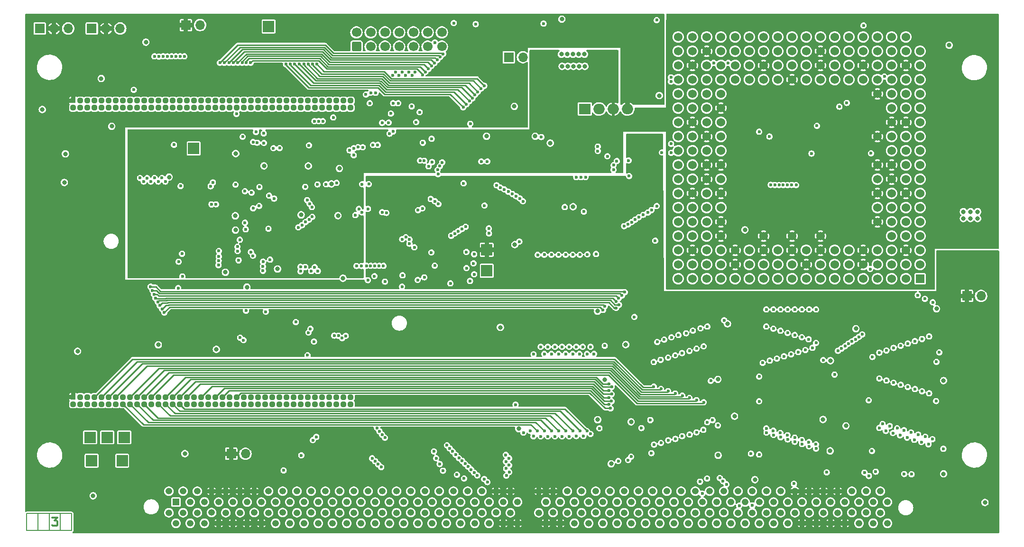
<source format=gbr>
G04 #@! TF.GenerationSoftware,KiCad,Pcbnew,7.0.5-0*
G04 #@! TF.CreationDate,2023-07-16T23:29:11+02:00*
G04 #@! TF.ProjectId,Z3660_v02,5a333636-305f-4763-9032-2e6b69636164,rev?*
G04 #@! TF.SameCoordinates,Original*
G04 #@! TF.FileFunction,Copper,L3,Inr*
G04 #@! TF.FilePolarity,Positive*
%FSLAX46Y46*%
G04 Gerber Fmt 4.6, Leading zero omitted, Abs format (unit mm)*
G04 Created by KiCad (PCBNEW 7.0.5-0) date 2023-07-16 23:29:11*
%MOMM*%
%LPD*%
G01*
G04 APERTURE LIST*
G04 Aperture macros list*
%AMRoundRect*
0 Rectangle with rounded corners*
0 $1 Rounding radius*
0 $2 $3 $4 $5 $6 $7 $8 $9 X,Y pos of 4 corners*
0 Add a 4 corners polygon primitive as box body*
4,1,4,$2,$3,$4,$5,$6,$7,$8,$9,$2,$3,0*
0 Add four circle primitives for the rounded corners*
1,1,$1+$1,$2,$3*
1,1,$1+$1,$4,$5*
1,1,$1+$1,$6,$7*
1,1,$1+$1,$8,$9*
0 Add four rect primitives between the rounded corners*
20,1,$1+$1,$2,$3,$4,$5,0*
20,1,$1+$1,$4,$5,$6,$7,0*
20,1,$1+$1,$6,$7,$8,$9,0*
20,1,$1+$1,$8,$9,$2,$3,0*%
G04 Aperture macros list end*
G04 #@! TA.AperFunction,NonConductor*
%ADD10C,0.150000*%
G04 #@! TD*
%ADD11C,0.300000*%
G04 #@! TA.AperFunction,NonConductor*
%ADD12C,0.300000*%
G04 #@! TD*
G04 #@! TA.AperFunction,ComponentPad*
%ADD13R,1.700000X1.700000*%
G04 #@! TD*
G04 #@! TA.AperFunction,ComponentPad*
%ADD14O,1.700000X1.700000*%
G04 #@! TD*
G04 #@! TA.AperFunction,ComponentPad*
%ADD15RoundRect,0.250000X0.600000X-0.600000X0.600000X0.600000X-0.600000X0.600000X-0.600000X-0.600000X0*%
G04 #@! TD*
G04 #@! TA.AperFunction,ComponentPad*
%ADD16C,1.700000*%
G04 #@! TD*
G04 #@! TA.AperFunction,ComponentPad*
%ADD17R,2.000000X2.000000*%
G04 #@! TD*
G04 #@! TA.AperFunction,ComponentPad*
%ADD18R,2.000000X1.905000*%
G04 #@! TD*
G04 #@! TA.AperFunction,ComponentPad*
%ADD19O,2.000000X1.905000*%
G04 #@! TD*
G04 #@! TA.AperFunction,ComponentPad*
%ADD20R,1.524000X1.524000*%
G04 #@! TD*
G04 #@! TA.AperFunction,ComponentPad*
%ADD21C,1.524000*%
G04 #@! TD*
G04 #@! TA.AperFunction,ComponentPad*
%ADD22R,0.950000X0.950000*%
G04 #@! TD*
G04 #@! TA.AperFunction,ComponentPad*
%ADD23RoundRect,0.237500X-0.237500X0.237500X-0.237500X-0.237500X0.237500X-0.237500X0.237500X0.237500X0*%
G04 #@! TD*
G04 #@! TA.AperFunction,ComponentPad*
%ADD24R,1.200000X1.200000*%
G04 #@! TD*
G04 #@! TA.AperFunction,ComponentPad*
%ADD25O,1.200000X1.200000*%
G04 #@! TD*
G04 #@! TA.AperFunction,ViaPad*
%ADD26C,0.800000*%
G04 #@! TD*
G04 #@! TA.AperFunction,ViaPad*
%ADD27C,0.600000*%
G04 #@! TD*
G04 #@! TA.AperFunction,Conductor*
%ADD28C,0.250000*%
G04 #@! TD*
G04 APERTURE END LIST*
D10*
X80576000Y-118999000D02*
X88576000Y-118999000D01*
X80576000Y-122047000D02*
X80576000Y-118999000D01*
X84582000Y-118999000D02*
X84582000Y-122047000D01*
X88576000Y-122047000D02*
X80576000Y-122047000D01*
X86582000Y-118999000D02*
X86582000Y-122047000D01*
X82582000Y-118999000D02*
X82582000Y-122047000D01*
X88576000Y-118999000D02*
X88576000Y-122047000D01*
D11*
D12*
X85156000Y-119701328D02*
X86084572Y-119701328D01*
X86084572Y-119701328D02*
X85584572Y-120272757D01*
X85584572Y-120272757D02*
X85798857Y-120272757D01*
X85798857Y-120272757D02*
X85941715Y-120344185D01*
X85941715Y-120344185D02*
X86013143Y-120415614D01*
X86013143Y-120415614D02*
X86084572Y-120558471D01*
X86084572Y-120558471D02*
X86084572Y-120915614D01*
X86084572Y-120915614D02*
X86013143Y-121058471D01*
X86013143Y-121058471D02*
X85941715Y-121129900D01*
X85941715Y-121129900D02*
X85798857Y-121201328D01*
X85798857Y-121201328D02*
X85370286Y-121201328D01*
X85370286Y-121201328D02*
X85227429Y-121129900D01*
X85227429Y-121129900D02*
X85156000Y-121058471D01*
D13*
X248412000Y-80137000D03*
D14*
X250952000Y-80137000D03*
D13*
X108981000Y-31750000D03*
D14*
X111521000Y-31750000D03*
D15*
X139446000Y-35610800D03*
D16*
X139446000Y-33070800D03*
X141986000Y-35610800D03*
X141986000Y-33070800D03*
X144526000Y-35610800D03*
X144526000Y-33070800D03*
X147066000Y-35610800D03*
X147066000Y-33070800D03*
X149606000Y-35610800D03*
X149606000Y-33070800D03*
X152146000Y-35610800D03*
X152146000Y-33070800D03*
X154686000Y-35610800D03*
X154686000Y-33070800D03*
D17*
X123768000Y-32004000D03*
X162712400Y-75641200D03*
X110388400Y-53797200D03*
X92178000Y-109551600D03*
X97613600Y-109551600D03*
X94921200Y-105386000D03*
D13*
X166624000Y-37490400D03*
D14*
X169164000Y-37490400D03*
D13*
X117094000Y-108331000D03*
D14*
X119634000Y-108331000D03*
D17*
X97969200Y-105386000D03*
D13*
X82895300Y-32361200D03*
D14*
X85435300Y-32361200D03*
X87975300Y-32361200D03*
D18*
X180213000Y-46736000D03*
D19*
X182753000Y-46736000D03*
X185293000Y-46736000D03*
X187833000Y-46736000D03*
D13*
X92191700Y-32361200D03*
D14*
X94731700Y-32361200D03*
X97271700Y-32361200D03*
D17*
X91873200Y-105386000D03*
X162712400Y-71882000D03*
D20*
X240055000Y-77050900D03*
D21*
X237515000Y-77050900D03*
X234975000Y-77050900D03*
X232435000Y-77050900D03*
X229895000Y-77050900D03*
X227355000Y-77050900D03*
X224815000Y-77050900D03*
X222275000Y-77050900D03*
X219735000Y-77050900D03*
X217195000Y-77050900D03*
X214655000Y-77050900D03*
X212115000Y-77050900D03*
X209575000Y-77050900D03*
X207035000Y-77050900D03*
X204495000Y-77050900D03*
X201955000Y-77050900D03*
X199415000Y-77050900D03*
X196875000Y-77050900D03*
X240055000Y-74510900D03*
X237515000Y-74510900D03*
X234975000Y-74510900D03*
X232435000Y-74510900D03*
X229895000Y-74510900D03*
X227355000Y-74510900D03*
X224815000Y-74510900D03*
X222275000Y-74510900D03*
X219735000Y-74510900D03*
X217195000Y-74510900D03*
X214655000Y-74510900D03*
X212115000Y-74510900D03*
X209575000Y-74510900D03*
X207035000Y-74510900D03*
X204495000Y-74510900D03*
X201955000Y-74510900D03*
X199415000Y-74510900D03*
X196875000Y-74510900D03*
X240055000Y-71970900D03*
X237515000Y-71970900D03*
X234975000Y-71970900D03*
X232435000Y-71970900D03*
X229895000Y-71970900D03*
X227355000Y-71970900D03*
X224815000Y-71970900D03*
X222275000Y-71970900D03*
X219735000Y-71970900D03*
X217195000Y-71970900D03*
X214655000Y-71970900D03*
X212115000Y-71970900D03*
X209575000Y-71970900D03*
X207035000Y-71970900D03*
X204495000Y-71970900D03*
X201955000Y-71970900D03*
X199415000Y-71970900D03*
X196875000Y-71970900D03*
X240055000Y-69430900D03*
X237515000Y-69430900D03*
X234975000Y-69430900D03*
X201955000Y-69430900D03*
X199415000Y-69430900D03*
X196875000Y-69430900D03*
X240055000Y-66890900D03*
X237515000Y-66890900D03*
X234975000Y-66890900D03*
X201955000Y-66890900D03*
X199415000Y-66890900D03*
X196875000Y-66890900D03*
X240055000Y-64350900D03*
X237515000Y-64350900D03*
X234975000Y-64350900D03*
X201955000Y-64350900D03*
X199415000Y-64350900D03*
X196875000Y-64350900D03*
X240055000Y-61810900D03*
X237515000Y-61810900D03*
X234975000Y-61810900D03*
X201955000Y-61810900D03*
X199415000Y-61810900D03*
X196875000Y-61810900D03*
X240055000Y-59270900D03*
X237515000Y-59270900D03*
X234975000Y-59270900D03*
X201955000Y-59270900D03*
X199415000Y-59270900D03*
X196875000Y-59270900D03*
X240055000Y-56730900D03*
X237515000Y-56730900D03*
X234975000Y-56730900D03*
X201955000Y-56730900D03*
X199415000Y-56730900D03*
X196875000Y-56730900D03*
X240055000Y-54190900D03*
X237515000Y-54190900D03*
X234975000Y-54190900D03*
X201955000Y-54190900D03*
X199415000Y-54190900D03*
X196875000Y-54190900D03*
X240055000Y-51650900D03*
X237515000Y-51650900D03*
X234975000Y-51650900D03*
X201955000Y-51650900D03*
X199415000Y-51650900D03*
X196875000Y-51650900D03*
X240055000Y-49110900D03*
X237515000Y-49110900D03*
X234975000Y-49110900D03*
X201955000Y-49110900D03*
X199415000Y-49110900D03*
X196875000Y-49110900D03*
X240055000Y-46570900D03*
X237515000Y-46570900D03*
X234975000Y-46570900D03*
X201955000Y-46570900D03*
X199415000Y-46570900D03*
X196875000Y-46570900D03*
X240055000Y-44030900D03*
X237515000Y-44030900D03*
X234975000Y-44030900D03*
X201955000Y-44030900D03*
X199415000Y-44030900D03*
X196875000Y-44030900D03*
X240055000Y-41490900D03*
X237515000Y-41490900D03*
X234975000Y-41490900D03*
X201955000Y-41490900D03*
X199415000Y-41490900D03*
X196875000Y-41490900D03*
X240055000Y-38950900D03*
X237515000Y-38950900D03*
X234975000Y-38950900D03*
X232435000Y-38950900D03*
X229895000Y-38950900D03*
X227355000Y-38950900D03*
X224815000Y-38950900D03*
X222275000Y-38950900D03*
X219735000Y-38950900D03*
X217195000Y-38950900D03*
X214655000Y-38950900D03*
X212115000Y-38950900D03*
X209575000Y-38950900D03*
X207035000Y-38950900D03*
X204495000Y-38950900D03*
X201955000Y-38950900D03*
X199415000Y-38950900D03*
X196875000Y-38950900D03*
X240055000Y-36410900D03*
X237515000Y-36410900D03*
X234975000Y-36410900D03*
X232435000Y-36410900D03*
X229895000Y-36410900D03*
X227355000Y-36410900D03*
X224815000Y-36410900D03*
X222275000Y-36410900D03*
X219735000Y-36410900D03*
X217195000Y-36410900D03*
X214655000Y-36410900D03*
X212115000Y-36410900D03*
X209575000Y-36410900D03*
X207035000Y-36410900D03*
X204495000Y-36410900D03*
X201955000Y-36410900D03*
X199415000Y-36410900D03*
X196875000Y-36410900D03*
X237515000Y-33870900D03*
X234975000Y-33870900D03*
X232435000Y-33870900D03*
X229895000Y-33870900D03*
X227355000Y-33870900D03*
X224815000Y-33870900D03*
X222275000Y-33870900D03*
X219735000Y-33870900D03*
X217195000Y-33870900D03*
X214655000Y-33870900D03*
X212115000Y-33870900D03*
X209575000Y-33870900D03*
X207035000Y-33870900D03*
X204495000Y-33870900D03*
X201955000Y-33870900D03*
X199415000Y-33870900D03*
X196875000Y-33870900D03*
X222275000Y-69430900D03*
X217195000Y-69430900D03*
X212115000Y-69430900D03*
X204495000Y-69430900D03*
X232435000Y-66890900D03*
X204495000Y-66890900D03*
X232435000Y-64350900D03*
X204495000Y-64350900D03*
X232435000Y-61810900D03*
X204495000Y-61810900D03*
X232435000Y-59270900D03*
X204495000Y-59270900D03*
X232435000Y-56730900D03*
X204495000Y-56730900D03*
X204495000Y-54190900D03*
X232435000Y-51650900D03*
X204495000Y-51650900D03*
X204495000Y-49110900D03*
X204495000Y-46570900D03*
X232435000Y-44030900D03*
X204495000Y-44030900D03*
X232435000Y-41490900D03*
X229895000Y-41490900D03*
X227355000Y-41490900D03*
X224815000Y-41490900D03*
X222275000Y-41490900D03*
X219735000Y-41490900D03*
X217195000Y-41490900D03*
X214655000Y-41490900D03*
X212115000Y-41490900D03*
X209575000Y-41490900D03*
X207035000Y-41490900D03*
X204495000Y-41490900D03*
D22*
X88883000Y-45256500D03*
D23*
X88883000Y-46526500D03*
X90153000Y-45256500D03*
X90153000Y-46526500D03*
X91423000Y-45256500D03*
X91423000Y-46526500D03*
X92693000Y-45256500D03*
X92693000Y-46526500D03*
X93963000Y-45256500D03*
X93963000Y-46526500D03*
X95233000Y-45256500D03*
X95233000Y-46526500D03*
X96503000Y-45256500D03*
X96503000Y-46526500D03*
X97773000Y-45256500D03*
X97773000Y-46526500D03*
X99043000Y-45256500D03*
X99043000Y-46526500D03*
X100313000Y-45256500D03*
X100313000Y-46526500D03*
X101583000Y-45256500D03*
X101583000Y-46526500D03*
X102853000Y-45256500D03*
X102853000Y-46526500D03*
X104123000Y-45256500D03*
X104123000Y-46526500D03*
X105393000Y-45256500D03*
X105393000Y-46526500D03*
X106663000Y-45256500D03*
X106663000Y-46526500D03*
X107933000Y-45256500D03*
X107933000Y-46526500D03*
X109203000Y-45256500D03*
X109203000Y-46526500D03*
X110473000Y-45256500D03*
X110473000Y-46526500D03*
X111743000Y-45256500D03*
X111743000Y-46526500D03*
X113013000Y-45256500D03*
X113013000Y-46526500D03*
X114283000Y-45256500D03*
X114283000Y-46526500D03*
X115553000Y-45256500D03*
X115553000Y-46526500D03*
X116823000Y-45256500D03*
X116823000Y-46526500D03*
X118093000Y-45256500D03*
X118093000Y-46526500D03*
X119363000Y-45256500D03*
X119363000Y-46526500D03*
X120633000Y-45256500D03*
X120633000Y-46526500D03*
X121903000Y-45256500D03*
X121903000Y-46526500D03*
X123173000Y-45256500D03*
X123173000Y-46526500D03*
X124443000Y-45256500D03*
X124443000Y-46526500D03*
X125713000Y-45256500D03*
X125713000Y-46526500D03*
X126983000Y-45256500D03*
X126983000Y-46526500D03*
X128253000Y-45256500D03*
X128253000Y-46526500D03*
X129523000Y-45256500D03*
X129523000Y-46526500D03*
X130793000Y-45256500D03*
X130793000Y-46526500D03*
X132063000Y-45256500D03*
X132063000Y-46526500D03*
X133333000Y-45256500D03*
X133333000Y-46526500D03*
X134603000Y-45256500D03*
X134603000Y-46526500D03*
X135873000Y-45256500D03*
X135873000Y-46526500D03*
X137143000Y-45256500D03*
X137143000Y-46526500D03*
X138413000Y-45256500D03*
X138413000Y-46526500D03*
D22*
X88883000Y-98193000D03*
D23*
X88883000Y-99463000D03*
X90153000Y-98193000D03*
X90153000Y-99463000D03*
X91423000Y-98193000D03*
X91423000Y-99463000D03*
X92693000Y-98193000D03*
X92693000Y-99463000D03*
X93963000Y-98193000D03*
X93963000Y-99463000D03*
X95233000Y-98193000D03*
X95233000Y-99463000D03*
X96503000Y-98193000D03*
X96503000Y-99463000D03*
X97773000Y-98193000D03*
X97773000Y-99463000D03*
X99043000Y-98193000D03*
X99043000Y-99463000D03*
X100313000Y-98193000D03*
X100313000Y-99463000D03*
X101583000Y-98193000D03*
X101583000Y-99463000D03*
X102853000Y-98193000D03*
X102853000Y-99463000D03*
X104123000Y-98193000D03*
X104123000Y-99463000D03*
X105393000Y-98193000D03*
X105393000Y-99463000D03*
X106663000Y-98193000D03*
X106663000Y-99463000D03*
X107933000Y-98193000D03*
X107933000Y-99463000D03*
X109203000Y-98193000D03*
X109203000Y-99463000D03*
X110473000Y-98193000D03*
X110473000Y-99463000D03*
X111743000Y-98193000D03*
X111743000Y-99463000D03*
X113013000Y-98193000D03*
X113013000Y-99463000D03*
X114283000Y-98193000D03*
X114283000Y-99463000D03*
X115553000Y-98193000D03*
X115553000Y-99463000D03*
X116823000Y-98193000D03*
X116823000Y-99463000D03*
X118093000Y-98193000D03*
X118093000Y-99463000D03*
X119363000Y-98193000D03*
X119363000Y-99463000D03*
X120633000Y-98193000D03*
X120633000Y-99463000D03*
X121903000Y-98193000D03*
X121903000Y-99463000D03*
X123173000Y-98193000D03*
X123173000Y-99463000D03*
X124443000Y-98193000D03*
X124443000Y-99463000D03*
X125713000Y-98193000D03*
X125713000Y-99463000D03*
X126983000Y-98193000D03*
X126983000Y-99463000D03*
X128253000Y-98193000D03*
X128253000Y-99463000D03*
X129523000Y-98193000D03*
X129523000Y-99463000D03*
X130793000Y-98193000D03*
X130793000Y-99463000D03*
X132063000Y-98193000D03*
X132063000Y-99463000D03*
X133333000Y-98193000D03*
X133333000Y-99463000D03*
X134603000Y-98193000D03*
X134603000Y-99463000D03*
X135873000Y-98193000D03*
X135873000Y-99463000D03*
X137143000Y-98193000D03*
X137143000Y-99463000D03*
X138413000Y-98193000D03*
X138413000Y-99463000D03*
D24*
X107239000Y-116954500D03*
D25*
X105964986Y-115024415D03*
X107234986Y-120739415D03*
X105964986Y-118859500D03*
X109774986Y-116954500D03*
X108504986Y-115024415D03*
X109774986Y-120739415D03*
X108504986Y-118859500D03*
X112314986Y-116929415D03*
X111044986Y-115024415D03*
X112314986Y-120739415D03*
X111044986Y-118859500D03*
X114854986Y-116954500D03*
X113584986Y-115024415D03*
X114854986Y-120739415D03*
X113584986Y-118834415D03*
X117394986Y-116954500D03*
X116124986Y-115024415D03*
X117394986Y-120739415D03*
X116124986Y-118859500D03*
X119934986Y-116954500D03*
X118664986Y-115024415D03*
X119934986Y-120739415D03*
X118664986Y-118859500D03*
X122474986Y-116954500D03*
X121204986Y-115024415D03*
X122474986Y-120739415D03*
X121204986Y-118834415D03*
X125014986Y-116954500D03*
X123744986Y-115024415D03*
X125014986Y-120739415D03*
X123744986Y-118859500D03*
X127554986Y-116954500D03*
X126284986Y-115024415D03*
X127554986Y-120739415D03*
X126284986Y-118834415D03*
X130094986Y-116954500D03*
X128824986Y-115024415D03*
X130094986Y-120739415D03*
X128824986Y-118859500D03*
X132634986Y-116929415D03*
X131364986Y-115024415D03*
X132634986Y-120739415D03*
X131364986Y-118834415D03*
X135174986Y-116954500D03*
X133904986Y-115024415D03*
X135174986Y-120739415D03*
X133904986Y-118859500D03*
X137714986Y-116929415D03*
X136444986Y-115024415D03*
X137714986Y-120739415D03*
X136444986Y-118859500D03*
X140254986Y-116954500D03*
X138984986Y-115024415D03*
X140254986Y-120739415D03*
X138984986Y-118859500D03*
X142794986Y-116954500D03*
X141524986Y-115024415D03*
X142794986Y-120739415D03*
X141524986Y-118834415D03*
X145334986Y-116954500D03*
X144064986Y-115024415D03*
X145334986Y-120739415D03*
X144064986Y-118859500D03*
X147874986Y-116954500D03*
X146604986Y-115024415D03*
X147874986Y-120739415D03*
X146604986Y-118859500D03*
X150414986Y-116954500D03*
X149144986Y-115024415D03*
X150414986Y-120739415D03*
X149144986Y-118834415D03*
X152954986Y-116954500D03*
X151684986Y-115024415D03*
X152954986Y-120739415D03*
X151684986Y-118859500D03*
X155494986Y-116954500D03*
X154224986Y-115024415D03*
X155494986Y-120739415D03*
X154224986Y-118834415D03*
X158034986Y-116954500D03*
X156764986Y-115024415D03*
X158034986Y-120739415D03*
X156764986Y-118859500D03*
X160574986Y-116954500D03*
X159304986Y-115024415D03*
X160574986Y-120739415D03*
X159304986Y-118834415D03*
X163114986Y-116954500D03*
X161844986Y-115024415D03*
X163114986Y-120739415D03*
X161844986Y-118859500D03*
X165654986Y-116954500D03*
X164384986Y-115024415D03*
X165654986Y-120739415D03*
X164384986Y-118834415D03*
X168194986Y-116929415D03*
X166924986Y-115024415D03*
X168194986Y-120739415D03*
X166924986Y-118859500D03*
X173274986Y-116929415D03*
X172004986Y-115024415D03*
X173274986Y-120739415D03*
X172004986Y-118859500D03*
X175814986Y-116929415D03*
X174544986Y-115024415D03*
X175814986Y-120739415D03*
X174544986Y-118834415D03*
X178354986Y-116929415D03*
X177084986Y-115024415D03*
X178354986Y-120739415D03*
X177084986Y-118859500D03*
X180894986Y-116954500D03*
X179624986Y-115024415D03*
X180894986Y-120739415D03*
X179624986Y-118859500D03*
X183434986Y-116954500D03*
X182164986Y-115024415D03*
X183434986Y-120739415D03*
X182164986Y-118834415D03*
X185974986Y-116929415D03*
X184704986Y-115024415D03*
X185974986Y-120739415D03*
X184704986Y-118859500D03*
X188514986Y-116954500D03*
X187244986Y-115024415D03*
X188514986Y-120739415D03*
X187244986Y-118859500D03*
X191054986Y-116929415D03*
X189784986Y-115024415D03*
X191054986Y-120739415D03*
X189784986Y-118859500D03*
X193594986Y-116929415D03*
X192324986Y-115024415D03*
X193594986Y-120739415D03*
X192324986Y-118834415D03*
X196134986Y-116929415D03*
X194864986Y-115024415D03*
X196134986Y-120739415D03*
X194864986Y-118859500D03*
X198674986Y-116954500D03*
X197404986Y-115024415D03*
X198674986Y-120739415D03*
X197404986Y-118859500D03*
X201219000Y-116954500D03*
X199944986Y-115024415D03*
X201214986Y-120739415D03*
X199944986Y-118859500D03*
X203754986Y-116929415D03*
X202484986Y-115024415D03*
X203754986Y-120739415D03*
X202484986Y-118859500D03*
X206294986Y-116954500D03*
X205024986Y-115024415D03*
X206294986Y-120739415D03*
X205024986Y-118834415D03*
X208834986Y-116954500D03*
X207564986Y-115024415D03*
X208834986Y-120739415D03*
X207564986Y-118859500D03*
X211379000Y-116954500D03*
X210104986Y-115024415D03*
X211374986Y-120739415D03*
X210104986Y-118859500D03*
X213919000Y-116954500D03*
X212644986Y-115024415D03*
X213914986Y-120739415D03*
X212644986Y-118859500D03*
X216454986Y-116954500D03*
X215184986Y-115024415D03*
X216454986Y-120739415D03*
X215184986Y-118859500D03*
X218994986Y-116954500D03*
X217724986Y-115024415D03*
X218994986Y-120739415D03*
X217724986Y-118859500D03*
X221534986Y-116954500D03*
X220264986Y-115024415D03*
X221534986Y-120739415D03*
X220264986Y-118859500D03*
X224074986Y-116954500D03*
X222804986Y-115024415D03*
X224074986Y-120739415D03*
X222804986Y-118859500D03*
X226614986Y-116954500D03*
X225344986Y-115024415D03*
X226614986Y-120739415D03*
X225344986Y-118859500D03*
X229154986Y-116954500D03*
X227884986Y-115024415D03*
X229154986Y-120739415D03*
X227884986Y-118834415D03*
X231694986Y-116954500D03*
X230424986Y-115024415D03*
X231694986Y-120739415D03*
X230424986Y-118834415D03*
X234234986Y-116954500D03*
X232964986Y-115024415D03*
X234234986Y-120739415D03*
X232964986Y-118859500D03*
D26*
X176107477Y-30690810D03*
X178077293Y-36969500D03*
X136398000Y-57368982D03*
X92440000Y-115824000D03*
X95758000Y-49834800D03*
X247777000Y-66294000D03*
X203962000Y-95032198D03*
X222732600Y-102187194D03*
X187522898Y-88818502D03*
X224002600Y-107812400D03*
X93878400Y-41300400D03*
X226822000Y-103334445D03*
X224045449Y-91691599D03*
X178119400Y-64185865D03*
X205673697Y-85098000D03*
X116051327Y-75909273D03*
X193497200Y-44348400D03*
X162661602Y-51612802D03*
X89662000Y-90017600D03*
X165137644Y-85740515D03*
X104063800Y-88864000D03*
X204008000Y-108596275D03*
X130849500Y-56903872D03*
X177165000Y-39116000D03*
X188468000Y-102616000D03*
X183769000Y-95123000D03*
X125349000Y-75311000D03*
X179197000Y-39116000D03*
X168402000Y-103835196D03*
X210566000Y-112947670D03*
X250316950Y-65087500D03*
X176149000Y-39116000D03*
X182499000Y-102235000D03*
X249047000Y-66294000D03*
X136144000Y-65786000D03*
X244246400Y-95250000D03*
X242990500Y-82423000D03*
X228600000Y-85979000D03*
X176020094Y-36969500D03*
X180144300Y-36969500D03*
X208788000Y-68326000D03*
X134975600Y-60131226D03*
X249047000Y-65087500D03*
X179122299Y-36969500D03*
X167629700Y-46280400D03*
X114427000Y-89676800D03*
X83362800Y-46837602D03*
X117887764Y-54692564D03*
X108818700Y-108305600D03*
X182480428Y-82858600D03*
X137033000Y-76962000D03*
X122936000Y-56896000D03*
X105997269Y-58899531D03*
X250317000Y-66294000D03*
X180213000Y-39116000D03*
X244246400Y-111912400D03*
X174040800Y-52832000D03*
X117823576Y-65818444D03*
X206933800Y-101614800D03*
X251637800Y-117017800D03*
X87299800Y-59857200D03*
X117855992Y-68377217D03*
X119888000Y-78552412D03*
X87477600Y-54762400D03*
X129565400Y-65648400D03*
X247777008Y-65087500D03*
X184912000Y-110109000D03*
X101854000Y-34798000D03*
X178181000Y-39116000D03*
D27*
X221640400Y-49733200D03*
D26*
X167711400Y-70967602D03*
X177068242Y-36969500D03*
X245237011Y-35352800D03*
X180961720Y-30690810D03*
X181991000Y-30690810D03*
X184023000Y-30690810D03*
X84963000Y-115824000D03*
X188976000Y-52578000D03*
X228727000Y-83947000D03*
X207010000Y-99110800D03*
X188026805Y-52580194D03*
X183007000Y-30690810D03*
X185039000Y-30690810D03*
X189864951Y-52578491D03*
X189865000Y-51689000D03*
X179958443Y-30690810D03*
X208661000Y-83185000D03*
X188067505Y-30690810D03*
X188468000Y-100635003D03*
X168656000Y-99187000D03*
D27*
X231292400Y-54660800D03*
D26*
X189083505Y-30690810D03*
X188290926Y-84597974D03*
X168351200Y-69137000D03*
X249046999Y-76962000D03*
X167868600Y-82971200D03*
X250380503Y-76961998D03*
X89859901Y-57591295D03*
X177907505Y-30690810D03*
X247650001Y-76962000D03*
X243382800Y-117017798D03*
X210018000Y-99060000D03*
X186054443Y-30690810D03*
X171348402Y-51612800D03*
X83362800Y-54762398D03*
D27*
X220675200Y-54711600D03*
D26*
X100584000Y-108305600D03*
X190753951Y-52578491D03*
X230211000Y-102733995D03*
X188976049Y-51688509D03*
X187070443Y-30690810D03*
X227116862Y-99291030D03*
X191121720Y-30690810D03*
X190099505Y-30690810D03*
X188023016Y-51688514D03*
X178929720Y-30690810D03*
X190754000Y-51689000D03*
D27*
X221458418Y-106641000D03*
X241548011Y-106627529D03*
X229743000Y-86995000D03*
X241681000Y-87376000D03*
X221488000Y-82550000D03*
X220206990Y-106241000D03*
X240284000Y-106232500D03*
X220261022Y-82550000D03*
X229142363Y-87443318D03*
X240411000Y-87823500D03*
X218948000Y-105841000D03*
X239014000Y-105832989D03*
X238531404Y-111977996D03*
X239141000Y-88223011D03*
X218948000Y-82550000D03*
X228522450Y-87864581D03*
X237744000Y-105433478D03*
X237210595Y-111936405D03*
X217678001Y-105441000D03*
X227886238Y-88260799D03*
X217678000Y-82550000D03*
X237871000Y-88646000D03*
X216385250Y-105005522D03*
X236474000Y-105033967D03*
X227250503Y-88657783D03*
X236601000Y-89027000D03*
X216408000Y-82550000D03*
X235208289Y-104636782D03*
X215106518Y-104606011D03*
X226652239Y-89109262D03*
X215138000Y-82550000D03*
X235331000Y-89421544D03*
X213836518Y-104206500D03*
X233934000Y-104234945D03*
X226026675Y-89522086D03*
X234061000Y-89871533D03*
X213868000Y-82550000D03*
X232791010Y-103715262D03*
X212599242Y-103787200D03*
X232791000Y-90271044D03*
X217550996Y-113665000D03*
X225399608Y-89932624D03*
X212598000Y-82550000D03*
X192517741Y-91948017D03*
X204317600Y-112639800D03*
X172974000Y-90490500D03*
X193751206Y-91548002D03*
X204876400Y-113214800D03*
X174244000Y-90490500D03*
X205486000Y-113792000D03*
X175524509Y-90490500D03*
X195071998Y-91148000D03*
X196342000Y-90747994D03*
X176784000Y-90490500D03*
X197561200Y-90347996D03*
X178054000Y-90490500D03*
X201168000Y-115443000D03*
X198881820Y-89947985D03*
X179252100Y-90490500D03*
X200787001Y-113309027D03*
X180594000Y-90490500D03*
X200151874Y-89547980D03*
X207772000Y-117602000D03*
X202038403Y-112725200D03*
X201422000Y-89147998D03*
X210108802Y-117551200D03*
X181850245Y-90490500D03*
X130962400Y-53238400D03*
X172440600Y-51739800D03*
X166161681Y-110968633D03*
X151552608Y-76801501D03*
X122751841Y-74860907D03*
X144239369Y-74761431D03*
X150368000Y-77276500D03*
X166195000Y-112220000D03*
X131495800Y-64260600D03*
X154062090Y-63702216D03*
X166703000Y-111591001D03*
X148894800Y-70048997D03*
X119674500Y-68242200D03*
X131072191Y-63641682D03*
X153466802Y-63246004D03*
X130656303Y-63017549D03*
X152700874Y-62822287D03*
X108377606Y-76627608D03*
X149779331Y-71454670D03*
X156210000Y-77892600D03*
X143489382Y-74756609D03*
X147605059Y-70013033D03*
X107701301Y-74010301D03*
X118618000Y-70104000D03*
X148894800Y-70799000D03*
X148260592Y-69648643D03*
X108310901Y-72587901D03*
X122746729Y-75636201D03*
X147675598Y-76454000D03*
X147583400Y-78467600D03*
X142734590Y-74761400D03*
X142646400Y-76606400D03*
X130708400Y-90728800D03*
X128625598Y-84785200D03*
X141969788Y-74761400D03*
X141475000Y-77317600D03*
X131368800Y-75692014D03*
X131852000Y-88293400D03*
X130318513Y-74956541D03*
X141219794Y-74761400D03*
X135890000Y-59943996D03*
X145188345Y-49174400D03*
X113563403Y-63779399D03*
X121513413Y-50850603D03*
X139241964Y-65700600D03*
X185902600Y-56047200D03*
X121005600Y-64465200D03*
X134010400Y-60198000D03*
X144038345Y-49205229D03*
X141986000Y-43840400D03*
X144018000Y-65176400D03*
X188104487Y-58722113D03*
X188036202Y-55945600D03*
X144780000Y-65289400D03*
X142866404Y-43856831D03*
X141822827Y-45716982D03*
X160731204Y-31597600D03*
X107619800Y-78732603D03*
X114884202Y-72100000D03*
X146908302Y-45714698D03*
X132537196Y-75692000D03*
X145999196Y-45720000D03*
X131963647Y-75007508D03*
X133448341Y-48924500D03*
X171069000Y-90551000D03*
X183769000Y-89027000D03*
X118397848Y-73771536D03*
X160324800Y-74320400D03*
X122072400Y-64041706D03*
X180340000Y-58922700D03*
X224784513Y-94178087D03*
X211328000Y-94538800D03*
X159081033Y-75157767D03*
X120599200Y-72288400D03*
X160462400Y-76263758D03*
X120976072Y-72962911D03*
X170434000Y-104241608D03*
X188468000Y-108839000D03*
X203962000Y-103256600D03*
X190301268Y-103727468D03*
X179527200Y-58924988D03*
X189052200Y-83885600D03*
X205078748Y-84490925D03*
X123839651Y-62230523D03*
X232136641Y-111523204D03*
X122783601Y-74015599D03*
X243484400Y-90220800D03*
X231546400Y-91033600D03*
X166098598Y-108515602D03*
X153416000Y-74726800D03*
X169249398Y-104561200D03*
X159715200Y-77470000D03*
X124002987Y-73660187D03*
X244220998Y-107442002D03*
X231461000Y-107823000D03*
X160462392Y-72669232D03*
X168520474Y-70424500D03*
X180035200Y-65074800D03*
X118235561Y-72112785D03*
X145588789Y-47552811D03*
X149301200Y-46278800D03*
X139442885Y-74780709D03*
X150723600Y-47299815D03*
X119278400Y-88036400D03*
X140360400Y-74777598D03*
X150088600Y-49098200D03*
X131949335Y-48924500D03*
X132698838Y-48924500D03*
X118028425Y-47612813D03*
X119126000Y-51679814D03*
X138961753Y-55003689D03*
X138201400Y-54116800D03*
X193954400Y-54507878D03*
X184226876Y-55186265D03*
X138963400Y-53761200D03*
X139729913Y-53564087D03*
X182515498Y-54250505D03*
X182524400Y-53441600D03*
X140563600Y-53584600D03*
X131546600Y-66004000D03*
X158276800Y-68172295D03*
X157616400Y-68572295D03*
X130984823Y-66500901D03*
X186189232Y-109619168D03*
X156984091Y-68975642D03*
X130351348Y-66929726D03*
X209854800Y-108305600D03*
X129725947Y-67493400D03*
X156346400Y-69372295D03*
X151536400Y-55981600D03*
X124612400Y-53746400D03*
X230142712Y-111697668D03*
X166126177Y-109718653D03*
X230911400Y-112282800D03*
X125727640Y-53720989D03*
X150783802Y-55959400D03*
X166700200Y-110368600D03*
X178675604Y-58924962D03*
X124739400Y-62752800D03*
X129057400Y-67883600D03*
X167843200Y-99568000D03*
X187943957Y-109448440D03*
X159054800Y-72288400D03*
X166700196Y-109133200D03*
X152806942Y-72376793D03*
X118194553Y-71340620D03*
X223393000Y-111622400D03*
X229971599Y-31833000D03*
X135300000Y-48260000D03*
X118668800Y-87579200D03*
X185327600Y-56758400D03*
X225653600Y-46329600D03*
X119532400Y-61417200D03*
X132486400Y-60221018D03*
X123252241Y-82944947D03*
X226974400Y-45653000D03*
X114362427Y-63765627D03*
X185327600Y-57571011D03*
X162818232Y-113381363D03*
X157734000Y-109102200D03*
X162243232Y-112846451D03*
X157159000Y-108496436D03*
X161010413Y-112191987D03*
X158648400Y-112725200D03*
X156616254Y-107899053D03*
X157378400Y-112064800D03*
X160458775Y-111683854D03*
X156085505Y-107369139D03*
X154896216Y-111359245D03*
X159922637Y-111157112D03*
X155590130Y-106806016D03*
X143865600Y-110693200D03*
X143306800Y-110185200D03*
X142773883Y-109657466D03*
X142233875Y-109136990D03*
X143547284Y-104324929D03*
X136233488Y-87236736D03*
X135483600Y-87223596D03*
X143118658Y-103709474D03*
X144526000Y-105460800D03*
X137525954Y-87266159D03*
X144021114Y-104906297D03*
X136894777Y-87671275D03*
X154305373Y-110160173D03*
X159390350Y-110628743D03*
X158838459Y-110120885D03*
X153684892Y-109123218D03*
X153280621Y-107912865D03*
X158309000Y-109584613D03*
X122887031Y-51103343D03*
X205790800Y-38506400D03*
X121740262Y-52758109D03*
X203200000Y-38506400D03*
X121000248Y-52636111D03*
X180648019Y-72710999D03*
X154736800Y-56286400D03*
X154330400Y-56946800D03*
X179324000Y-72771000D03*
X153924000Y-57607200D03*
X178054000Y-72771000D03*
X176784000Y-72771000D03*
X154005111Y-58389689D03*
X152946319Y-56235016D03*
X175514000Y-72771000D03*
X174244000Y-72771000D03*
X152321237Y-56981436D03*
X172974000Y-72771000D03*
X132270126Y-105323200D03*
X163067999Y-68071999D03*
X163093400Y-68961000D03*
X131663300Y-105898200D03*
X171785054Y-72785554D03*
X221488000Y-88519000D03*
X180594000Y-104267000D03*
X193141600Y-88341200D03*
X221491207Y-107390286D03*
X181229000Y-89214500D03*
X179838001Y-89214500D03*
X220157500Y-87884000D03*
X179324000Y-104267000D03*
X220220077Y-106990889D03*
X194377000Y-87937202D03*
X195662995Y-87530806D03*
X178054000Y-104267000D03*
X178689000Y-89214500D03*
X218948000Y-87503000D03*
X218992004Y-106589711D03*
X196917000Y-87124412D03*
X176784000Y-104267000D03*
X177419000Y-89214500D03*
X217678000Y-87122000D03*
X217678000Y-106191002D03*
X175514000Y-104267000D03*
X216410936Y-105754585D03*
X176149000Y-89214500D03*
X198282943Y-86797957D03*
X216408000Y-86741000D03*
X174244000Y-104267000D03*
X215156184Y-105368811D03*
X215139967Y-86360000D03*
X199498394Y-86319000D03*
X174879000Y-89214500D03*
X173610300Y-89214500D03*
X213886184Y-104969300D03*
X200856208Y-85919000D03*
X172974000Y-104267000D03*
X213868000Y-85979000D03*
X212644557Y-104555060D03*
X202082400Y-85598000D03*
X171704000Y-104267000D03*
X172339000Y-89214500D03*
X212598000Y-85598000D03*
X201362002Y-104055602D03*
X181229000Y-104775000D03*
X211963000Y-92075000D03*
X184794200Y-100203000D03*
X184495428Y-99515077D03*
X213233000Y-91694000D03*
X200152000Y-104500600D03*
X179959000Y-105156000D03*
X178689000Y-105170804D03*
X214503000Y-91313000D03*
X184970834Y-98933000D03*
X198907400Y-104900600D03*
X215773000Y-90932000D03*
X184531000Y-98298000D03*
X177419000Y-105221602D03*
X197586600Y-105170800D03*
X217043000Y-90551000D03*
X185003800Y-97663000D03*
X176149000Y-105221600D03*
X196367400Y-105678800D03*
X174879000Y-105221600D03*
X218313000Y-90170000D03*
X195097400Y-105932800D03*
X184531000Y-97028000D03*
X185003800Y-96393000D03*
X219583000Y-89789000D03*
X193802000Y-106390000D03*
X173609000Y-105221596D03*
X184509022Y-95818500D03*
X192557400Y-106694800D03*
X172339000Y-105221600D03*
X220853000Y-89408000D03*
X201422000Y-99139400D03*
X242256000Y-105711010D03*
X242316000Y-81280000D03*
X241681000Y-97536000D03*
X200152000Y-98739400D03*
X240986000Y-105295406D03*
X240919000Y-80645000D03*
X240411000Y-97155000D03*
X239716000Y-104921116D03*
X198882000Y-98339400D03*
X239141000Y-96774000D03*
X239649000Y-80010000D03*
X197612000Y-97939400D03*
X237871000Y-96393000D03*
X238446000Y-104521000D03*
X196342000Y-97539400D03*
X236601000Y-96012000D03*
X237176000Y-104140000D03*
X235331000Y-95631000D03*
X235966000Y-103759000D03*
X195072000Y-97139400D03*
X234636000Y-103394064D03*
X193802000Y-96739400D03*
X234061000Y-95250000D03*
X233366000Y-102997000D03*
X192518230Y-96333000D03*
X232791000Y-94866056D03*
X129459548Y-74930553D03*
X122926986Y-52814479D03*
X211328000Y-108458000D03*
X150428804Y-64822295D03*
X144526000Y-77571600D03*
X139871780Y-64603548D03*
X151207722Y-64495800D03*
X141499770Y-64588570D03*
X113811745Y-59878544D03*
X149921200Y-40154202D03*
X164449229Y-60371929D03*
X195626410Y-54567795D03*
X103378000Y-37338000D03*
X186827042Y-80046200D03*
X103013327Y-79152814D03*
X101463600Y-59708800D03*
X104164889Y-37363578D03*
X149346200Y-40719401D03*
X165118238Y-60775038D03*
X102073200Y-59099200D03*
X186252829Y-80536029D03*
X103288422Y-79850006D03*
X104913941Y-37337586D03*
X165850832Y-61101232D03*
X148771200Y-40156521D03*
X103566943Y-80545836D03*
X185791800Y-81127600D03*
X102733600Y-59708800D03*
X148196200Y-40719400D03*
X166568850Y-61514450D03*
X105688249Y-37352395D03*
X103978843Y-81172009D03*
X103394000Y-59048400D03*
X186296602Y-81722913D03*
X106437609Y-37337802D03*
X147574000Y-40154200D03*
X167280050Y-61920850D03*
X185791800Y-82277600D03*
X104054400Y-59708800D03*
X104318466Y-81840149D03*
X167936494Y-62323294D03*
X107188000Y-37338000D03*
X147046200Y-40719400D03*
X104755453Y-82449080D03*
X104714800Y-59048400D03*
X183769000Y-81958600D03*
X231140000Y-75336400D03*
X168594900Y-62723400D03*
X107950000Y-37338000D03*
X146424999Y-40154200D03*
X183452908Y-82638740D03*
X105324400Y-59708800D03*
X105127482Y-83099732D03*
X145896200Y-40719400D03*
X108712000Y-37338000D03*
X169169184Y-63223530D03*
X192109787Y-64797027D03*
X154921220Y-36899208D03*
X115062000Y-38481000D03*
X115862103Y-38493363D03*
X191465200Y-65227204D03*
X154390774Y-37429426D03*
X116703920Y-38477681D03*
X190648325Y-65635587D03*
X153881644Y-37980144D03*
X189835682Y-66088396D03*
X153353100Y-38518873D03*
X117475000Y-38481000D03*
X189167328Y-66493331D03*
X152822769Y-39049205D03*
X118268593Y-38481000D03*
X119036730Y-38481000D03*
X188568278Y-66944600D03*
X152292438Y-39579536D03*
X119786232Y-38480782D03*
X151762113Y-40109860D03*
X187920325Y-67344600D03*
X120535734Y-38481004D03*
X187238340Y-67665600D03*
X151221200Y-40665587D03*
X129455500Y-75742800D03*
X123738500Y-68124400D03*
X152857200Y-52070000D03*
X159766000Y-49377608D03*
X213156800Y-51663600D03*
X211328000Y-50800008D03*
X140439002Y-60189951D03*
X162791099Y-56122625D03*
X131219002Y-86013513D03*
X99695000Y-43307000D03*
X141129134Y-44164201D03*
X102671110Y-78486000D03*
X187356854Y-79471200D03*
X100803200Y-59048400D03*
X213386221Y-60287091D03*
X126873000Y-38735000D03*
X158510803Y-46445999D03*
X127635000Y-38735000D03*
X214135844Y-60310928D03*
X159066533Y-45890269D03*
X214885713Y-60325073D03*
X128397000Y-38735000D03*
X159606997Y-45349805D03*
X215635568Y-60310199D03*
X129221787Y-38732739D03*
X160137181Y-44819620D03*
X130048000Y-38735000D03*
X160573552Y-44196603D03*
X216395703Y-60325421D03*
X217144767Y-60299767D03*
X161103884Y-43666272D03*
X130810000Y-38735000D03*
X131572000Y-38735000D03*
X217932000Y-60325000D03*
X161686106Y-43087167D03*
X162257096Y-42600882D03*
X132334000Y-38735000D03*
X172847000Y-31496000D03*
X193040000Y-30861000D03*
X176631600Y-64262000D03*
X193040002Y-64075000D03*
X158546800Y-60026400D03*
X141642238Y-60159038D03*
X119736345Y-82758600D03*
X130877000Y-86681000D03*
X113414096Y-60541036D03*
X145341400Y-51155600D03*
X233680000Y-40944800D03*
X195579508Y-41836897D03*
X195588072Y-41087444D03*
X145983911Y-50768710D03*
X195610620Y-52953406D03*
X143235272Y-53171400D03*
X117856000Y-60248800D03*
X120717008Y-61671200D03*
X122123000Y-60655200D03*
X130308796Y-60631226D03*
X222758000Y-91592400D03*
X140446780Y-65203050D03*
X202692000Y-95300800D03*
X202064487Y-102701000D03*
X162274650Y-63988550D03*
X182818899Y-103785999D03*
X242976400Y-91897200D03*
X211328002Y-98958400D03*
X192097779Y-108226605D03*
X171043600Y-105206798D03*
X158937200Y-67772297D03*
X191899596Y-102301000D03*
X230886006Y-98755200D03*
X119522100Y-67057600D03*
X114824202Y-74625200D03*
X114858800Y-73066600D03*
X114850414Y-73871388D03*
X242916400Y-98907600D03*
X192760598Y-70271200D03*
X182219600Y-72644000D03*
X203022200Y-102305149D03*
X142392404Y-53171400D03*
X151282400Y-52771400D03*
X106872900Y-53138400D03*
X161728987Y-56127313D03*
X153437050Y-34865002D03*
X156819600Y-31394400D03*
X108051600Y-60502798D03*
X129590800Y-108610400D03*
X126441200Y-111302798D03*
D26*
X209296000Y-44069000D03*
X250316942Y-53213000D03*
X125222000Y-65659000D03*
X117099296Y-56890704D03*
D27*
X182727600Y-51917600D03*
D26*
X195199000Y-69469000D03*
X122428000Y-65659000D03*
X132718048Y-65659000D03*
X117398796Y-76454000D03*
X246877000Y-30984000D03*
X99060000Y-51547400D03*
X121158002Y-73812401D03*
D27*
X216941400Y-56159400D03*
D26*
X127508000Y-74985992D03*
X98983812Y-56997600D03*
X132461000Y-57023000D03*
X134518400Y-75184004D03*
X117754400Y-63542600D03*
X101600000Y-76454000D03*
X249046950Y-53213000D03*
X210159600Y-47650400D03*
D27*
X170764200Y-36743200D03*
D26*
X126465577Y-57114312D03*
X247777000Y-53213000D03*
D28*
X176643441Y-100316441D02*
X180594000Y-104267000D01*
X108786441Y-100316441D02*
X176643441Y-100316441D01*
X107933000Y-99463000D02*
X108786441Y-100316441D01*
X106663000Y-99463000D02*
X107915959Y-100715959D01*
X175772959Y-100715959D02*
X179324000Y-104267000D01*
X107915959Y-100715959D02*
X175772959Y-100715959D01*
X174902476Y-101115476D02*
X178054000Y-104267000D01*
X107045476Y-101115476D02*
X174902476Y-101115476D01*
X105393000Y-99463000D02*
X107045476Y-101115476D01*
X104123000Y-99463000D02*
X106174987Y-101514987D01*
X106174987Y-101514987D02*
X174031987Y-101514987D01*
X174031987Y-101514987D02*
X176784000Y-104267000D01*
X173161498Y-101914498D02*
X175514000Y-104267000D01*
X104034498Y-101914498D02*
X173161498Y-101914498D01*
X101583000Y-99463000D02*
X104034498Y-101914498D01*
X103174978Y-102324978D02*
X172301978Y-102324978D01*
X172301978Y-102324978D02*
X174244000Y-104267000D01*
X100313000Y-99463000D02*
X103174978Y-102324978D01*
X99043000Y-99463000D02*
X102304489Y-102724489D01*
X102304489Y-102724489D02*
X171431489Y-102724489D01*
X171431489Y-102724489D02*
X172974000Y-104267000D01*
X101434000Y-103124000D02*
X170561000Y-103124000D01*
X97773000Y-99463000D02*
X101434000Y-103124000D01*
X170561000Y-103124000D02*
X171704000Y-104267000D01*
X118908543Y-97447673D02*
X118916217Y-97439998D01*
X183818761Y-100203000D02*
X184794200Y-100203000D01*
X118093000Y-98193000D02*
X118838327Y-97447673D01*
X118916217Y-97439998D02*
X181055761Y-97440000D01*
X118838327Y-97447673D02*
X118908543Y-97447673D01*
X181055761Y-97440000D02*
X183818761Y-100203000D01*
X181221445Y-97039998D02*
X183696524Y-99515077D01*
X115553000Y-98193000D02*
X116706002Y-97039998D01*
X183696524Y-99515077D02*
X184495428Y-99515077D01*
X116706002Y-97039998D02*
X181221445Y-97039998D01*
X181387133Y-96640000D02*
X183680133Y-98933000D01*
X115828334Y-96647673D02*
X115836007Y-96639999D01*
X115836007Y-96639999D02*
X181387133Y-96640000D01*
X114283000Y-98193000D02*
X115828327Y-96647673D01*
X115828327Y-96647673D02*
X115828334Y-96647673D01*
X183680133Y-98933000D02*
X184970834Y-98933000D01*
X183610819Y-98298000D02*
X184531000Y-98298000D01*
X111743000Y-98193000D02*
X113696001Y-96239999D01*
X113696001Y-96239999D02*
X181552819Y-96240000D01*
X181552819Y-96240000D02*
X183610819Y-98298000D01*
X181718505Y-95840000D02*
X183541505Y-97663000D01*
X111556001Y-95839999D02*
X181718505Y-95840000D01*
X183541505Y-97663000D02*
X185003800Y-97663000D01*
X109203000Y-98193000D02*
X111556001Y-95839999D01*
X181884191Y-95440000D02*
X183472191Y-97028000D01*
X183472191Y-97028000D02*
X184531000Y-97028000D01*
X107933000Y-98193000D02*
X110686001Y-95439999D01*
X110686001Y-95439999D02*
X181884191Y-95440000D01*
X183402877Y-96393000D02*
X185003800Y-96393000D01*
X109816001Y-95039999D02*
X182049877Y-95040000D01*
X182049877Y-95040000D02*
X183402877Y-96393000D01*
X106663000Y-98193000D02*
X109816001Y-95039999D01*
X105393000Y-98193000D02*
X108946001Y-94639999D01*
X182215563Y-94640000D02*
X183394063Y-95818500D01*
X183394063Y-95818500D02*
X184509022Y-95818500D01*
X108946001Y-94639999D02*
X182215563Y-94640000D01*
X106806000Y-94240000D02*
X184412598Y-94240000D01*
X201247000Y-99314400D02*
X201422000Y-99139400D01*
X184412598Y-94240000D02*
X189486998Y-99314400D01*
X189486998Y-99314400D02*
X201247000Y-99314400D01*
X102853000Y-98193000D02*
X106806000Y-94240000D01*
X199977000Y-98914400D02*
X200152000Y-98739400D01*
X105936000Y-93840000D02*
X184578293Y-93840000D01*
X101583000Y-98193000D02*
X105936000Y-93840000D01*
X189652693Y-98914400D02*
X199977000Y-98914400D01*
X184578293Y-93840000D02*
X189652693Y-98914400D01*
X189818378Y-98514400D02*
X198707000Y-98514400D01*
X184743978Y-93440000D02*
X189818378Y-98514400D01*
X105066000Y-93440000D02*
X184743978Y-93440000D01*
X198707000Y-98514400D02*
X198882000Y-98339400D01*
X100313000Y-98193000D02*
X105066000Y-93440000D01*
X104196000Y-93040000D02*
X184909663Y-93040000D01*
X197437000Y-98114400D02*
X197612000Y-97939400D01*
X99043000Y-98193000D02*
X104196000Y-93040000D01*
X189984063Y-98114400D02*
X197437000Y-98114400D01*
X184909663Y-93040000D02*
X189984063Y-98114400D01*
X185075348Y-92640000D02*
X190149748Y-97714400D01*
X102056000Y-92640000D02*
X185075348Y-92640000D01*
X190149748Y-97714400D02*
X196167000Y-97714400D01*
X196167000Y-97714400D02*
X196342000Y-97539400D01*
X96503000Y-98193000D02*
X102056000Y-92640000D01*
X190315434Y-97314400D02*
X194897000Y-97314400D01*
X194897000Y-97314400D02*
X195072000Y-97139400D01*
X185241034Y-92240000D02*
X190315434Y-97314400D01*
X95233000Y-98193000D02*
X101186000Y-92240000D01*
X101186000Y-92240000D02*
X185241034Y-92240000D01*
X100316000Y-91840000D02*
X185406714Y-91840000D01*
X185406714Y-91840000D02*
X190474714Y-96908000D01*
X193633400Y-96908000D02*
X193802000Y-96739400D01*
X190474714Y-96908000D02*
X193633400Y-96908000D01*
X93963000Y-98193000D02*
X100316000Y-91840000D01*
X185572400Y-91440000D02*
X190616400Y-96484000D01*
X99446000Y-91440000D02*
X185572400Y-91440000D01*
X192367230Y-96484000D02*
X192518230Y-96333000D01*
X190616400Y-96484000D02*
X192367230Y-96484000D01*
X92693000Y-98193000D02*
X99446000Y-91440000D01*
X103743728Y-79152814D02*
X104298525Y-79707611D01*
X104298525Y-79707611D02*
X186488453Y-79707611D01*
X186488453Y-79707611D02*
X186827042Y-80046200D01*
X103013327Y-79152814D02*
X103743728Y-79152814D01*
X103875236Y-79850006D02*
X104132837Y-80107607D01*
X185824407Y-80107607D02*
X186252829Y-80536029D01*
X103288422Y-79850006D02*
X103875236Y-79850006D01*
X104132837Y-80107607D02*
X185824407Y-80107607D01*
X103566943Y-80545836D02*
X103604707Y-80583600D01*
X105380873Y-80583600D02*
X105456872Y-80507601D01*
X103604707Y-80583600D02*
X105380873Y-80583600D01*
X105456872Y-80507601D02*
X185171801Y-80507601D01*
X185171801Y-80507601D02*
X185791800Y-81127600D01*
X105546559Y-80983600D02*
X105622558Y-80907601D01*
X103978843Y-81172009D02*
X104167252Y-80983600D01*
X184742427Y-80907601D02*
X185537427Y-81702600D01*
X105622558Y-80907601D02*
X184742427Y-80907601D01*
X104167252Y-80983600D02*
X105546559Y-80983600D01*
X185537427Y-81702600D02*
X186276289Y-81702600D01*
X186276289Y-81702600D02*
X186296602Y-81722913D01*
X184496173Y-81307601D02*
X185466172Y-82277600D01*
X185466172Y-82277600D02*
X185791800Y-82277600D01*
X105788243Y-81307601D02*
X184496173Y-81307601D01*
X105712244Y-81383600D02*
X105788243Y-81307601D01*
X104318466Y-81840149D02*
X104775015Y-81383600D01*
X104775015Y-81383600D02*
X105712244Y-81383600D01*
X105953929Y-81707600D02*
X183518000Y-81707600D01*
X104755453Y-82449080D02*
X105420933Y-81783600D01*
X105420933Y-81783600D02*
X105877928Y-81783600D01*
X105877928Y-81783600D02*
X105953929Y-81707600D01*
X183518000Y-81707600D02*
X183769000Y-81958600D01*
X106119614Y-82107600D02*
X182921768Y-82107600D01*
X105127482Y-83099732D02*
X106119614Y-82107600D01*
X182921768Y-82107600D02*
X183452908Y-82638740D01*
X133851979Y-35302577D02*
X135328602Y-36779200D01*
X135328602Y-36779200D02*
X154801212Y-36779200D01*
X118240423Y-35302577D02*
X133851979Y-35302577D01*
X115062000Y-38481000D02*
X118240423Y-35302577D01*
X154801212Y-36779200D02*
X154921220Y-36899208D01*
X154140548Y-37179200D02*
X154390774Y-37429426D01*
X118652889Y-35702577D02*
X133686293Y-35702577D01*
X115862103Y-38493363D02*
X118652889Y-35702577D01*
X133686293Y-35702577D02*
X135162917Y-37179200D01*
X135162917Y-37179200D02*
X154140548Y-37179200D01*
X133520607Y-36102577D02*
X134997232Y-37579200D01*
X134997232Y-37579200D02*
X153480700Y-37579200D01*
X119471313Y-36102577D02*
X133520607Y-36102577D01*
X116703920Y-38439612D02*
X119038999Y-36104533D01*
X153480700Y-37579200D02*
X153881644Y-37980144D01*
X116703920Y-38477681D02*
X116703920Y-38439612D01*
X119038999Y-36104533D02*
X119469357Y-36104533D01*
X119469357Y-36104533D02*
X119471313Y-36102577D01*
X134831547Y-37979200D02*
X152813427Y-37979200D01*
X152813427Y-37979200D02*
X153353100Y-38518873D01*
X117475000Y-38481000D02*
X117475000Y-38462125D01*
X119636999Y-36502577D02*
X133354921Y-36502577D01*
X117475000Y-38462125D02*
X119432592Y-36504533D01*
X119635043Y-36504533D02*
X119636999Y-36502577D01*
X133354921Y-36502577D02*
X134831547Y-37979200D01*
X119432592Y-36504533D02*
X119635043Y-36504533D01*
X134665862Y-38379200D02*
X152152764Y-38379200D01*
X152152764Y-38379200D02*
X152822769Y-39049205D01*
X118268593Y-38436669D02*
X119802685Y-36902577D01*
X118268593Y-38481000D02*
X118268593Y-38436669D01*
X133189235Y-36902577D02*
X134665862Y-38379200D01*
X119802685Y-36902577D02*
X133189235Y-36902577D01*
X134500177Y-38779200D02*
X151492102Y-38779200D01*
X151492102Y-38779200D02*
X152292438Y-39579536D01*
X133023553Y-37302577D02*
X134500177Y-38779200D01*
X119036730Y-38246264D02*
X119980417Y-37302577D01*
X119980417Y-37302577D02*
X133023553Y-37302577D01*
X119036730Y-38481000D02*
X119036730Y-38246264D01*
X134334492Y-39179200D02*
X150831453Y-39179200D01*
X119786232Y-38201768D02*
X120285423Y-37702577D01*
X132857868Y-37702577D02*
X134334492Y-39179200D01*
X119786232Y-38480782D02*
X119786232Y-38201768D01*
X150831453Y-39179200D02*
X151762113Y-40109860D01*
X120285423Y-37702577D02*
X132857868Y-37702577D01*
X150272400Y-39579200D02*
X151221200Y-40528000D01*
X120914161Y-38102577D02*
X132692185Y-38102577D01*
X132692185Y-38102577D02*
X134168807Y-39579200D01*
X151221200Y-40528000D02*
X151221200Y-40665587D01*
X134168807Y-39579200D02*
X150272400Y-39579200D01*
X120535734Y-38481004D02*
X120914161Y-38102577D01*
X102671110Y-78486000D02*
X103642600Y-78486000D01*
X103642600Y-78486000D02*
X104464215Y-79307615D01*
X104464215Y-79307615D02*
X187193269Y-79307615D01*
X187193269Y-79307615D02*
X187356854Y-79471200D01*
X144475200Y-44094400D02*
X156159204Y-44094400D01*
X143300400Y-42919600D02*
X144475200Y-44094400D01*
X126873000Y-38862000D02*
X130930600Y-42919600D01*
X126873000Y-38735000D02*
X126873000Y-38862000D01*
X156159204Y-44094400D02*
X158510803Y-46445999D01*
X130930600Y-42919600D02*
X143300400Y-42919600D01*
X156876800Y-43694400D02*
X159066533Y-45884133D01*
X131292600Y-42519600D02*
X143466086Y-42519600D01*
X127635000Y-38862000D02*
X131292600Y-42519600D01*
X143466086Y-42519600D02*
X144640886Y-43694400D01*
X144640886Y-43694400D02*
X156876800Y-43694400D01*
X127635000Y-38735000D02*
X127635000Y-38862000D01*
X159066533Y-45884133D02*
X159066533Y-45890269D01*
X143631772Y-42119600D02*
X144806572Y-43294400D01*
X131768800Y-42106800D02*
X143364972Y-42106800D01*
X128397000Y-38735000D02*
X131768800Y-42106800D01*
X143377772Y-42119600D02*
X143631772Y-42119600D01*
X143364972Y-42106800D02*
X143377772Y-42119600D01*
X157551592Y-43294400D02*
X159606997Y-45349805D01*
X144806572Y-43294400D02*
X157551592Y-43294400D01*
X143543458Y-41719600D02*
X143797458Y-41719600D01*
X143797458Y-41719600D02*
X144972258Y-42894400D01*
X158211961Y-42894400D02*
X160137181Y-44819620D01*
X132195848Y-41706800D02*
X143530658Y-41706800D01*
X144972258Y-42894400D02*
X158211961Y-42894400D01*
X129221787Y-38732739D02*
X132195848Y-41706800D01*
X143530658Y-41706800D02*
X143543458Y-41719600D01*
X130048000Y-38862000D02*
X132480000Y-41294000D01*
X158871349Y-42494400D02*
X160573552Y-44196603D01*
X132480000Y-41294000D02*
X143937544Y-41294000D01*
X130048000Y-38735000D02*
X130048000Y-38862000D01*
X145137944Y-42494400D02*
X158871349Y-42494400D01*
X143937544Y-41294000D02*
X145137944Y-42494400D01*
X145303630Y-42094400D02*
X159532012Y-42094400D01*
X159532012Y-42094400D02*
X161103884Y-43666272D01*
X144103230Y-40894000D02*
X145303630Y-42094400D01*
X130810000Y-38735000D02*
X130810000Y-38791376D01*
X132912624Y-40894000D02*
X144103230Y-40894000D01*
X130810000Y-38791376D02*
X132912624Y-40894000D01*
X133191200Y-40481200D02*
X144256116Y-40481200D01*
X131572000Y-38735000D02*
X131572000Y-38882755D01*
X145469316Y-41694400D02*
X160293339Y-41694400D01*
X131572000Y-38735000D02*
X131572000Y-38862000D01*
X131572000Y-38862000D02*
X133191200Y-40481200D01*
X160293339Y-41694400D02*
X161686106Y-43087167D01*
X144256116Y-40481200D02*
X145469316Y-41694400D01*
X132334000Y-38735000D02*
X133680200Y-40081200D01*
X133680200Y-40081200D02*
X144421802Y-40081200D01*
X160950614Y-41294400D02*
X162257096Y-42600882D01*
X145635002Y-41294400D02*
X160950614Y-41294400D01*
X144421802Y-40081200D02*
X145635002Y-41294400D01*
G04 #@! TA.AperFunction,Conductor*
G36*
X254069121Y-29763502D02*
G01*
X254115614Y-29817158D01*
X254127000Y-29869500D01*
X254127000Y-71629000D01*
X254106998Y-71697121D01*
X254053342Y-71743614D01*
X254001000Y-71755000D01*
X242697000Y-71755000D01*
X242697000Y-78867933D01*
X242676998Y-78936054D01*
X242623342Y-78982547D01*
X242570933Y-78993933D01*
X194816933Y-78968666D01*
X194748823Y-78948628D01*
X194702359Y-78894948D01*
X194691000Y-78842666D01*
X194691000Y-77050903D01*
X195853582Y-77050903D01*
X195873206Y-77250161D01*
X195873206Y-77250163D01*
X195931332Y-77441777D01*
X195931334Y-77441783D01*
X196024722Y-77616498D01*
X196025722Y-77618369D01*
X196152748Y-77773152D01*
X196307531Y-77900178D01*
X196484120Y-77994567D01*
X196675731Y-78052692D01*
X196675735Y-78052692D01*
X196675737Y-78052693D01*
X196874997Y-78072318D01*
X196875000Y-78072318D01*
X196875003Y-78072318D01*
X197074261Y-78052693D01*
X197074263Y-78052693D01*
X197074264Y-78052692D01*
X197074269Y-78052692D01*
X197265880Y-77994567D01*
X197442469Y-77900178D01*
X197597252Y-77773152D01*
X197724278Y-77618369D01*
X197818667Y-77441780D01*
X197876792Y-77250169D01*
X197883024Y-77186893D01*
X197896418Y-77050903D01*
X198393582Y-77050903D01*
X198413206Y-77250161D01*
X198413206Y-77250163D01*
X198471332Y-77441777D01*
X198471334Y-77441783D01*
X198564722Y-77616498D01*
X198565722Y-77618369D01*
X198692748Y-77773152D01*
X198847531Y-77900178D01*
X199024120Y-77994567D01*
X199215731Y-78052692D01*
X199215735Y-78052692D01*
X199215737Y-78052693D01*
X199414997Y-78072318D01*
X199415000Y-78072318D01*
X199415003Y-78072318D01*
X199614261Y-78052693D01*
X199614263Y-78052693D01*
X199614264Y-78052692D01*
X199614269Y-78052692D01*
X199805880Y-77994567D01*
X199982469Y-77900178D01*
X200137252Y-77773152D01*
X200264278Y-77618369D01*
X200358667Y-77441780D01*
X200416792Y-77250169D01*
X200423024Y-77186893D01*
X200436418Y-77050903D01*
X200933582Y-77050903D01*
X200953206Y-77250161D01*
X200953206Y-77250163D01*
X201011332Y-77441777D01*
X201011334Y-77441783D01*
X201104722Y-77616498D01*
X201105722Y-77618369D01*
X201232748Y-77773152D01*
X201387531Y-77900178D01*
X201564120Y-77994567D01*
X201755731Y-78052692D01*
X201755735Y-78052692D01*
X201755737Y-78052693D01*
X201954997Y-78072318D01*
X201955000Y-78072318D01*
X201955003Y-78072318D01*
X202154261Y-78052693D01*
X202154263Y-78052693D01*
X202154264Y-78052692D01*
X202154269Y-78052692D01*
X202345880Y-77994567D01*
X202522469Y-77900178D01*
X202677252Y-77773152D01*
X202804278Y-77618369D01*
X202898667Y-77441780D01*
X202956792Y-77250169D01*
X202963024Y-77186893D01*
X202976418Y-77050903D01*
X203473582Y-77050903D01*
X203493206Y-77250161D01*
X203493206Y-77250163D01*
X203551332Y-77441777D01*
X203551334Y-77441783D01*
X203644722Y-77616498D01*
X203645722Y-77618369D01*
X203772748Y-77773152D01*
X203927531Y-77900178D01*
X204104120Y-77994567D01*
X204295731Y-78052692D01*
X204295735Y-78052692D01*
X204295737Y-78052693D01*
X204494997Y-78072318D01*
X204495000Y-78072318D01*
X204495003Y-78072318D01*
X204694261Y-78052693D01*
X204694263Y-78052693D01*
X204694264Y-78052692D01*
X204694269Y-78052692D01*
X204885880Y-77994567D01*
X205062469Y-77900178D01*
X205217252Y-77773152D01*
X205344278Y-77618369D01*
X205438667Y-77441780D01*
X205496792Y-77250169D01*
X205503024Y-77186893D01*
X205516418Y-77050903D01*
X206013582Y-77050903D01*
X206033206Y-77250161D01*
X206033206Y-77250163D01*
X206091332Y-77441777D01*
X206091334Y-77441783D01*
X206184722Y-77616498D01*
X206185722Y-77618369D01*
X206312748Y-77773152D01*
X206467531Y-77900178D01*
X206644120Y-77994567D01*
X206835731Y-78052692D01*
X206835735Y-78052692D01*
X206835737Y-78052693D01*
X207034997Y-78072318D01*
X207035000Y-78072318D01*
X207035003Y-78072318D01*
X207234261Y-78052693D01*
X207234263Y-78052693D01*
X207234264Y-78052692D01*
X207234269Y-78052692D01*
X207425880Y-77994567D01*
X207602469Y-77900178D01*
X207757252Y-77773152D01*
X207884278Y-77618369D01*
X207978667Y-77441780D01*
X208036792Y-77250169D01*
X208043024Y-77186893D01*
X208056418Y-77050903D01*
X208553582Y-77050903D01*
X208573206Y-77250161D01*
X208573206Y-77250163D01*
X208631332Y-77441777D01*
X208631334Y-77441783D01*
X208724722Y-77616498D01*
X208725722Y-77618369D01*
X208852748Y-77773152D01*
X209007531Y-77900178D01*
X209184120Y-77994567D01*
X209375731Y-78052692D01*
X209375735Y-78052692D01*
X209375737Y-78052693D01*
X209574997Y-78072318D01*
X209575000Y-78072318D01*
X209575003Y-78072318D01*
X209774261Y-78052693D01*
X209774263Y-78052693D01*
X209774264Y-78052692D01*
X209774269Y-78052692D01*
X209965880Y-77994567D01*
X210142469Y-77900178D01*
X210297252Y-77773152D01*
X210424278Y-77618369D01*
X210518667Y-77441780D01*
X210576792Y-77250169D01*
X210583024Y-77186893D01*
X210596418Y-77050903D01*
X211093582Y-77050903D01*
X211113206Y-77250161D01*
X211113206Y-77250163D01*
X211171332Y-77441777D01*
X211171334Y-77441783D01*
X211264722Y-77616498D01*
X211265722Y-77618369D01*
X211392748Y-77773152D01*
X211547531Y-77900178D01*
X211724120Y-77994567D01*
X211915731Y-78052692D01*
X211915735Y-78052692D01*
X211915737Y-78052693D01*
X212114997Y-78072318D01*
X212115000Y-78072318D01*
X212115003Y-78072318D01*
X212314261Y-78052693D01*
X212314263Y-78052693D01*
X212314264Y-78052692D01*
X212314269Y-78052692D01*
X212505880Y-77994567D01*
X212682469Y-77900178D01*
X212837252Y-77773152D01*
X212964278Y-77618369D01*
X213058667Y-77441780D01*
X213116792Y-77250169D01*
X213123024Y-77186893D01*
X213136418Y-77050903D01*
X213633582Y-77050903D01*
X213653206Y-77250161D01*
X213653206Y-77250163D01*
X213711332Y-77441777D01*
X213711334Y-77441783D01*
X213804722Y-77616498D01*
X213805722Y-77618369D01*
X213932748Y-77773152D01*
X214087531Y-77900178D01*
X214264120Y-77994567D01*
X214455731Y-78052692D01*
X214455735Y-78052692D01*
X214455737Y-78052693D01*
X214654997Y-78072318D01*
X214655000Y-78072318D01*
X214655003Y-78072318D01*
X214854261Y-78052693D01*
X214854263Y-78052693D01*
X214854264Y-78052692D01*
X214854269Y-78052692D01*
X215045880Y-77994567D01*
X215222469Y-77900178D01*
X215377252Y-77773152D01*
X215504278Y-77618369D01*
X215598667Y-77441780D01*
X215656792Y-77250169D01*
X215663024Y-77186893D01*
X215676418Y-77050903D01*
X216173582Y-77050903D01*
X216193206Y-77250161D01*
X216193206Y-77250163D01*
X216251332Y-77441777D01*
X216251334Y-77441783D01*
X216344722Y-77616498D01*
X216345722Y-77618369D01*
X216472748Y-77773152D01*
X216627531Y-77900178D01*
X216804120Y-77994567D01*
X216995731Y-78052692D01*
X216995735Y-78052692D01*
X216995737Y-78052693D01*
X217194997Y-78072318D01*
X217195000Y-78072318D01*
X217195003Y-78072318D01*
X217394261Y-78052693D01*
X217394263Y-78052693D01*
X217394264Y-78052692D01*
X217394269Y-78052692D01*
X217585880Y-77994567D01*
X217762469Y-77900178D01*
X217917252Y-77773152D01*
X218044278Y-77618369D01*
X218138667Y-77441780D01*
X218196792Y-77250169D01*
X218203024Y-77186893D01*
X218216418Y-77050903D01*
X218713582Y-77050903D01*
X218733206Y-77250161D01*
X218733206Y-77250163D01*
X218791332Y-77441777D01*
X218791334Y-77441783D01*
X218884722Y-77616498D01*
X218885722Y-77618369D01*
X219012748Y-77773152D01*
X219167531Y-77900178D01*
X219344120Y-77994567D01*
X219535731Y-78052692D01*
X219535735Y-78052692D01*
X219535737Y-78052693D01*
X219734997Y-78072318D01*
X219735000Y-78072318D01*
X219735003Y-78072318D01*
X219934261Y-78052693D01*
X219934263Y-78052693D01*
X219934264Y-78052692D01*
X219934269Y-78052692D01*
X220125880Y-77994567D01*
X220302469Y-77900178D01*
X220457252Y-77773152D01*
X220584278Y-77618369D01*
X220678667Y-77441780D01*
X220736792Y-77250169D01*
X220743024Y-77186893D01*
X220756418Y-77050903D01*
X221253582Y-77050903D01*
X221273206Y-77250161D01*
X221273206Y-77250163D01*
X221331332Y-77441777D01*
X221331334Y-77441783D01*
X221424722Y-77616498D01*
X221425722Y-77618369D01*
X221552748Y-77773152D01*
X221707531Y-77900178D01*
X221884120Y-77994567D01*
X222075731Y-78052692D01*
X222075735Y-78052692D01*
X222075737Y-78052693D01*
X222274997Y-78072318D01*
X222275000Y-78072318D01*
X222275003Y-78072318D01*
X222474261Y-78052693D01*
X222474263Y-78052693D01*
X222474264Y-78052692D01*
X222474269Y-78052692D01*
X222665880Y-77994567D01*
X222842469Y-77900178D01*
X222997252Y-77773152D01*
X223124278Y-77618369D01*
X223218667Y-77441780D01*
X223276792Y-77250169D01*
X223283024Y-77186893D01*
X223296418Y-77050903D01*
X223793582Y-77050903D01*
X223813206Y-77250161D01*
X223813206Y-77250163D01*
X223871332Y-77441777D01*
X223871334Y-77441783D01*
X223964722Y-77616498D01*
X223965722Y-77618369D01*
X224092748Y-77773152D01*
X224247531Y-77900178D01*
X224424120Y-77994567D01*
X224615731Y-78052692D01*
X224615735Y-78052692D01*
X224615737Y-78052693D01*
X224814997Y-78072318D01*
X224815000Y-78072318D01*
X224815003Y-78072318D01*
X225014261Y-78052693D01*
X225014263Y-78052693D01*
X225014264Y-78052692D01*
X225014269Y-78052692D01*
X225205880Y-77994567D01*
X225382469Y-77900178D01*
X225537252Y-77773152D01*
X225664278Y-77618369D01*
X225758667Y-77441780D01*
X225816792Y-77250169D01*
X225823024Y-77186893D01*
X225836418Y-77050903D01*
X226333582Y-77050903D01*
X226353206Y-77250161D01*
X226353206Y-77250163D01*
X226411332Y-77441777D01*
X226411334Y-77441783D01*
X226504722Y-77616498D01*
X226505722Y-77618369D01*
X226632748Y-77773152D01*
X226787531Y-77900178D01*
X226964120Y-77994567D01*
X227155731Y-78052692D01*
X227155735Y-78052692D01*
X227155737Y-78052693D01*
X227354997Y-78072318D01*
X227355000Y-78072318D01*
X227355003Y-78072318D01*
X227554261Y-78052693D01*
X227554263Y-78052693D01*
X227554264Y-78052692D01*
X227554269Y-78052692D01*
X227745880Y-77994567D01*
X227922469Y-77900178D01*
X228077252Y-77773152D01*
X228204278Y-77618369D01*
X228298667Y-77441780D01*
X228356792Y-77250169D01*
X228363024Y-77186893D01*
X228376418Y-77050903D01*
X228873582Y-77050903D01*
X228893206Y-77250161D01*
X228893206Y-77250163D01*
X228951332Y-77441777D01*
X228951334Y-77441783D01*
X229044722Y-77616498D01*
X229045722Y-77618369D01*
X229172748Y-77773152D01*
X229327531Y-77900178D01*
X229504120Y-77994567D01*
X229695731Y-78052692D01*
X229695735Y-78052692D01*
X229695737Y-78052693D01*
X229894997Y-78072318D01*
X229895000Y-78072318D01*
X229895003Y-78072318D01*
X230094261Y-78052693D01*
X230094263Y-78052693D01*
X230094264Y-78052692D01*
X230094269Y-78052692D01*
X230285880Y-77994567D01*
X230462469Y-77900178D01*
X230617252Y-77773152D01*
X230744278Y-77618369D01*
X230838667Y-77441780D01*
X230896792Y-77250169D01*
X230903024Y-77186893D01*
X230916418Y-77050903D01*
X231413582Y-77050903D01*
X231433206Y-77250161D01*
X231433206Y-77250163D01*
X231491332Y-77441777D01*
X231491334Y-77441783D01*
X231584722Y-77616498D01*
X231585722Y-77618369D01*
X231712748Y-77773152D01*
X231867531Y-77900178D01*
X232044120Y-77994567D01*
X232235731Y-78052692D01*
X232235735Y-78052692D01*
X232235737Y-78052693D01*
X232434997Y-78072318D01*
X232435000Y-78072318D01*
X232435003Y-78072318D01*
X232634261Y-78052693D01*
X232634263Y-78052693D01*
X232634264Y-78052692D01*
X232634269Y-78052692D01*
X232825880Y-77994567D01*
X233002469Y-77900178D01*
X233157252Y-77773152D01*
X233284278Y-77618369D01*
X233378667Y-77441780D01*
X233436792Y-77250169D01*
X233443024Y-77186893D01*
X233456418Y-77050903D01*
X233953582Y-77050903D01*
X233973206Y-77250161D01*
X233973206Y-77250163D01*
X234031332Y-77441777D01*
X234031334Y-77441783D01*
X234124722Y-77616498D01*
X234125722Y-77618369D01*
X234252748Y-77773152D01*
X234407531Y-77900178D01*
X234584120Y-77994567D01*
X234775731Y-78052692D01*
X234775735Y-78052692D01*
X234775737Y-78052693D01*
X234974997Y-78072318D01*
X234975000Y-78072318D01*
X234975003Y-78072318D01*
X235174261Y-78052693D01*
X235174263Y-78052693D01*
X235174264Y-78052692D01*
X235174269Y-78052692D01*
X235365880Y-77994567D01*
X235542469Y-77900178D01*
X235697252Y-77773152D01*
X235824278Y-77618369D01*
X235918667Y-77441780D01*
X235976792Y-77250169D01*
X235983024Y-77186893D01*
X235996418Y-77050903D01*
X236493582Y-77050903D01*
X236513206Y-77250161D01*
X236513206Y-77250163D01*
X236571332Y-77441777D01*
X236571334Y-77441783D01*
X236664722Y-77616498D01*
X236665722Y-77618369D01*
X236792748Y-77773152D01*
X236947531Y-77900178D01*
X237124120Y-77994567D01*
X237315731Y-78052692D01*
X237315735Y-78052692D01*
X237315737Y-78052693D01*
X237514997Y-78072318D01*
X237515000Y-78072318D01*
X237515003Y-78072318D01*
X237714261Y-78052693D01*
X237714263Y-78052693D01*
X237714264Y-78052692D01*
X237714269Y-78052692D01*
X237905880Y-77994567D01*
X238082469Y-77900178D01*
X238158279Y-77837963D01*
X239038500Y-77837963D01*
X239038501Y-77837973D01*
X239053265Y-77912200D01*
X239109516Y-77996384D01*
X239193697Y-78052633D01*
X239193699Y-78052634D01*
X239267933Y-78067400D01*
X240842066Y-78067399D01*
X240842069Y-78067398D01*
X240842073Y-78067398D01*
X240891326Y-78057601D01*
X240916301Y-78052634D01*
X241000484Y-77996384D01*
X241056734Y-77912201D01*
X241071500Y-77837967D01*
X241071499Y-76263834D01*
X241071498Y-76263830D01*
X241071498Y-76263826D01*
X241056734Y-76189599D01*
X241047894Y-76176369D01*
X241000484Y-76105416D01*
X241000483Y-76105415D01*
X240916302Y-76049166D01*
X240842067Y-76034400D01*
X239267936Y-76034400D01*
X239267926Y-76034401D01*
X239193699Y-76049165D01*
X239109515Y-76105416D01*
X239053266Y-76189597D01*
X239038500Y-76263830D01*
X239038500Y-77837963D01*
X238158279Y-77837963D01*
X238237252Y-77773152D01*
X238364278Y-77618369D01*
X238458667Y-77441780D01*
X238516792Y-77250169D01*
X238523024Y-77186893D01*
X238536418Y-77050903D01*
X238536418Y-77050896D01*
X238516793Y-76851638D01*
X238516793Y-76851636D01*
X238516792Y-76851633D01*
X238516792Y-76851631D01*
X238458667Y-76660020D01*
X238430006Y-76606400D01*
X238364279Y-76483433D01*
X238364278Y-76483431D01*
X238237252Y-76328648D01*
X238082469Y-76201622D01*
X238082467Y-76201621D01*
X238082466Y-76201620D01*
X237905883Y-76107234D01*
X237905877Y-76107232D01*
X237770521Y-76066172D01*
X237714269Y-76049108D01*
X237714268Y-76049107D01*
X237714262Y-76049106D01*
X237515003Y-76029482D01*
X237514997Y-76029482D01*
X237315738Y-76049106D01*
X237315736Y-76049106D01*
X237124122Y-76107232D01*
X237124116Y-76107234D01*
X236947533Y-76201620D01*
X236792748Y-76328648D01*
X236665720Y-76483433D01*
X236571334Y-76660016D01*
X236571332Y-76660022D01*
X236513206Y-76851636D01*
X236513206Y-76851638D01*
X236493582Y-77050896D01*
X236493582Y-77050903D01*
X235996418Y-77050903D01*
X235996418Y-77050896D01*
X235976793Y-76851638D01*
X235976793Y-76851636D01*
X235976792Y-76851633D01*
X235976792Y-76851631D01*
X235918667Y-76660020D01*
X235890006Y-76606400D01*
X235824279Y-76483433D01*
X235824278Y-76483431D01*
X235697252Y-76328648D01*
X235542469Y-76201622D01*
X235542467Y-76201621D01*
X235542466Y-76201620D01*
X235365883Y-76107234D01*
X235365877Y-76107232D01*
X235230521Y-76066172D01*
X235174269Y-76049108D01*
X235174268Y-76049107D01*
X235174262Y-76049106D01*
X234975003Y-76029482D01*
X234974997Y-76029482D01*
X234775738Y-76049106D01*
X234775736Y-76049106D01*
X234584122Y-76107232D01*
X234584116Y-76107234D01*
X234407533Y-76201620D01*
X234252748Y-76328648D01*
X234125720Y-76483433D01*
X234031334Y-76660016D01*
X234031332Y-76660022D01*
X233973206Y-76851636D01*
X233973206Y-76851638D01*
X233953582Y-77050896D01*
X233953582Y-77050903D01*
X233456418Y-77050903D01*
X233456418Y-77050896D01*
X233436793Y-76851638D01*
X233436793Y-76851636D01*
X233436792Y-76851633D01*
X233436792Y-76851631D01*
X233378667Y-76660020D01*
X233350006Y-76606400D01*
X233284279Y-76483433D01*
X233284278Y-76483431D01*
X233157252Y-76328648D01*
X233002469Y-76201622D01*
X233002467Y-76201621D01*
X233002466Y-76201620D01*
X232825883Y-76107234D01*
X232825877Y-76107232D01*
X232690521Y-76066172D01*
X232634269Y-76049108D01*
X232634268Y-76049107D01*
X232634262Y-76049106D01*
X232435003Y-76029482D01*
X232434997Y-76029482D01*
X232235738Y-76049106D01*
X232235736Y-76049106D01*
X232044122Y-76107232D01*
X232044116Y-76107234D01*
X231867533Y-76201620D01*
X231712748Y-76328648D01*
X231585720Y-76483433D01*
X231491334Y-76660016D01*
X231491332Y-76660022D01*
X231433206Y-76851636D01*
X231433206Y-76851638D01*
X231413582Y-77050896D01*
X231413582Y-77050903D01*
X230916418Y-77050903D01*
X230916418Y-77050896D01*
X230896793Y-76851638D01*
X230896793Y-76851636D01*
X230896792Y-76851633D01*
X230896792Y-76851631D01*
X230838667Y-76660020D01*
X230810006Y-76606400D01*
X230744279Y-76483433D01*
X230744278Y-76483431D01*
X230617252Y-76328648D01*
X230462469Y-76201622D01*
X230462467Y-76201621D01*
X230462466Y-76201620D01*
X230285883Y-76107234D01*
X230285877Y-76107232D01*
X230150521Y-76066172D01*
X230094269Y-76049108D01*
X230094268Y-76049107D01*
X230094262Y-76049106D01*
X229895003Y-76029482D01*
X229894997Y-76029482D01*
X229695738Y-76049106D01*
X229695736Y-76049106D01*
X229504122Y-76107232D01*
X229504116Y-76107234D01*
X229327533Y-76201620D01*
X229172748Y-76328648D01*
X229045720Y-76483433D01*
X228951334Y-76660016D01*
X228951332Y-76660022D01*
X228893206Y-76851636D01*
X228893206Y-76851638D01*
X228873582Y-77050896D01*
X228873582Y-77050903D01*
X228376418Y-77050903D01*
X228376418Y-77050896D01*
X228356793Y-76851638D01*
X228356793Y-76851636D01*
X228356792Y-76851633D01*
X228356792Y-76851631D01*
X228298667Y-76660020D01*
X228270006Y-76606400D01*
X228204279Y-76483433D01*
X228204278Y-76483431D01*
X228077252Y-76328648D01*
X227922469Y-76201622D01*
X227922467Y-76201621D01*
X227922466Y-76201620D01*
X227745883Y-76107234D01*
X227745877Y-76107232D01*
X227610521Y-76066172D01*
X227554269Y-76049108D01*
X227554268Y-76049107D01*
X227554262Y-76049106D01*
X227355003Y-76029482D01*
X227354997Y-76029482D01*
X227155738Y-76049106D01*
X227155736Y-76049106D01*
X226964122Y-76107232D01*
X226964116Y-76107234D01*
X226787533Y-76201620D01*
X226632748Y-76328648D01*
X226505720Y-76483433D01*
X226411334Y-76660016D01*
X226411332Y-76660022D01*
X226353206Y-76851636D01*
X226353206Y-76851638D01*
X226333582Y-77050896D01*
X226333582Y-77050903D01*
X225836418Y-77050903D01*
X225836418Y-77050896D01*
X225816793Y-76851638D01*
X225816793Y-76851636D01*
X225816792Y-76851633D01*
X225816792Y-76851631D01*
X225758667Y-76660020D01*
X225730006Y-76606400D01*
X225664279Y-76483433D01*
X225664278Y-76483431D01*
X225537252Y-76328648D01*
X225382469Y-76201622D01*
X225382467Y-76201621D01*
X225382466Y-76201620D01*
X225205883Y-76107234D01*
X225205877Y-76107232D01*
X225070521Y-76066172D01*
X225014269Y-76049108D01*
X225014268Y-76049107D01*
X225014262Y-76049106D01*
X224815003Y-76029482D01*
X224814997Y-76029482D01*
X224615738Y-76049106D01*
X224615736Y-76049106D01*
X224424122Y-76107232D01*
X224424116Y-76107234D01*
X224247533Y-76201620D01*
X224092748Y-76328648D01*
X223965720Y-76483433D01*
X223871334Y-76660016D01*
X223871332Y-76660022D01*
X223813206Y-76851636D01*
X223813206Y-76851638D01*
X223793582Y-77050896D01*
X223793582Y-77050903D01*
X223296418Y-77050903D01*
X223296418Y-77050896D01*
X223276793Y-76851638D01*
X223276793Y-76851636D01*
X223276792Y-76851633D01*
X223276792Y-76851631D01*
X223218667Y-76660020D01*
X223190006Y-76606400D01*
X223124279Y-76483433D01*
X223124278Y-76483431D01*
X222997252Y-76328648D01*
X222842469Y-76201622D01*
X222842467Y-76201621D01*
X222842466Y-76201620D01*
X222665883Y-76107234D01*
X222665877Y-76107232D01*
X222530521Y-76066172D01*
X222474269Y-76049108D01*
X222474268Y-76049107D01*
X222474262Y-76049106D01*
X222275003Y-76029482D01*
X222274997Y-76029482D01*
X222075738Y-76049106D01*
X222075736Y-76049106D01*
X221884122Y-76107232D01*
X221884116Y-76107234D01*
X221707533Y-76201620D01*
X221552748Y-76328648D01*
X221425720Y-76483433D01*
X221331334Y-76660016D01*
X221331332Y-76660022D01*
X221273206Y-76851636D01*
X221273206Y-76851638D01*
X221253582Y-77050896D01*
X221253582Y-77050903D01*
X220756418Y-77050903D01*
X220756418Y-77050896D01*
X220736793Y-76851638D01*
X220736793Y-76851636D01*
X220736792Y-76851633D01*
X220736792Y-76851631D01*
X220678667Y-76660020D01*
X220650006Y-76606400D01*
X220584279Y-76483433D01*
X220584278Y-76483431D01*
X220457252Y-76328648D01*
X220302469Y-76201622D01*
X220302467Y-76201621D01*
X220302466Y-76201620D01*
X220125883Y-76107234D01*
X220125877Y-76107232D01*
X219990521Y-76066172D01*
X219934269Y-76049108D01*
X219934268Y-76049107D01*
X219934262Y-76049106D01*
X219735003Y-76029482D01*
X219734997Y-76029482D01*
X219535738Y-76049106D01*
X219535736Y-76049106D01*
X219344122Y-76107232D01*
X219344116Y-76107234D01*
X219167533Y-76201620D01*
X219012748Y-76328648D01*
X218885720Y-76483433D01*
X218791334Y-76660016D01*
X218791332Y-76660022D01*
X218733206Y-76851636D01*
X218733206Y-76851638D01*
X218713582Y-77050896D01*
X218713582Y-77050903D01*
X218216418Y-77050903D01*
X218216418Y-77050896D01*
X218196793Y-76851638D01*
X218196793Y-76851636D01*
X218196792Y-76851633D01*
X218196792Y-76851631D01*
X218138667Y-76660020D01*
X218110006Y-76606400D01*
X218044279Y-76483433D01*
X218044278Y-76483431D01*
X217917252Y-76328648D01*
X217762469Y-76201622D01*
X217762467Y-76201621D01*
X217762466Y-76201620D01*
X217585883Y-76107234D01*
X217585877Y-76107232D01*
X217450521Y-76066172D01*
X217394269Y-76049108D01*
X217394268Y-76049107D01*
X217394262Y-76049106D01*
X217195003Y-76029482D01*
X217194997Y-76029482D01*
X216995738Y-76049106D01*
X216995736Y-76049106D01*
X216804122Y-76107232D01*
X216804116Y-76107234D01*
X216627533Y-76201620D01*
X216472748Y-76328648D01*
X216345720Y-76483433D01*
X216251334Y-76660016D01*
X216251332Y-76660022D01*
X216193206Y-76851636D01*
X216193206Y-76851638D01*
X216173582Y-77050896D01*
X216173582Y-77050903D01*
X215676418Y-77050903D01*
X215676418Y-77050896D01*
X215656793Y-76851638D01*
X215656793Y-76851636D01*
X215656792Y-76851633D01*
X215656792Y-76851631D01*
X215598667Y-76660020D01*
X215570006Y-76606400D01*
X215504279Y-76483433D01*
X215504278Y-76483431D01*
X215377252Y-76328648D01*
X215222469Y-76201622D01*
X215222467Y-76201621D01*
X215222466Y-76201620D01*
X215045883Y-76107234D01*
X215045877Y-76107232D01*
X214910521Y-76066172D01*
X214854269Y-76049108D01*
X214854268Y-76049107D01*
X214854262Y-76049106D01*
X214655003Y-76029482D01*
X214654997Y-76029482D01*
X214455738Y-76049106D01*
X214455736Y-76049106D01*
X214264122Y-76107232D01*
X214264116Y-76107234D01*
X214087533Y-76201620D01*
X213932748Y-76328648D01*
X213805720Y-76483433D01*
X213711334Y-76660016D01*
X213711332Y-76660022D01*
X213653206Y-76851636D01*
X213653206Y-76851638D01*
X213633582Y-77050896D01*
X213633582Y-77050903D01*
X213136418Y-77050903D01*
X213136418Y-77050896D01*
X213116793Y-76851638D01*
X213116793Y-76851636D01*
X213116792Y-76851633D01*
X213116792Y-76851631D01*
X213058667Y-76660020D01*
X213030006Y-76606400D01*
X212964279Y-76483433D01*
X212964278Y-76483431D01*
X212837252Y-76328648D01*
X212682469Y-76201622D01*
X212682467Y-76201621D01*
X212682466Y-76201620D01*
X212505883Y-76107234D01*
X212505877Y-76107232D01*
X212370521Y-76066172D01*
X212314269Y-76049108D01*
X212314268Y-76049107D01*
X212314262Y-76049106D01*
X212115003Y-76029482D01*
X212114997Y-76029482D01*
X211915738Y-76049106D01*
X211915736Y-76049106D01*
X211724122Y-76107232D01*
X211724116Y-76107234D01*
X211547533Y-76201620D01*
X211392748Y-76328648D01*
X211265720Y-76483433D01*
X211171334Y-76660016D01*
X211171332Y-76660022D01*
X211113206Y-76851636D01*
X211113206Y-76851638D01*
X211093582Y-77050896D01*
X211093582Y-77050903D01*
X210596418Y-77050903D01*
X210596418Y-77050896D01*
X210576793Y-76851638D01*
X210576793Y-76851636D01*
X210576792Y-76851633D01*
X210576792Y-76851631D01*
X210518667Y-76660020D01*
X210490006Y-76606400D01*
X210424279Y-76483433D01*
X210424278Y-76483431D01*
X210297252Y-76328648D01*
X210142469Y-76201622D01*
X210142467Y-76201621D01*
X210142466Y-76201620D01*
X209965883Y-76107234D01*
X209965877Y-76107232D01*
X209830521Y-76066172D01*
X209774269Y-76049108D01*
X209774268Y-76049107D01*
X209774262Y-76049106D01*
X209575003Y-76029482D01*
X209574997Y-76029482D01*
X209375738Y-76049106D01*
X209375736Y-76049106D01*
X209184122Y-76107232D01*
X209184116Y-76107234D01*
X209007533Y-76201620D01*
X208852748Y-76328648D01*
X208725720Y-76483433D01*
X208631334Y-76660016D01*
X208631332Y-76660022D01*
X208573206Y-76851636D01*
X208573206Y-76851638D01*
X208553582Y-77050896D01*
X208553582Y-77050903D01*
X208056418Y-77050903D01*
X208056418Y-77050896D01*
X208036793Y-76851638D01*
X208036793Y-76851636D01*
X208036792Y-76851633D01*
X208036792Y-76851631D01*
X207978667Y-76660020D01*
X207950006Y-76606400D01*
X207884279Y-76483433D01*
X207884278Y-76483431D01*
X207757252Y-76328648D01*
X207602469Y-76201622D01*
X207602467Y-76201621D01*
X207602466Y-76201620D01*
X207425883Y-76107234D01*
X207425877Y-76107232D01*
X207290521Y-76066172D01*
X207234269Y-76049108D01*
X207234268Y-76049107D01*
X207234262Y-76049106D01*
X207035003Y-76029482D01*
X207034997Y-76029482D01*
X206835738Y-76049106D01*
X206835736Y-76049106D01*
X206644122Y-76107232D01*
X206644116Y-76107234D01*
X206467533Y-76201620D01*
X206312748Y-76328648D01*
X206185720Y-76483433D01*
X206091334Y-76660016D01*
X206091332Y-76660022D01*
X206033206Y-76851636D01*
X206033206Y-76851638D01*
X206013582Y-77050896D01*
X206013582Y-77050903D01*
X205516418Y-77050903D01*
X205516418Y-77050896D01*
X205496793Y-76851638D01*
X205496793Y-76851636D01*
X205496792Y-76851633D01*
X205496792Y-76851631D01*
X205438667Y-76660020D01*
X205410006Y-76606400D01*
X205344279Y-76483433D01*
X205344278Y-76483431D01*
X205217252Y-76328648D01*
X205062469Y-76201622D01*
X205062467Y-76201621D01*
X205062466Y-76201620D01*
X204885883Y-76107234D01*
X204885877Y-76107232D01*
X204750521Y-76066172D01*
X204694269Y-76049108D01*
X204694268Y-76049107D01*
X204694262Y-76049106D01*
X204495003Y-76029482D01*
X204494997Y-76029482D01*
X204295738Y-76049106D01*
X204295736Y-76049106D01*
X204104122Y-76107232D01*
X204104116Y-76107234D01*
X203927533Y-76201620D01*
X203772748Y-76328648D01*
X203645720Y-76483433D01*
X203551334Y-76660016D01*
X203551332Y-76660022D01*
X203493206Y-76851636D01*
X203493206Y-76851638D01*
X203473582Y-77050896D01*
X203473582Y-77050903D01*
X202976418Y-77050903D01*
X202976418Y-77050896D01*
X202956793Y-76851638D01*
X202956793Y-76851636D01*
X202956792Y-76851633D01*
X202956792Y-76851631D01*
X202898667Y-76660020D01*
X202870006Y-76606400D01*
X202804279Y-76483433D01*
X202804278Y-76483431D01*
X202677252Y-76328648D01*
X202522469Y-76201622D01*
X202522467Y-76201621D01*
X202522466Y-76201620D01*
X202345883Y-76107234D01*
X202345877Y-76107232D01*
X202210521Y-76066172D01*
X202154269Y-76049108D01*
X202154268Y-76049107D01*
X202154262Y-76049106D01*
X201955003Y-76029482D01*
X201954997Y-76029482D01*
X201755738Y-76049106D01*
X201755736Y-76049106D01*
X201564122Y-76107232D01*
X201564116Y-76107234D01*
X201387533Y-76201620D01*
X201232748Y-76328648D01*
X201105720Y-76483433D01*
X201011334Y-76660016D01*
X201011332Y-76660022D01*
X200953206Y-76851636D01*
X200953206Y-76851638D01*
X200933582Y-77050896D01*
X200933582Y-77050903D01*
X200436418Y-77050903D01*
X200436418Y-77050896D01*
X200416793Y-76851638D01*
X200416793Y-76851636D01*
X200416792Y-76851633D01*
X200416792Y-76851631D01*
X200358667Y-76660020D01*
X200330006Y-76606400D01*
X200264279Y-76483433D01*
X200264278Y-76483431D01*
X200137252Y-76328648D01*
X199982469Y-76201622D01*
X199982467Y-76201621D01*
X199982466Y-76201620D01*
X199805883Y-76107234D01*
X199805877Y-76107232D01*
X199670521Y-76066172D01*
X199614269Y-76049108D01*
X199614268Y-76049107D01*
X199614262Y-76049106D01*
X199415003Y-76029482D01*
X199414997Y-76029482D01*
X199215738Y-76049106D01*
X199215736Y-76049106D01*
X199024122Y-76107232D01*
X199024116Y-76107234D01*
X198847533Y-76201620D01*
X198692748Y-76328648D01*
X198565720Y-76483433D01*
X198471334Y-76660016D01*
X198471332Y-76660022D01*
X198413206Y-76851636D01*
X198413206Y-76851638D01*
X198393582Y-77050896D01*
X198393582Y-77050903D01*
X197896418Y-77050903D01*
X197896418Y-77050896D01*
X197876793Y-76851638D01*
X197876793Y-76851636D01*
X197876792Y-76851633D01*
X197876792Y-76851631D01*
X197818667Y-76660020D01*
X197790006Y-76606400D01*
X197724279Y-76483433D01*
X197724278Y-76483431D01*
X197597252Y-76328648D01*
X197442469Y-76201622D01*
X197442467Y-76201621D01*
X197442466Y-76201620D01*
X197265883Y-76107234D01*
X197265877Y-76107232D01*
X197130521Y-76066172D01*
X197074269Y-76049108D01*
X197074268Y-76049107D01*
X197074262Y-76049106D01*
X196875003Y-76029482D01*
X196874997Y-76029482D01*
X196675738Y-76049106D01*
X196675736Y-76049106D01*
X196484122Y-76107232D01*
X196484116Y-76107234D01*
X196307533Y-76201620D01*
X196152748Y-76328648D01*
X196025720Y-76483433D01*
X195931334Y-76660016D01*
X195931332Y-76660022D01*
X195873206Y-76851636D01*
X195873206Y-76851638D01*
X195853582Y-77050896D01*
X195853582Y-77050903D01*
X194691000Y-77050903D01*
X194691000Y-74510903D01*
X195853582Y-74510903D01*
X195873206Y-74710161D01*
X195873206Y-74710163D01*
X195931332Y-74901777D01*
X195931334Y-74901783D01*
X196021918Y-75071253D01*
X196025722Y-75078369D01*
X196152748Y-75233152D01*
X196307531Y-75360178D01*
X196307533Y-75360179D01*
X196458541Y-75440895D01*
X196484120Y-75454567D01*
X196675731Y-75512692D01*
X196675735Y-75512692D01*
X196675737Y-75512693D01*
X196874997Y-75532318D01*
X196875000Y-75532318D01*
X196875003Y-75532318D01*
X197074261Y-75512693D01*
X197074263Y-75512693D01*
X197074264Y-75512692D01*
X197074269Y-75512692D01*
X197265880Y-75454567D01*
X197442469Y-75360178D01*
X197597252Y-75233152D01*
X197724278Y-75078369D01*
X197818667Y-74901780D01*
X197876792Y-74710169D01*
X197876793Y-74710161D01*
X197896418Y-74510903D01*
X198393582Y-74510903D01*
X198413206Y-74710161D01*
X198413206Y-74710163D01*
X198471332Y-74901777D01*
X198471334Y-74901783D01*
X198561918Y-75071253D01*
X198565722Y-75078369D01*
X198692748Y-75233152D01*
X198847531Y-75360178D01*
X198847533Y-75360179D01*
X198998541Y-75440895D01*
X199024120Y-75454567D01*
X199215731Y-75512692D01*
X199215735Y-75512692D01*
X199215737Y-75512693D01*
X199414997Y-75532318D01*
X199415000Y-75532318D01*
X199415003Y-75532318D01*
X199614261Y-75512693D01*
X199614263Y-75512693D01*
X199614264Y-75512692D01*
X199614269Y-75512692D01*
X199805880Y-75454567D01*
X199982469Y-75360178D01*
X200137252Y-75233152D01*
X200264278Y-75078369D01*
X200358667Y-74901780D01*
X200416792Y-74710169D01*
X200416793Y-74710161D01*
X200436418Y-74510903D01*
X200933582Y-74510903D01*
X200953206Y-74710161D01*
X200953206Y-74710163D01*
X201011332Y-74901777D01*
X201011334Y-74901783D01*
X201101918Y-75071253D01*
X201105722Y-75078369D01*
X201232748Y-75233152D01*
X201387531Y-75360178D01*
X201387533Y-75360179D01*
X201538541Y-75440895D01*
X201564120Y-75454567D01*
X201755731Y-75512692D01*
X201755735Y-75512692D01*
X201755737Y-75512693D01*
X201954997Y-75532318D01*
X201955000Y-75532318D01*
X201955003Y-75532318D01*
X202154261Y-75512693D01*
X202154263Y-75512693D01*
X202154264Y-75512692D01*
X202154269Y-75512692D01*
X202345880Y-75454567D01*
X202522469Y-75360178D01*
X202677252Y-75233152D01*
X202804278Y-75078369D01*
X202898667Y-74901780D01*
X202956792Y-74710169D01*
X202956793Y-74710161D01*
X202976418Y-74510903D01*
X203473582Y-74510903D01*
X203493206Y-74710161D01*
X203493206Y-74710163D01*
X203551332Y-74901777D01*
X203551334Y-74901783D01*
X203641918Y-75071253D01*
X203645722Y-75078369D01*
X203772748Y-75233152D01*
X203927531Y-75360178D01*
X203927533Y-75360179D01*
X204078541Y-75440895D01*
X204104120Y-75454567D01*
X204295731Y-75512692D01*
X204295735Y-75512692D01*
X204295737Y-75512693D01*
X204494997Y-75532318D01*
X204495000Y-75532318D01*
X204495003Y-75532318D01*
X204694261Y-75512693D01*
X204694263Y-75512693D01*
X204694264Y-75512692D01*
X204694269Y-75512692D01*
X204885880Y-75454567D01*
X205062469Y-75360178D01*
X205217252Y-75233152D01*
X205344278Y-75078369D01*
X205438667Y-74901780D01*
X205496792Y-74710169D01*
X205496793Y-74710161D01*
X205516418Y-74510903D01*
X206014084Y-74510903D01*
X206033699Y-74710063D01*
X206091795Y-74901581D01*
X206091797Y-74901587D01*
X206159129Y-75027560D01*
X206650607Y-74536082D01*
X206650051Y-74542798D01*
X206681266Y-74666062D01*
X206750813Y-74772512D01*
X206851157Y-74850613D01*
X206971422Y-74891900D01*
X207013210Y-74891900D01*
X206518339Y-75386769D01*
X206644313Y-75454102D01*
X206644318Y-75454104D01*
X206835836Y-75512200D01*
X206835835Y-75512200D01*
X207034997Y-75531816D01*
X207035003Y-75531816D01*
X207234163Y-75512200D01*
X207425688Y-75454102D01*
X207551659Y-75386770D01*
X207056790Y-74891900D01*
X207066569Y-74891900D01*
X207160421Y-74876239D01*
X207272251Y-74815720D01*
X207358371Y-74722169D01*
X207409448Y-74605723D01*
X207415538Y-74532227D01*
X207910870Y-75027559D01*
X207978202Y-74901588D01*
X208036300Y-74710063D01*
X208055916Y-74510903D01*
X208553582Y-74510903D01*
X208573206Y-74710161D01*
X208573206Y-74710163D01*
X208631332Y-74901777D01*
X208631334Y-74901783D01*
X208721918Y-75071253D01*
X208725722Y-75078369D01*
X208852748Y-75233152D01*
X209007531Y-75360178D01*
X209007533Y-75360179D01*
X209158541Y-75440895D01*
X209184120Y-75454567D01*
X209375731Y-75512692D01*
X209375735Y-75512692D01*
X209375737Y-75512693D01*
X209574997Y-75532318D01*
X209575000Y-75532318D01*
X209575003Y-75532318D01*
X209774261Y-75512693D01*
X209774263Y-75512693D01*
X209774264Y-75512692D01*
X209774269Y-75512692D01*
X209965880Y-75454567D01*
X210142469Y-75360178D01*
X210297252Y-75233152D01*
X210424278Y-75078369D01*
X210518667Y-74901780D01*
X210576792Y-74710169D01*
X210576793Y-74710161D01*
X210596418Y-74510903D01*
X211093582Y-74510903D01*
X211113206Y-74710161D01*
X211113206Y-74710163D01*
X211171332Y-74901777D01*
X211171334Y-74901783D01*
X211261918Y-75071253D01*
X211265722Y-75078369D01*
X211392748Y-75233152D01*
X211547531Y-75360178D01*
X211547533Y-75360179D01*
X211698541Y-75440895D01*
X211724120Y-75454567D01*
X211915731Y-75512692D01*
X211915735Y-75512692D01*
X211915737Y-75512693D01*
X212114997Y-75532318D01*
X212115000Y-75532318D01*
X212115003Y-75532318D01*
X212314261Y-75512693D01*
X212314263Y-75512693D01*
X212314264Y-75512692D01*
X212314269Y-75512692D01*
X212505880Y-75454567D01*
X212682469Y-75360178D01*
X212837252Y-75233152D01*
X212964278Y-75078369D01*
X213058667Y-74901780D01*
X213116792Y-74710169D01*
X213116793Y-74710161D01*
X213136418Y-74510903D01*
X213633582Y-74510903D01*
X213653206Y-74710161D01*
X213653206Y-74710163D01*
X213711332Y-74901777D01*
X213711334Y-74901783D01*
X213801918Y-75071253D01*
X213805722Y-75078369D01*
X213932748Y-75233152D01*
X214087531Y-75360178D01*
X214087533Y-75360179D01*
X214238541Y-75440895D01*
X214264120Y-75454567D01*
X214455731Y-75512692D01*
X214455735Y-75512692D01*
X214455737Y-75512693D01*
X214654997Y-75532318D01*
X214655000Y-75532318D01*
X214655003Y-75532318D01*
X214854261Y-75512693D01*
X214854263Y-75512693D01*
X214854264Y-75512692D01*
X214854269Y-75512692D01*
X215045880Y-75454567D01*
X215222469Y-75360178D01*
X215377252Y-75233152D01*
X215504278Y-75078369D01*
X215598667Y-74901780D01*
X215656792Y-74710169D01*
X215656793Y-74710161D01*
X215676418Y-74510903D01*
X216173582Y-74510903D01*
X216193206Y-74710161D01*
X216193206Y-74710163D01*
X216251332Y-74901777D01*
X216251334Y-74901783D01*
X216341918Y-75071253D01*
X216345722Y-75078369D01*
X216472748Y-75233152D01*
X216627531Y-75360178D01*
X216627533Y-75360179D01*
X216778541Y-75440895D01*
X216804120Y-75454567D01*
X216995731Y-75512692D01*
X216995735Y-75512692D01*
X216995737Y-75512693D01*
X217194997Y-75532318D01*
X217195000Y-75532318D01*
X217195003Y-75532318D01*
X217394261Y-75512693D01*
X217394263Y-75512693D01*
X217394264Y-75512692D01*
X217394269Y-75512692D01*
X217585880Y-75454567D01*
X217762469Y-75360178D01*
X217917252Y-75233152D01*
X218044278Y-75078369D01*
X218138667Y-74901780D01*
X218196792Y-74710169D01*
X218196793Y-74710161D01*
X218216418Y-74510903D01*
X218714084Y-74510903D01*
X218733699Y-74710063D01*
X218791795Y-74901581D01*
X218791797Y-74901587D01*
X218859129Y-75027560D01*
X219350607Y-74536082D01*
X219350051Y-74542798D01*
X219381266Y-74666062D01*
X219450813Y-74772512D01*
X219551157Y-74850613D01*
X219671422Y-74891900D01*
X219713210Y-74891900D01*
X219218339Y-75386769D01*
X219344313Y-75454102D01*
X219344318Y-75454104D01*
X219535836Y-75512200D01*
X219535835Y-75512200D01*
X219734997Y-75531816D01*
X219735003Y-75531816D01*
X219934163Y-75512200D01*
X220125688Y-75454102D01*
X220251659Y-75386770D01*
X219756790Y-74891900D01*
X219766569Y-74891900D01*
X219860421Y-74876239D01*
X219972251Y-74815720D01*
X220058371Y-74722169D01*
X220109448Y-74605723D01*
X220115538Y-74532228D01*
X220610870Y-75027559D01*
X220678202Y-74901588D01*
X220736300Y-74710063D01*
X220755916Y-74510903D01*
X221253582Y-74510903D01*
X221273206Y-74710161D01*
X221273206Y-74710163D01*
X221331332Y-74901777D01*
X221331334Y-74901783D01*
X221421918Y-75071253D01*
X221425722Y-75078369D01*
X221552748Y-75233152D01*
X221707531Y-75360178D01*
X221707533Y-75360179D01*
X221858541Y-75440895D01*
X221884120Y-75454567D01*
X222075731Y-75512692D01*
X222075735Y-75512692D01*
X222075737Y-75512693D01*
X222274997Y-75532318D01*
X222275000Y-75532318D01*
X222275003Y-75532318D01*
X222474261Y-75512693D01*
X222474263Y-75512693D01*
X222474264Y-75512692D01*
X222474269Y-75512692D01*
X222665880Y-75454567D01*
X222842469Y-75360178D01*
X222997252Y-75233152D01*
X223124278Y-75078369D01*
X223218667Y-74901780D01*
X223276792Y-74710169D01*
X223276793Y-74710161D01*
X223296418Y-74510903D01*
X223793582Y-74510903D01*
X223813206Y-74710161D01*
X223813206Y-74710163D01*
X223871332Y-74901777D01*
X223871334Y-74901783D01*
X223961918Y-75071253D01*
X223965722Y-75078369D01*
X224092748Y-75233152D01*
X224247531Y-75360178D01*
X224247533Y-75360179D01*
X224398541Y-75440895D01*
X224424120Y-75454567D01*
X224615731Y-75512692D01*
X224615735Y-75512692D01*
X224615737Y-75512693D01*
X224814997Y-75532318D01*
X224815000Y-75532318D01*
X224815003Y-75532318D01*
X225014261Y-75512693D01*
X225014263Y-75512693D01*
X225014264Y-75512692D01*
X225014269Y-75512692D01*
X225205880Y-75454567D01*
X225382469Y-75360178D01*
X225537252Y-75233152D01*
X225664278Y-75078369D01*
X225758667Y-74901780D01*
X225816792Y-74710169D01*
X225816793Y-74710161D01*
X225836418Y-74510903D01*
X226333582Y-74510903D01*
X226353206Y-74710161D01*
X226353206Y-74710163D01*
X226411332Y-74901777D01*
X226411334Y-74901783D01*
X226501918Y-75071253D01*
X226505722Y-75078369D01*
X226632748Y-75233152D01*
X226787531Y-75360178D01*
X226787533Y-75360179D01*
X226938541Y-75440895D01*
X226964120Y-75454567D01*
X227155731Y-75512692D01*
X227155735Y-75512692D01*
X227155737Y-75512693D01*
X227354997Y-75532318D01*
X227355000Y-75532318D01*
X227355003Y-75532318D01*
X227554261Y-75512693D01*
X227554263Y-75512693D01*
X227554264Y-75512692D01*
X227554269Y-75512692D01*
X227745880Y-75454567D01*
X227922469Y-75360178D01*
X228077252Y-75233152D01*
X228204278Y-75078369D01*
X228298667Y-74901780D01*
X228356792Y-74710169D01*
X228356793Y-74710161D01*
X228376418Y-74510903D01*
X228874084Y-74510903D01*
X228893699Y-74710063D01*
X228951795Y-74901581D01*
X228951797Y-74901587D01*
X229019129Y-75027559D01*
X229510607Y-74536080D01*
X229510051Y-74542798D01*
X229541266Y-74666062D01*
X229610813Y-74772512D01*
X229711157Y-74850613D01*
X229831422Y-74891900D01*
X229873209Y-74891900D01*
X229378339Y-75386769D01*
X229378338Y-75386769D01*
X229504313Y-75454102D01*
X229504318Y-75454104D01*
X229695836Y-75512200D01*
X229695835Y-75512200D01*
X229894997Y-75531816D01*
X229895003Y-75531816D01*
X230094163Y-75512200D01*
X230285688Y-75454102D01*
X230415240Y-75384856D01*
X230484746Y-75370384D01*
X230551042Y-75395788D01*
X230593080Y-75453001D01*
X230599557Y-75479526D01*
X230599770Y-75481150D01*
X230655644Y-75616041D01*
X230655649Y-75616049D01*
X230744525Y-75731874D01*
X230860350Y-75820750D01*
X230860357Y-75820755D01*
X230995246Y-75876628D01*
X231067623Y-75886156D01*
X231139999Y-75895685D01*
X231139999Y-75895684D01*
X231140000Y-75895685D01*
X231284754Y-75876628D01*
X231419643Y-75820755D01*
X231535474Y-75731874D01*
X231624355Y-75616043D01*
X231680228Y-75481154D01*
X231683659Y-75455091D01*
X231712381Y-75390165D01*
X231771646Y-75351073D01*
X231842638Y-75350228D01*
X231867974Y-75360414D01*
X231952184Y-75405426D01*
X232018541Y-75440895D01*
X232044120Y-75454567D01*
X232235731Y-75512692D01*
X232235735Y-75512692D01*
X232235737Y-75512693D01*
X232434997Y-75532318D01*
X232435000Y-75532318D01*
X232435003Y-75532318D01*
X232634261Y-75512693D01*
X232634263Y-75512693D01*
X232634264Y-75512692D01*
X232634269Y-75512692D01*
X232825880Y-75454567D01*
X233002469Y-75360178D01*
X233157252Y-75233152D01*
X233284278Y-75078369D01*
X233378667Y-74901780D01*
X233436792Y-74710169D01*
X233436793Y-74710161D01*
X233456418Y-74510903D01*
X233953582Y-74510903D01*
X233973206Y-74710161D01*
X233973206Y-74710163D01*
X234031332Y-74901777D01*
X234031334Y-74901783D01*
X234121918Y-75071253D01*
X234125722Y-75078369D01*
X234252748Y-75233152D01*
X234407531Y-75360178D01*
X234407533Y-75360179D01*
X234558541Y-75440895D01*
X234584120Y-75454567D01*
X234775731Y-75512692D01*
X234775735Y-75512692D01*
X234775737Y-75512693D01*
X234974997Y-75532318D01*
X234975000Y-75532318D01*
X234975003Y-75532318D01*
X235174261Y-75512693D01*
X235174263Y-75512693D01*
X235174264Y-75512692D01*
X235174269Y-75512692D01*
X235365880Y-75454567D01*
X235542469Y-75360178D01*
X235697252Y-75233152D01*
X235824278Y-75078369D01*
X235918667Y-74901780D01*
X235976792Y-74710169D01*
X235976793Y-74710161D01*
X235996418Y-74510903D01*
X236493582Y-74510903D01*
X236513206Y-74710161D01*
X236513206Y-74710163D01*
X236571332Y-74901777D01*
X236571334Y-74901783D01*
X236661918Y-75071253D01*
X236665722Y-75078369D01*
X236792748Y-75233152D01*
X236947531Y-75360178D01*
X236947533Y-75360179D01*
X237098541Y-75440895D01*
X237124120Y-75454567D01*
X237315731Y-75512692D01*
X237315735Y-75512692D01*
X237315737Y-75512693D01*
X237514997Y-75532318D01*
X237515000Y-75532318D01*
X237515003Y-75532318D01*
X237714261Y-75512693D01*
X237714263Y-75512693D01*
X237714264Y-75512692D01*
X237714269Y-75512692D01*
X237905880Y-75454567D01*
X238082469Y-75360178D01*
X238237252Y-75233152D01*
X238364278Y-75078369D01*
X238458667Y-74901780D01*
X238516792Y-74710169D01*
X238516793Y-74710161D01*
X238536418Y-74510903D01*
X239033582Y-74510903D01*
X239053206Y-74710161D01*
X239053206Y-74710163D01*
X239111332Y-74901777D01*
X239111334Y-74901783D01*
X239201918Y-75071253D01*
X239205722Y-75078369D01*
X239332748Y-75233152D01*
X239487531Y-75360178D01*
X239487533Y-75360179D01*
X239638541Y-75440895D01*
X239664120Y-75454567D01*
X239855731Y-75512692D01*
X239855735Y-75512692D01*
X239855737Y-75512693D01*
X240054997Y-75532318D01*
X240055000Y-75532318D01*
X240055003Y-75532318D01*
X240254261Y-75512693D01*
X240254263Y-75512693D01*
X240254264Y-75512692D01*
X240254269Y-75512692D01*
X240445880Y-75454567D01*
X240622469Y-75360178D01*
X240777252Y-75233152D01*
X240904278Y-75078369D01*
X240998667Y-74901780D01*
X241056792Y-74710169D01*
X241056793Y-74710161D01*
X241076418Y-74510903D01*
X241076418Y-74510896D01*
X241056793Y-74311638D01*
X241056793Y-74311636D01*
X241056792Y-74311633D01*
X241056792Y-74311631D01*
X240998667Y-74120020D01*
X240956300Y-74040758D01*
X240932783Y-73996760D01*
X240904278Y-73943431D01*
X240777252Y-73788648D01*
X240622469Y-73661622D01*
X240622467Y-73661621D01*
X240622466Y-73661620D01*
X240445883Y-73567234D01*
X240445877Y-73567232D01*
X240275123Y-73515434D01*
X240254269Y-73509108D01*
X240254268Y-73509107D01*
X240254262Y-73509106D01*
X240055003Y-73489482D01*
X240054997Y-73489482D01*
X239855738Y-73509106D01*
X239855736Y-73509106D01*
X239664122Y-73567232D01*
X239664116Y-73567234D01*
X239487533Y-73661620D01*
X239332748Y-73788648D01*
X239205720Y-73943433D01*
X239111334Y-74120016D01*
X239111332Y-74120022D01*
X239053206Y-74311636D01*
X239053206Y-74311638D01*
X239033582Y-74510896D01*
X239033582Y-74510903D01*
X238536418Y-74510903D01*
X238536418Y-74510896D01*
X238516793Y-74311638D01*
X238516793Y-74311636D01*
X238516792Y-74311633D01*
X238516792Y-74311631D01*
X238458667Y-74120020D01*
X238416300Y-74040758D01*
X238392783Y-73996760D01*
X238364278Y-73943431D01*
X238237252Y-73788648D01*
X238082469Y-73661622D01*
X238082467Y-73661621D01*
X238082466Y-73661620D01*
X237905883Y-73567234D01*
X237905877Y-73567232D01*
X237735123Y-73515434D01*
X237714269Y-73509108D01*
X237714268Y-73509107D01*
X237714262Y-73509106D01*
X237515003Y-73489482D01*
X237514997Y-73489482D01*
X237315738Y-73509106D01*
X237315736Y-73509106D01*
X237124122Y-73567232D01*
X237124116Y-73567234D01*
X236947533Y-73661620D01*
X236792748Y-73788648D01*
X236665720Y-73943433D01*
X236571334Y-74120016D01*
X236571332Y-74120022D01*
X236513206Y-74311636D01*
X236513206Y-74311638D01*
X236493582Y-74510896D01*
X236493582Y-74510903D01*
X235996418Y-74510903D01*
X235996418Y-74510896D01*
X235976793Y-74311638D01*
X235976793Y-74311636D01*
X235976792Y-74311633D01*
X235976792Y-74311631D01*
X235918667Y-74120020D01*
X235876300Y-74040758D01*
X235852783Y-73996760D01*
X235824278Y-73943431D01*
X235697252Y-73788648D01*
X235542469Y-73661622D01*
X235542467Y-73661621D01*
X235542466Y-73661620D01*
X235365883Y-73567234D01*
X235365877Y-73567232D01*
X235195123Y-73515434D01*
X235174269Y-73509108D01*
X235174268Y-73509107D01*
X235174262Y-73509106D01*
X234975003Y-73489482D01*
X234974997Y-73489482D01*
X234775738Y-73509106D01*
X234775736Y-73509106D01*
X234584122Y-73567232D01*
X234584116Y-73567234D01*
X234407533Y-73661620D01*
X234252748Y-73788648D01*
X234125720Y-73943433D01*
X234031334Y-74120016D01*
X234031332Y-74120022D01*
X233973206Y-74311636D01*
X233973206Y-74311638D01*
X233953582Y-74510896D01*
X233953582Y-74510903D01*
X233456418Y-74510903D01*
X233456418Y-74510896D01*
X233436793Y-74311638D01*
X233436793Y-74311636D01*
X233436792Y-74311633D01*
X233436792Y-74311631D01*
X233378667Y-74120020D01*
X233336300Y-74040758D01*
X233312783Y-73996760D01*
X233284278Y-73943431D01*
X233157252Y-73788648D01*
X233002469Y-73661622D01*
X233002467Y-73661621D01*
X233002466Y-73661620D01*
X232825883Y-73567234D01*
X232825877Y-73567232D01*
X232655123Y-73515434D01*
X232634269Y-73509108D01*
X232634268Y-73509107D01*
X232634262Y-73509106D01*
X232435003Y-73489482D01*
X232434997Y-73489482D01*
X232235738Y-73509106D01*
X232235736Y-73509106D01*
X232044122Y-73567232D01*
X232044116Y-73567234D01*
X231867533Y-73661620D01*
X231712748Y-73788648D01*
X231585720Y-73943433D01*
X231491334Y-74120016D01*
X231491332Y-74120022D01*
X231433206Y-74311636D01*
X231433206Y-74311638D01*
X231413582Y-74510896D01*
X231413582Y-74510904D01*
X231428178Y-74659109D01*
X231414949Y-74728862D01*
X231366109Y-74780390D01*
X231297163Y-74797333D01*
X231286339Y-74796380D01*
X231140001Y-74777115D01*
X231139998Y-74777115D01*
X231043807Y-74789778D01*
X230973659Y-74778838D01*
X230920560Y-74731710D01*
X230901371Y-74663356D01*
X230901969Y-74652506D01*
X230915916Y-74510902D01*
X230915916Y-74510896D01*
X230896300Y-74311736D01*
X230838204Y-74120218D01*
X230838202Y-74120213D01*
X230770869Y-73994239D01*
X230279392Y-74485715D01*
X230279949Y-74479002D01*
X230248734Y-74355738D01*
X230179187Y-74249288D01*
X230078843Y-74171187D01*
X229958578Y-74129900D01*
X229916790Y-74129900D01*
X230411659Y-73635029D01*
X230285687Y-73567697D01*
X230285681Y-73567695D01*
X230094163Y-73509599D01*
X230094164Y-73509599D01*
X229895003Y-73489984D01*
X229894997Y-73489984D01*
X229695836Y-73509599D01*
X229504318Y-73567695D01*
X229504308Y-73567699D01*
X229378338Y-73635028D01*
X229378338Y-73635029D01*
X229873209Y-74129900D01*
X229863431Y-74129900D01*
X229769579Y-74145561D01*
X229657749Y-74206080D01*
X229571629Y-74299631D01*
X229520552Y-74416077D01*
X229514461Y-74489571D01*
X229019129Y-73994238D01*
X229019128Y-73994238D01*
X228951799Y-74120208D01*
X228951795Y-74120218D01*
X228893699Y-74311736D01*
X228874084Y-74510896D01*
X228874084Y-74510903D01*
X228376418Y-74510903D01*
X228376418Y-74510896D01*
X228356793Y-74311638D01*
X228356793Y-74311636D01*
X228356792Y-74311633D01*
X228356792Y-74311631D01*
X228298667Y-74120020D01*
X228256300Y-74040758D01*
X228232783Y-73996760D01*
X228204278Y-73943431D01*
X228077252Y-73788648D01*
X227922469Y-73661622D01*
X227922467Y-73661621D01*
X227922466Y-73661620D01*
X227745883Y-73567234D01*
X227745877Y-73567232D01*
X227575123Y-73515434D01*
X227554269Y-73509108D01*
X227554268Y-73509107D01*
X227554262Y-73509106D01*
X227355003Y-73489482D01*
X227354997Y-73489482D01*
X227155738Y-73509106D01*
X227155736Y-73509106D01*
X226964122Y-73567232D01*
X226964116Y-73567234D01*
X226787533Y-73661620D01*
X226632748Y-73788648D01*
X226505720Y-73943433D01*
X226411334Y-74120016D01*
X226411332Y-74120022D01*
X226353206Y-74311636D01*
X226353206Y-74311638D01*
X226333582Y-74510896D01*
X226333582Y-74510903D01*
X225836418Y-74510903D01*
X225836418Y-74510896D01*
X225816793Y-74311638D01*
X225816793Y-74311636D01*
X225816792Y-74311633D01*
X225816792Y-74311631D01*
X225758667Y-74120020D01*
X225716300Y-74040758D01*
X225692783Y-73996760D01*
X225664278Y-73943431D01*
X225537252Y-73788648D01*
X225382469Y-73661622D01*
X225382467Y-73661621D01*
X225382466Y-73661620D01*
X225205883Y-73567234D01*
X225205877Y-73567232D01*
X225035123Y-73515434D01*
X225014269Y-73509108D01*
X225014268Y-73509107D01*
X225014262Y-73509106D01*
X224815003Y-73489482D01*
X224814997Y-73489482D01*
X224615738Y-73509106D01*
X224615736Y-73509106D01*
X224424122Y-73567232D01*
X224424116Y-73567234D01*
X224247533Y-73661620D01*
X224092748Y-73788648D01*
X223965720Y-73943433D01*
X223871334Y-74120016D01*
X223871332Y-74120022D01*
X223813206Y-74311636D01*
X223813206Y-74311638D01*
X223793582Y-74510896D01*
X223793582Y-74510903D01*
X223296418Y-74510903D01*
X223296418Y-74510896D01*
X223276793Y-74311638D01*
X223276793Y-74311636D01*
X223276792Y-74311633D01*
X223276792Y-74311631D01*
X223218667Y-74120020D01*
X223176300Y-74040758D01*
X223152783Y-73996760D01*
X223124278Y-73943431D01*
X222997252Y-73788648D01*
X222842469Y-73661622D01*
X222842467Y-73661621D01*
X222842466Y-73661620D01*
X222665883Y-73567234D01*
X222665877Y-73567232D01*
X222495123Y-73515434D01*
X222474269Y-73509108D01*
X222474268Y-73509107D01*
X222474262Y-73509106D01*
X222275003Y-73489482D01*
X222274997Y-73489482D01*
X222075738Y-73509106D01*
X222075736Y-73509106D01*
X221884122Y-73567232D01*
X221884116Y-73567234D01*
X221707533Y-73661620D01*
X221552748Y-73788648D01*
X221425720Y-73943433D01*
X221331334Y-74120016D01*
X221331332Y-74120022D01*
X221273206Y-74311636D01*
X221273206Y-74311638D01*
X221253582Y-74510896D01*
X221253582Y-74510903D01*
X220755916Y-74510903D01*
X220755916Y-74510896D01*
X220736300Y-74311736D01*
X220678204Y-74120218D01*
X220678202Y-74120213D01*
X220610869Y-73994239D01*
X220119392Y-74485716D01*
X220119949Y-74479002D01*
X220088734Y-74355738D01*
X220019187Y-74249288D01*
X219918843Y-74171187D01*
X219798578Y-74129900D01*
X219756790Y-74129900D01*
X220251660Y-73635029D01*
X220125687Y-73567697D01*
X220125681Y-73567695D01*
X219934163Y-73509599D01*
X219934164Y-73509599D01*
X219735003Y-73489984D01*
X219734997Y-73489984D01*
X219535836Y-73509599D01*
X219344318Y-73567695D01*
X219344308Y-73567699D01*
X219218338Y-73635028D01*
X219713211Y-74129900D01*
X219703431Y-74129900D01*
X219609579Y-74145561D01*
X219497749Y-74206080D01*
X219411629Y-74299631D01*
X219360552Y-74416077D01*
X219354461Y-74489570D01*
X218859128Y-73994238D01*
X218791799Y-74120208D01*
X218791795Y-74120218D01*
X218733699Y-74311736D01*
X218714084Y-74510896D01*
X218714084Y-74510903D01*
X218216418Y-74510903D01*
X218216418Y-74510896D01*
X218196793Y-74311638D01*
X218196793Y-74311636D01*
X218196792Y-74311633D01*
X218196792Y-74311631D01*
X218138667Y-74120020D01*
X218096300Y-74040758D01*
X218072783Y-73996760D01*
X218044278Y-73943431D01*
X217917252Y-73788648D01*
X217762469Y-73661622D01*
X217762467Y-73661621D01*
X217762466Y-73661620D01*
X217585883Y-73567234D01*
X217585877Y-73567232D01*
X217415123Y-73515434D01*
X217394269Y-73509108D01*
X217394268Y-73509107D01*
X217394262Y-73509106D01*
X217195003Y-73489482D01*
X217194997Y-73489482D01*
X216995738Y-73509106D01*
X216995736Y-73509106D01*
X216804122Y-73567232D01*
X216804116Y-73567234D01*
X216627533Y-73661620D01*
X216472748Y-73788648D01*
X216345720Y-73943433D01*
X216251334Y-74120016D01*
X216251332Y-74120022D01*
X216193206Y-74311636D01*
X216193206Y-74311638D01*
X216173582Y-74510896D01*
X216173582Y-74510903D01*
X215676418Y-74510903D01*
X215676418Y-74510896D01*
X215656793Y-74311638D01*
X215656793Y-74311636D01*
X215656792Y-74311633D01*
X215656792Y-74311631D01*
X215598667Y-74120020D01*
X215556300Y-74040758D01*
X215532783Y-73996760D01*
X215504278Y-73943431D01*
X215377252Y-73788648D01*
X215222469Y-73661622D01*
X215222467Y-73661621D01*
X215222466Y-73661620D01*
X215045883Y-73567234D01*
X215045877Y-73567232D01*
X214875123Y-73515434D01*
X214854269Y-73509108D01*
X214854268Y-73509107D01*
X214854262Y-73509106D01*
X214655003Y-73489482D01*
X214654997Y-73489482D01*
X214455738Y-73509106D01*
X214455736Y-73509106D01*
X214264122Y-73567232D01*
X214264116Y-73567234D01*
X214087533Y-73661620D01*
X213932748Y-73788648D01*
X213805720Y-73943433D01*
X213711334Y-74120016D01*
X213711332Y-74120022D01*
X213653206Y-74311636D01*
X213653206Y-74311638D01*
X213633582Y-74510896D01*
X213633582Y-74510903D01*
X213136418Y-74510903D01*
X213136418Y-74510896D01*
X213116793Y-74311638D01*
X213116793Y-74311636D01*
X213116792Y-74311633D01*
X213116792Y-74311631D01*
X213058667Y-74120020D01*
X213016300Y-74040758D01*
X212992783Y-73996760D01*
X212964278Y-73943431D01*
X212837252Y-73788648D01*
X212682469Y-73661622D01*
X212682467Y-73661621D01*
X212682466Y-73661620D01*
X212505883Y-73567234D01*
X212505877Y-73567232D01*
X212335123Y-73515434D01*
X212314269Y-73509108D01*
X212314268Y-73509107D01*
X212314262Y-73509106D01*
X212115003Y-73489482D01*
X212114997Y-73489482D01*
X211915738Y-73509106D01*
X211915736Y-73509106D01*
X211724122Y-73567232D01*
X211724116Y-73567234D01*
X211547533Y-73661620D01*
X211392748Y-73788648D01*
X211265720Y-73943433D01*
X211171334Y-74120016D01*
X211171332Y-74120022D01*
X211113206Y-74311636D01*
X211113206Y-74311638D01*
X211093582Y-74510896D01*
X211093582Y-74510903D01*
X210596418Y-74510903D01*
X210596418Y-74510896D01*
X210576793Y-74311638D01*
X210576793Y-74311636D01*
X210576792Y-74311633D01*
X210576792Y-74311631D01*
X210518667Y-74120020D01*
X210476300Y-74040758D01*
X210452783Y-73996760D01*
X210424278Y-73943431D01*
X210297252Y-73788648D01*
X210142469Y-73661622D01*
X210142467Y-73661621D01*
X210142466Y-73661620D01*
X209965883Y-73567234D01*
X209965877Y-73567232D01*
X209795123Y-73515434D01*
X209774269Y-73509108D01*
X209774268Y-73509107D01*
X209774262Y-73509106D01*
X209575003Y-73489482D01*
X209574997Y-73489482D01*
X209375738Y-73509106D01*
X209375736Y-73509106D01*
X209184122Y-73567232D01*
X209184116Y-73567234D01*
X209007533Y-73661620D01*
X208852748Y-73788648D01*
X208725720Y-73943433D01*
X208631334Y-74120016D01*
X208631332Y-74120022D01*
X208573206Y-74311636D01*
X208573206Y-74311638D01*
X208553582Y-74510896D01*
X208553582Y-74510903D01*
X208055916Y-74510903D01*
X208055916Y-74510896D01*
X208036300Y-74311736D01*
X207978204Y-74120218D01*
X207978202Y-74120213D01*
X207910869Y-73994239D01*
X207419392Y-74485716D01*
X207419949Y-74479002D01*
X207388734Y-74355738D01*
X207319187Y-74249288D01*
X207218843Y-74171187D01*
X207098578Y-74129900D01*
X207056790Y-74129900D01*
X207551660Y-73635029D01*
X207425687Y-73567697D01*
X207425681Y-73567695D01*
X207234163Y-73509599D01*
X207234164Y-73509599D01*
X207035003Y-73489984D01*
X207034997Y-73489984D01*
X206835836Y-73509599D01*
X206644318Y-73567695D01*
X206644308Y-73567699D01*
X206518338Y-73635028D01*
X207013211Y-74129900D01*
X207003431Y-74129900D01*
X206909579Y-74145561D01*
X206797749Y-74206080D01*
X206711629Y-74299631D01*
X206660552Y-74416077D01*
X206654461Y-74489570D01*
X206159128Y-73994238D01*
X206091799Y-74120208D01*
X206091795Y-74120218D01*
X206033699Y-74311736D01*
X206014084Y-74510896D01*
X206014084Y-74510903D01*
X205516418Y-74510903D01*
X205516418Y-74510896D01*
X205496793Y-74311638D01*
X205496793Y-74311636D01*
X205496792Y-74311633D01*
X205496792Y-74311631D01*
X205438667Y-74120020D01*
X205396300Y-74040758D01*
X205372783Y-73996760D01*
X205344278Y-73943431D01*
X205217252Y-73788648D01*
X205062469Y-73661622D01*
X205062467Y-73661621D01*
X205062466Y-73661620D01*
X204885883Y-73567234D01*
X204885877Y-73567232D01*
X204715123Y-73515434D01*
X204694269Y-73509108D01*
X204694268Y-73509107D01*
X204694262Y-73509106D01*
X204495003Y-73489482D01*
X204494997Y-73489482D01*
X204295738Y-73509106D01*
X204295736Y-73509106D01*
X204104122Y-73567232D01*
X204104116Y-73567234D01*
X203927533Y-73661620D01*
X203772748Y-73788648D01*
X203645720Y-73943433D01*
X203551334Y-74120016D01*
X203551332Y-74120022D01*
X203493206Y-74311636D01*
X203493206Y-74311638D01*
X203473582Y-74510896D01*
X203473582Y-74510903D01*
X202976418Y-74510903D01*
X202976418Y-74510896D01*
X202956793Y-74311638D01*
X202956793Y-74311636D01*
X202956792Y-74311633D01*
X202956792Y-74311631D01*
X202898667Y-74120020D01*
X202856300Y-74040758D01*
X202832783Y-73996760D01*
X202804278Y-73943431D01*
X202677252Y-73788648D01*
X202522469Y-73661622D01*
X202522467Y-73661621D01*
X202522466Y-73661620D01*
X202345883Y-73567234D01*
X202345877Y-73567232D01*
X202175123Y-73515434D01*
X202154269Y-73509108D01*
X202154268Y-73509107D01*
X202154262Y-73509106D01*
X201955003Y-73489482D01*
X201954997Y-73489482D01*
X201755738Y-73509106D01*
X201755736Y-73509106D01*
X201564122Y-73567232D01*
X201564116Y-73567234D01*
X201387533Y-73661620D01*
X201232748Y-73788648D01*
X201105720Y-73943433D01*
X201011334Y-74120016D01*
X201011332Y-74120022D01*
X200953206Y-74311636D01*
X200953206Y-74311638D01*
X200933582Y-74510896D01*
X200933582Y-74510903D01*
X200436418Y-74510903D01*
X200436418Y-74510896D01*
X200416793Y-74311638D01*
X200416793Y-74311636D01*
X200416792Y-74311633D01*
X200416792Y-74311631D01*
X200358667Y-74120020D01*
X200316300Y-74040758D01*
X200292783Y-73996760D01*
X200264278Y-73943431D01*
X200137252Y-73788648D01*
X199982469Y-73661622D01*
X199982467Y-73661621D01*
X199982466Y-73661620D01*
X199805883Y-73567234D01*
X199805877Y-73567232D01*
X199635123Y-73515434D01*
X199614269Y-73509108D01*
X199614268Y-73509107D01*
X199614262Y-73509106D01*
X199415003Y-73489482D01*
X199414997Y-73489482D01*
X199215738Y-73509106D01*
X199215736Y-73509106D01*
X199024122Y-73567232D01*
X199024116Y-73567234D01*
X198847533Y-73661620D01*
X198692748Y-73788648D01*
X198565720Y-73943433D01*
X198471334Y-74120016D01*
X198471332Y-74120022D01*
X198413206Y-74311636D01*
X198413206Y-74311638D01*
X198393582Y-74510896D01*
X198393582Y-74510903D01*
X197896418Y-74510903D01*
X197896418Y-74510896D01*
X197876793Y-74311638D01*
X197876793Y-74311636D01*
X197876792Y-74311633D01*
X197876792Y-74311631D01*
X197818667Y-74120020D01*
X197776300Y-74040758D01*
X197752783Y-73996760D01*
X197724278Y-73943431D01*
X197597252Y-73788648D01*
X197442469Y-73661622D01*
X197442467Y-73661621D01*
X197442466Y-73661620D01*
X197265883Y-73567234D01*
X197265877Y-73567232D01*
X197095123Y-73515434D01*
X197074269Y-73509108D01*
X197074268Y-73509107D01*
X197074262Y-73509106D01*
X196875003Y-73489482D01*
X196874997Y-73489482D01*
X196675738Y-73509106D01*
X196675736Y-73509106D01*
X196484122Y-73567232D01*
X196484116Y-73567234D01*
X196307533Y-73661620D01*
X196152748Y-73788648D01*
X196025720Y-73943433D01*
X195931334Y-74120016D01*
X195931332Y-74120022D01*
X195873206Y-74311636D01*
X195873206Y-74311638D01*
X195853582Y-74510896D01*
X195853582Y-74510903D01*
X194691000Y-74510903D01*
X194691000Y-71970903D01*
X195853582Y-71970903D01*
X195873206Y-72170161D01*
X195873206Y-72170163D01*
X195931332Y-72361777D01*
X195931334Y-72361783D01*
X196016730Y-72521547D01*
X196025722Y-72538369D01*
X196152748Y-72693152D01*
X196307531Y-72820178D01*
X196323340Y-72828628D01*
X196470088Y-72907067D01*
X196484120Y-72914567D01*
X196675731Y-72972692D01*
X196675735Y-72972692D01*
X196675737Y-72972693D01*
X196874997Y-72992318D01*
X196875000Y-72992318D01*
X196875003Y-72992318D01*
X197074261Y-72972693D01*
X197074263Y-72972693D01*
X197074264Y-72972692D01*
X197074269Y-72972692D01*
X197265880Y-72914567D01*
X197442469Y-72820178D01*
X197597252Y-72693152D01*
X197724278Y-72538369D01*
X197818667Y-72361780D01*
X197876792Y-72170169D01*
X197876793Y-72170161D01*
X197896418Y-71970903D01*
X198394084Y-71970903D01*
X198413699Y-72170063D01*
X198471795Y-72361581D01*
X198471797Y-72361587D01*
X198539129Y-72487559D01*
X199030607Y-71996081D01*
X199030051Y-72002798D01*
X199061266Y-72126062D01*
X199130813Y-72232512D01*
X199231157Y-72310613D01*
X199351422Y-72351900D01*
X199393210Y-72351900D01*
X198898339Y-72846769D01*
X199024313Y-72914102D01*
X199024318Y-72914104D01*
X199215836Y-72972200D01*
X199215835Y-72972200D01*
X199414997Y-72991816D01*
X199415003Y-72991816D01*
X199614163Y-72972200D01*
X199805688Y-72914102D01*
X199931659Y-72846770D01*
X199436790Y-72351900D01*
X199446569Y-72351900D01*
X199540421Y-72336239D01*
X199652251Y-72275720D01*
X199738371Y-72182169D01*
X199789448Y-72065723D01*
X199795538Y-71992228D01*
X200290870Y-72487559D01*
X200358202Y-72361588D01*
X200416300Y-72170063D01*
X200435916Y-71970903D01*
X200933582Y-71970903D01*
X200953206Y-72170161D01*
X200953206Y-72170163D01*
X201011332Y-72361777D01*
X201011334Y-72361783D01*
X201096730Y-72521547D01*
X201105722Y-72538369D01*
X201232748Y-72693152D01*
X201387531Y-72820178D01*
X201403340Y-72828628D01*
X201550088Y-72907067D01*
X201564120Y-72914567D01*
X201755731Y-72972692D01*
X201755735Y-72972692D01*
X201755737Y-72972693D01*
X201954997Y-72992318D01*
X201955000Y-72992318D01*
X201955003Y-72992318D01*
X202154261Y-72972693D01*
X202154263Y-72972693D01*
X202154264Y-72972692D01*
X202154269Y-72972692D01*
X202345880Y-72914567D01*
X202522469Y-72820178D01*
X202677252Y-72693152D01*
X202804278Y-72538369D01*
X202898667Y-72361780D01*
X202956792Y-72170169D01*
X202956793Y-72170161D01*
X202976418Y-71970903D01*
X203473582Y-71970903D01*
X203493206Y-72170161D01*
X203493206Y-72170163D01*
X203551332Y-72361777D01*
X203551334Y-72361783D01*
X203636730Y-72521547D01*
X203645722Y-72538369D01*
X203772748Y-72693152D01*
X203927531Y-72820178D01*
X203943340Y-72828628D01*
X204090088Y-72907067D01*
X204104120Y-72914567D01*
X204295731Y-72972692D01*
X204295735Y-72972692D01*
X204295737Y-72972693D01*
X204494997Y-72992318D01*
X204495000Y-72992318D01*
X204495003Y-72992318D01*
X204694261Y-72972693D01*
X204694263Y-72972693D01*
X204694264Y-72972692D01*
X204694269Y-72972692D01*
X204885880Y-72914567D01*
X205062469Y-72820178D01*
X205217252Y-72693152D01*
X205344278Y-72538369D01*
X205438667Y-72361780D01*
X205496792Y-72170169D01*
X205496793Y-72170161D01*
X205516418Y-71970903D01*
X206014084Y-71970903D01*
X206033699Y-72170063D01*
X206091795Y-72361581D01*
X206091797Y-72361587D01*
X206159129Y-72487559D01*
X206650607Y-71996081D01*
X206650051Y-72002798D01*
X206681266Y-72126062D01*
X206750813Y-72232512D01*
X206851157Y-72310613D01*
X206971422Y-72351900D01*
X207013210Y-72351900D01*
X206518339Y-72846769D01*
X206644313Y-72914102D01*
X206644318Y-72914104D01*
X206835836Y-72972200D01*
X206835835Y-72972200D01*
X207034997Y-72991816D01*
X207035003Y-72991816D01*
X207234163Y-72972200D01*
X207425688Y-72914102D01*
X207551659Y-72846770D01*
X207056790Y-72351900D01*
X207066569Y-72351900D01*
X207160421Y-72336239D01*
X207272251Y-72275720D01*
X207358371Y-72182169D01*
X207409448Y-72065723D01*
X207415538Y-71992227D01*
X207910870Y-72487559D01*
X207978202Y-72361588D01*
X208036300Y-72170063D01*
X208055916Y-71970903D01*
X208553582Y-71970903D01*
X208573206Y-72170161D01*
X208573206Y-72170163D01*
X208631332Y-72361777D01*
X208631334Y-72361783D01*
X208716730Y-72521547D01*
X208725722Y-72538369D01*
X208852748Y-72693152D01*
X209007531Y-72820178D01*
X209023340Y-72828628D01*
X209170088Y-72907067D01*
X209184120Y-72914567D01*
X209375731Y-72972692D01*
X209375735Y-72972692D01*
X209375737Y-72972693D01*
X209574997Y-72992318D01*
X209575000Y-72992318D01*
X209575003Y-72992318D01*
X209774261Y-72972693D01*
X209774263Y-72972693D01*
X209774264Y-72972692D01*
X209774269Y-72972692D01*
X209965880Y-72914567D01*
X210142469Y-72820178D01*
X210297252Y-72693152D01*
X210424278Y-72538369D01*
X210518667Y-72361780D01*
X210576792Y-72170169D01*
X210576793Y-72170161D01*
X210596418Y-71970903D01*
X211094084Y-71970903D01*
X211113699Y-72170063D01*
X211171795Y-72361581D01*
X211171797Y-72361587D01*
X211239129Y-72487559D01*
X211730607Y-71996081D01*
X211730051Y-72002798D01*
X211761266Y-72126062D01*
X211830813Y-72232512D01*
X211931157Y-72310613D01*
X212051422Y-72351900D01*
X212093210Y-72351900D01*
X211598339Y-72846769D01*
X211724313Y-72914102D01*
X211724318Y-72914104D01*
X211915836Y-72972200D01*
X211915835Y-72972200D01*
X212114997Y-72991816D01*
X212115003Y-72991816D01*
X212314163Y-72972200D01*
X212505688Y-72914102D01*
X212631659Y-72846770D01*
X212136790Y-72351900D01*
X212146569Y-72351900D01*
X212240421Y-72336239D01*
X212352251Y-72275720D01*
X212438371Y-72182169D01*
X212489448Y-72065723D01*
X212495538Y-71992228D01*
X212990870Y-72487559D01*
X213058202Y-72361588D01*
X213116300Y-72170063D01*
X213135916Y-71970903D01*
X213633582Y-71970903D01*
X213653206Y-72170161D01*
X213653206Y-72170163D01*
X213711332Y-72361777D01*
X213711334Y-72361783D01*
X213796730Y-72521547D01*
X213805722Y-72538369D01*
X213932748Y-72693152D01*
X214087531Y-72820178D01*
X214103340Y-72828628D01*
X214250088Y-72907067D01*
X214264120Y-72914567D01*
X214455731Y-72972692D01*
X214455735Y-72972692D01*
X214455737Y-72972693D01*
X214654997Y-72992318D01*
X214655000Y-72992318D01*
X214655003Y-72992318D01*
X214854261Y-72972693D01*
X214854263Y-72972693D01*
X214854264Y-72972692D01*
X214854269Y-72972692D01*
X215045880Y-72914567D01*
X215222469Y-72820178D01*
X215377252Y-72693152D01*
X215504278Y-72538369D01*
X215598667Y-72361780D01*
X215656792Y-72170169D01*
X215656793Y-72170161D01*
X215676418Y-71970903D01*
X216174084Y-71970903D01*
X216193699Y-72170063D01*
X216251795Y-72361581D01*
X216251797Y-72361587D01*
X216319129Y-72487559D01*
X216810607Y-71996081D01*
X216810051Y-72002798D01*
X216841266Y-72126062D01*
X216910813Y-72232512D01*
X217011157Y-72310613D01*
X217131422Y-72351900D01*
X217173210Y-72351900D01*
X216678339Y-72846769D01*
X216804313Y-72914102D01*
X216804318Y-72914104D01*
X216995836Y-72972200D01*
X216995835Y-72972200D01*
X217194997Y-72991816D01*
X217195003Y-72991816D01*
X217394163Y-72972200D01*
X217585688Y-72914102D01*
X217711659Y-72846770D01*
X217216790Y-72351900D01*
X217226569Y-72351900D01*
X217320421Y-72336239D01*
X217432251Y-72275720D01*
X217518371Y-72182169D01*
X217569448Y-72065723D01*
X217575538Y-71992227D01*
X218070870Y-72487559D01*
X218138202Y-72361588D01*
X218196300Y-72170063D01*
X218215916Y-71970903D01*
X218713582Y-71970903D01*
X218733206Y-72170161D01*
X218733206Y-72170163D01*
X218791332Y-72361777D01*
X218791334Y-72361783D01*
X218876730Y-72521547D01*
X218885722Y-72538369D01*
X219012748Y-72693152D01*
X219167531Y-72820178D01*
X219183340Y-72828628D01*
X219330088Y-72907067D01*
X219344120Y-72914567D01*
X219535731Y-72972692D01*
X219535735Y-72972692D01*
X219535737Y-72972693D01*
X219734997Y-72992318D01*
X219735000Y-72992318D01*
X219735003Y-72992318D01*
X219934261Y-72972693D01*
X219934263Y-72972693D01*
X219934264Y-72972692D01*
X219934269Y-72972692D01*
X220125880Y-72914567D01*
X220302469Y-72820178D01*
X220457252Y-72693152D01*
X220584278Y-72538369D01*
X220678667Y-72361780D01*
X220736792Y-72170169D01*
X220736793Y-72170161D01*
X220756418Y-71970903D01*
X221254084Y-71970903D01*
X221273699Y-72170063D01*
X221331795Y-72361581D01*
X221331797Y-72361587D01*
X221399129Y-72487560D01*
X221890607Y-71996081D01*
X221890051Y-72002798D01*
X221921266Y-72126062D01*
X221990813Y-72232512D01*
X222091157Y-72310613D01*
X222211422Y-72351900D01*
X222253210Y-72351900D01*
X221758339Y-72846769D01*
X221884313Y-72914102D01*
X221884318Y-72914104D01*
X222075836Y-72972200D01*
X222075835Y-72972200D01*
X222274997Y-72991816D01*
X222275003Y-72991816D01*
X222474163Y-72972200D01*
X222665688Y-72914102D01*
X222791659Y-72846770D01*
X222296790Y-72351900D01*
X222306569Y-72351900D01*
X222400421Y-72336239D01*
X222512251Y-72275720D01*
X222598371Y-72182169D01*
X222649448Y-72065723D01*
X222655538Y-71992227D01*
X223150870Y-72487559D01*
X223218202Y-72361588D01*
X223276300Y-72170063D01*
X223295916Y-71970903D01*
X223793582Y-71970903D01*
X223813206Y-72170161D01*
X223813206Y-72170163D01*
X223871332Y-72361777D01*
X223871334Y-72361783D01*
X223956730Y-72521547D01*
X223965722Y-72538369D01*
X224092748Y-72693152D01*
X224247531Y-72820178D01*
X224263340Y-72828628D01*
X224410088Y-72907067D01*
X224424120Y-72914567D01*
X224615731Y-72972692D01*
X224615735Y-72972692D01*
X224615737Y-72972693D01*
X224814997Y-72992318D01*
X224815000Y-72992318D01*
X224815003Y-72992318D01*
X225014261Y-72972693D01*
X225014263Y-72972693D01*
X225014264Y-72972692D01*
X225014269Y-72972692D01*
X225205880Y-72914567D01*
X225382469Y-72820178D01*
X225537252Y-72693152D01*
X225664278Y-72538369D01*
X225758667Y-72361780D01*
X225816792Y-72170169D01*
X225816793Y-72170161D01*
X225836418Y-71970903D01*
X226333582Y-71970903D01*
X226353206Y-72170161D01*
X226353206Y-72170163D01*
X226411332Y-72361777D01*
X226411334Y-72361783D01*
X226496730Y-72521547D01*
X226505722Y-72538369D01*
X226632748Y-72693152D01*
X226787531Y-72820178D01*
X226803340Y-72828628D01*
X226950088Y-72907067D01*
X226964120Y-72914567D01*
X227155731Y-72972692D01*
X227155735Y-72972692D01*
X227155737Y-72972693D01*
X227354997Y-72992318D01*
X227355000Y-72992318D01*
X227355003Y-72992318D01*
X227554261Y-72972693D01*
X227554263Y-72972693D01*
X227554264Y-72972692D01*
X227554269Y-72972692D01*
X227745880Y-72914567D01*
X227922469Y-72820178D01*
X228077252Y-72693152D01*
X228204278Y-72538369D01*
X228298667Y-72361780D01*
X228356792Y-72170169D01*
X228356793Y-72170161D01*
X228376418Y-71970903D01*
X228874084Y-71970903D01*
X228893699Y-72170063D01*
X228951795Y-72361581D01*
X228951797Y-72361587D01*
X229019129Y-72487559D01*
X229510607Y-71996081D01*
X229510051Y-72002798D01*
X229541266Y-72126062D01*
X229610813Y-72232512D01*
X229711157Y-72310613D01*
X229831422Y-72351900D01*
X229873210Y-72351900D01*
X229378339Y-72846769D01*
X229504313Y-72914102D01*
X229504318Y-72914104D01*
X229695836Y-72972200D01*
X229695835Y-72972200D01*
X229894997Y-72991816D01*
X229895003Y-72991816D01*
X230094163Y-72972200D01*
X230285688Y-72914102D01*
X230411659Y-72846770D01*
X229916790Y-72351900D01*
X229926569Y-72351900D01*
X230020421Y-72336239D01*
X230132251Y-72275720D01*
X230218371Y-72182169D01*
X230269448Y-72065723D01*
X230275538Y-71992227D01*
X230770870Y-72487559D01*
X230838202Y-72361588D01*
X230896300Y-72170063D01*
X230915916Y-71970903D01*
X231413582Y-71970903D01*
X231433206Y-72170161D01*
X231433206Y-72170163D01*
X231491332Y-72361777D01*
X231491334Y-72361783D01*
X231576730Y-72521547D01*
X231585722Y-72538369D01*
X231712748Y-72693152D01*
X231867531Y-72820178D01*
X231883340Y-72828628D01*
X232030088Y-72907067D01*
X232044120Y-72914567D01*
X232235731Y-72972692D01*
X232235735Y-72972692D01*
X232235737Y-72972693D01*
X232434997Y-72992318D01*
X232435000Y-72992318D01*
X232435003Y-72992318D01*
X232634261Y-72972693D01*
X232634263Y-72972693D01*
X232634264Y-72972692D01*
X232634269Y-72972692D01*
X232825880Y-72914567D01*
X233002469Y-72820178D01*
X233157252Y-72693152D01*
X233284278Y-72538369D01*
X233378667Y-72361780D01*
X233436792Y-72170169D01*
X233436793Y-72170161D01*
X233456418Y-71970903D01*
X233953582Y-71970903D01*
X233973206Y-72170161D01*
X233973206Y-72170163D01*
X234031332Y-72361777D01*
X234031334Y-72361783D01*
X234116730Y-72521547D01*
X234125722Y-72538369D01*
X234252748Y-72693152D01*
X234407531Y-72820178D01*
X234423340Y-72828628D01*
X234570088Y-72907067D01*
X234584120Y-72914567D01*
X234775731Y-72972692D01*
X234775735Y-72972692D01*
X234775737Y-72972693D01*
X234974997Y-72992318D01*
X234975000Y-72992318D01*
X234975003Y-72992318D01*
X235174261Y-72972693D01*
X235174263Y-72972693D01*
X235174264Y-72972692D01*
X235174269Y-72972692D01*
X235365880Y-72914567D01*
X235542469Y-72820178D01*
X235697252Y-72693152D01*
X235824278Y-72538369D01*
X235918667Y-72361780D01*
X235976792Y-72170169D01*
X235976793Y-72170161D01*
X235996418Y-71970903D01*
X236494084Y-71970903D01*
X236513699Y-72170063D01*
X236571795Y-72361581D01*
X236571797Y-72361587D01*
X236639129Y-72487559D01*
X237130607Y-71996081D01*
X237130051Y-72002798D01*
X237161266Y-72126062D01*
X237230813Y-72232512D01*
X237331157Y-72310613D01*
X237451422Y-72351900D01*
X237493210Y-72351900D01*
X236998339Y-72846769D01*
X237124313Y-72914102D01*
X237124318Y-72914104D01*
X237315836Y-72972200D01*
X237315835Y-72972200D01*
X237514997Y-72991816D01*
X237515003Y-72991816D01*
X237714163Y-72972200D01*
X237905688Y-72914102D01*
X238031659Y-72846770D01*
X237536790Y-72351900D01*
X237546569Y-72351900D01*
X237640421Y-72336239D01*
X237752251Y-72275720D01*
X237838371Y-72182169D01*
X237889448Y-72065723D01*
X237895538Y-71992228D01*
X238390870Y-72487559D01*
X238458202Y-72361588D01*
X238516300Y-72170063D01*
X238535916Y-71970903D01*
X239033582Y-71970903D01*
X239053206Y-72170161D01*
X239053206Y-72170163D01*
X239111332Y-72361777D01*
X239111334Y-72361783D01*
X239196730Y-72521547D01*
X239205722Y-72538369D01*
X239332748Y-72693152D01*
X239487531Y-72820178D01*
X239503340Y-72828628D01*
X239650088Y-72907067D01*
X239664120Y-72914567D01*
X239855731Y-72972692D01*
X239855735Y-72972692D01*
X239855737Y-72972693D01*
X240054997Y-72992318D01*
X240055000Y-72992318D01*
X240055003Y-72992318D01*
X240254261Y-72972693D01*
X240254263Y-72972693D01*
X240254264Y-72972692D01*
X240254269Y-72972692D01*
X240445880Y-72914567D01*
X240622469Y-72820178D01*
X240777252Y-72693152D01*
X240904278Y-72538369D01*
X240998667Y-72361780D01*
X241056792Y-72170169D01*
X241056793Y-72170161D01*
X241076418Y-71970903D01*
X241076418Y-71970896D01*
X241056793Y-71771638D01*
X241056793Y-71771636D01*
X241056792Y-71771633D01*
X241056792Y-71771631D01*
X240998667Y-71580020D01*
X240948076Y-71485372D01*
X240931666Y-71454670D01*
X240904278Y-71403431D01*
X240777252Y-71248648D01*
X240622469Y-71121622D01*
X240622467Y-71121621D01*
X240622466Y-71121620D01*
X240445883Y-71027234D01*
X240445877Y-71027232D01*
X240258248Y-70970315D01*
X240254269Y-70969108D01*
X240254268Y-70969107D01*
X240254262Y-70969106D01*
X240055003Y-70949482D01*
X240054997Y-70949482D01*
X239855738Y-70969106D01*
X239855736Y-70969106D01*
X239664122Y-71027232D01*
X239664116Y-71027234D01*
X239487533Y-71121620D01*
X239332748Y-71248648D01*
X239205720Y-71403433D01*
X239111334Y-71580016D01*
X239111332Y-71580022D01*
X239053206Y-71771636D01*
X239053206Y-71771638D01*
X239033582Y-71970896D01*
X239033582Y-71970903D01*
X238535916Y-71970903D01*
X238535916Y-71970896D01*
X238516300Y-71771736D01*
X238458204Y-71580218D01*
X238458202Y-71580213D01*
X238390869Y-71454238D01*
X237899392Y-71945714D01*
X237899949Y-71939002D01*
X237868734Y-71815738D01*
X237799187Y-71709288D01*
X237698843Y-71631187D01*
X237578578Y-71589900D01*
X237536790Y-71589900D01*
X238031659Y-71095029D01*
X237905687Y-71027697D01*
X237905681Y-71027695D01*
X237714163Y-70969599D01*
X237714164Y-70969599D01*
X237515003Y-70949984D01*
X237514997Y-70949984D01*
X237315836Y-70969599D01*
X237124318Y-71027695D01*
X237124308Y-71027699D01*
X236998338Y-71095028D01*
X236998338Y-71095029D01*
X237493209Y-71589900D01*
X237483431Y-71589900D01*
X237389579Y-71605561D01*
X237277749Y-71666080D01*
X237191629Y-71759631D01*
X237140552Y-71876077D01*
X237134461Y-71949570D01*
X236639129Y-71454238D01*
X236639128Y-71454238D01*
X236571799Y-71580208D01*
X236571795Y-71580218D01*
X236513699Y-71771736D01*
X236494084Y-71970896D01*
X236494084Y-71970903D01*
X235996418Y-71970903D01*
X235996418Y-71970896D01*
X235976793Y-71771638D01*
X235976793Y-71771636D01*
X235976792Y-71771633D01*
X235976792Y-71771631D01*
X235918667Y-71580020D01*
X235868076Y-71485372D01*
X235851666Y-71454670D01*
X235824278Y-71403431D01*
X235697252Y-71248648D01*
X235542469Y-71121622D01*
X235542467Y-71121621D01*
X235542466Y-71121620D01*
X235365883Y-71027234D01*
X235365877Y-71027232D01*
X235178248Y-70970315D01*
X235174269Y-70969108D01*
X235174268Y-70969107D01*
X235174262Y-70969106D01*
X234975003Y-70949482D01*
X234974997Y-70949482D01*
X234775738Y-70969106D01*
X234775736Y-70969106D01*
X234584122Y-71027232D01*
X234584116Y-71027234D01*
X234407533Y-71121620D01*
X234252748Y-71248648D01*
X234125720Y-71403433D01*
X234031334Y-71580016D01*
X234031332Y-71580022D01*
X233973206Y-71771636D01*
X233973206Y-71771638D01*
X233953582Y-71970896D01*
X233953582Y-71970903D01*
X233456418Y-71970903D01*
X233456418Y-71970896D01*
X233436793Y-71771638D01*
X233436793Y-71771636D01*
X233436792Y-71771633D01*
X233436792Y-71771631D01*
X233378667Y-71580020D01*
X233328076Y-71485372D01*
X233311666Y-71454670D01*
X233284278Y-71403431D01*
X233157252Y-71248648D01*
X233002469Y-71121622D01*
X233002467Y-71121621D01*
X233002466Y-71121620D01*
X232825883Y-71027234D01*
X232825877Y-71027232D01*
X232638248Y-70970315D01*
X232634269Y-70969108D01*
X232634268Y-70969107D01*
X232634262Y-70969106D01*
X232435003Y-70949482D01*
X232434997Y-70949482D01*
X232235738Y-70969106D01*
X232235736Y-70969106D01*
X232044122Y-71027232D01*
X232044116Y-71027234D01*
X231867533Y-71121620D01*
X231712748Y-71248648D01*
X231585720Y-71403433D01*
X231491334Y-71580016D01*
X231491332Y-71580022D01*
X231433206Y-71771636D01*
X231433206Y-71771638D01*
X231413582Y-71970896D01*
X231413582Y-71970903D01*
X230915916Y-71970903D01*
X230915916Y-71970896D01*
X230896300Y-71771736D01*
X230838204Y-71580218D01*
X230838202Y-71580213D01*
X230770869Y-71454239D01*
X230279392Y-71945716D01*
X230279949Y-71939002D01*
X230248734Y-71815738D01*
X230179187Y-71709288D01*
X230078843Y-71631187D01*
X229958578Y-71589900D01*
X229916790Y-71589900D01*
X230411659Y-71095029D01*
X230285687Y-71027697D01*
X230285681Y-71027695D01*
X230094163Y-70969599D01*
X230094164Y-70969599D01*
X229895003Y-70949984D01*
X229894997Y-70949984D01*
X229695836Y-70969599D01*
X229504318Y-71027695D01*
X229504308Y-71027699D01*
X229378338Y-71095028D01*
X229378338Y-71095029D01*
X229873209Y-71589900D01*
X229863431Y-71589900D01*
X229769579Y-71605561D01*
X229657749Y-71666080D01*
X229571629Y-71759631D01*
X229520552Y-71876077D01*
X229514461Y-71949570D01*
X229019129Y-71454238D01*
X229019128Y-71454238D01*
X228951799Y-71580208D01*
X228951795Y-71580218D01*
X228893699Y-71771736D01*
X228874084Y-71970896D01*
X228874084Y-71970903D01*
X228376418Y-71970903D01*
X228376418Y-71970896D01*
X228356793Y-71771638D01*
X228356793Y-71771636D01*
X228356792Y-71771633D01*
X228356792Y-71771631D01*
X228298667Y-71580020D01*
X228248076Y-71485372D01*
X228231666Y-71454670D01*
X228204278Y-71403431D01*
X228077252Y-71248648D01*
X227922469Y-71121622D01*
X227922467Y-71121621D01*
X227922466Y-71121620D01*
X227745883Y-71027234D01*
X227745877Y-71027232D01*
X227558248Y-70970315D01*
X227554269Y-70969108D01*
X227554268Y-70969107D01*
X227554262Y-70969106D01*
X227355003Y-70949482D01*
X227354997Y-70949482D01*
X227155738Y-70969106D01*
X227155736Y-70969106D01*
X226964122Y-71027232D01*
X226964116Y-71027234D01*
X226787533Y-71121620D01*
X226632748Y-71248648D01*
X226505720Y-71403433D01*
X226411334Y-71580016D01*
X226411332Y-71580022D01*
X226353206Y-71771636D01*
X226353206Y-71771638D01*
X226333582Y-71970896D01*
X226333582Y-71970903D01*
X225836418Y-71970903D01*
X225836418Y-71970896D01*
X225816793Y-71771638D01*
X225816793Y-71771636D01*
X225816792Y-71771633D01*
X225816792Y-71771631D01*
X225758667Y-71580020D01*
X225708076Y-71485372D01*
X225691666Y-71454670D01*
X225664278Y-71403431D01*
X225537252Y-71248648D01*
X225382469Y-71121622D01*
X225382467Y-71121621D01*
X225382466Y-71121620D01*
X225205883Y-71027234D01*
X225205877Y-71027232D01*
X225018248Y-70970315D01*
X225014269Y-70969108D01*
X225014268Y-70969107D01*
X225014262Y-70969106D01*
X224815003Y-70949482D01*
X224814997Y-70949482D01*
X224615738Y-70969106D01*
X224615736Y-70969106D01*
X224424122Y-71027232D01*
X224424116Y-71027234D01*
X224247533Y-71121620D01*
X224092748Y-71248648D01*
X223965720Y-71403433D01*
X223871334Y-71580016D01*
X223871332Y-71580022D01*
X223813206Y-71771636D01*
X223813206Y-71771638D01*
X223793582Y-71970896D01*
X223793582Y-71970903D01*
X223295916Y-71970903D01*
X223295916Y-71970896D01*
X223276300Y-71771736D01*
X223218204Y-71580218D01*
X223218202Y-71580213D01*
X223150869Y-71454239D01*
X222659392Y-71945716D01*
X222659949Y-71939002D01*
X222628734Y-71815738D01*
X222559187Y-71709288D01*
X222458843Y-71631187D01*
X222338578Y-71589900D01*
X222296790Y-71589900D01*
X222791659Y-71095029D01*
X222665687Y-71027697D01*
X222665681Y-71027695D01*
X222474163Y-70969599D01*
X222474164Y-70969599D01*
X222275003Y-70949984D01*
X222274997Y-70949984D01*
X222075836Y-70969599D01*
X221884318Y-71027695D01*
X221884308Y-71027699D01*
X221758338Y-71095028D01*
X221758338Y-71095029D01*
X222253209Y-71589900D01*
X222243431Y-71589900D01*
X222149579Y-71605561D01*
X222037749Y-71666080D01*
X221951629Y-71759631D01*
X221900552Y-71876077D01*
X221894461Y-71949571D01*
X221399128Y-71454238D01*
X221331799Y-71580208D01*
X221331795Y-71580218D01*
X221273699Y-71771736D01*
X221254084Y-71970896D01*
X221254084Y-71970903D01*
X220756418Y-71970903D01*
X220756418Y-71970896D01*
X220736793Y-71771638D01*
X220736793Y-71771636D01*
X220736792Y-71771633D01*
X220736792Y-71771631D01*
X220678667Y-71580020D01*
X220628076Y-71485372D01*
X220611666Y-71454670D01*
X220584278Y-71403431D01*
X220457252Y-71248648D01*
X220302469Y-71121622D01*
X220302467Y-71121621D01*
X220302466Y-71121620D01*
X220125883Y-71027234D01*
X220125877Y-71027232D01*
X219938248Y-70970315D01*
X219934269Y-70969108D01*
X219934268Y-70969107D01*
X219934262Y-70969106D01*
X219735003Y-70949482D01*
X219734997Y-70949482D01*
X219535738Y-70969106D01*
X219535736Y-70969106D01*
X219344122Y-71027232D01*
X219344116Y-71027234D01*
X219167533Y-71121620D01*
X219012748Y-71248648D01*
X218885720Y-71403433D01*
X218791334Y-71580016D01*
X218791332Y-71580022D01*
X218733206Y-71771636D01*
X218733206Y-71771638D01*
X218713582Y-71970896D01*
X218713582Y-71970903D01*
X218215916Y-71970903D01*
X218215916Y-71970896D01*
X218196300Y-71771736D01*
X218138204Y-71580218D01*
X218138202Y-71580213D01*
X218070869Y-71454239D01*
X217579392Y-71945716D01*
X217579949Y-71939002D01*
X217548734Y-71815738D01*
X217479187Y-71709288D01*
X217378843Y-71631187D01*
X217258578Y-71589900D01*
X217216790Y-71589900D01*
X217711659Y-71095029D01*
X217585687Y-71027697D01*
X217585681Y-71027695D01*
X217394163Y-70969599D01*
X217394164Y-70969599D01*
X217195003Y-70949984D01*
X217194997Y-70949984D01*
X216995836Y-70969599D01*
X216804318Y-71027695D01*
X216804308Y-71027699D01*
X216678338Y-71095028D01*
X216678338Y-71095029D01*
X217173209Y-71589900D01*
X217163431Y-71589900D01*
X217069579Y-71605561D01*
X216957749Y-71666080D01*
X216871629Y-71759631D01*
X216820552Y-71876077D01*
X216814461Y-71949570D01*
X216319129Y-71454238D01*
X216319128Y-71454238D01*
X216251799Y-71580208D01*
X216251795Y-71580218D01*
X216193699Y-71771736D01*
X216174084Y-71970896D01*
X216174084Y-71970903D01*
X215676418Y-71970903D01*
X215676418Y-71970896D01*
X215656793Y-71771638D01*
X215656793Y-71771636D01*
X215656792Y-71771633D01*
X215656792Y-71771631D01*
X215598667Y-71580020D01*
X215548076Y-71485372D01*
X215531666Y-71454670D01*
X215504278Y-71403431D01*
X215377252Y-71248648D01*
X215222469Y-71121622D01*
X215222467Y-71121621D01*
X215222466Y-71121620D01*
X215045883Y-71027234D01*
X215045877Y-71027232D01*
X214858248Y-70970315D01*
X214854269Y-70969108D01*
X214854268Y-70969107D01*
X214854262Y-70969106D01*
X214655003Y-70949482D01*
X214654997Y-70949482D01*
X214455738Y-70969106D01*
X214455736Y-70969106D01*
X214264122Y-71027232D01*
X214264116Y-71027234D01*
X214087533Y-71121620D01*
X213932748Y-71248648D01*
X213805720Y-71403433D01*
X213711334Y-71580016D01*
X213711332Y-71580022D01*
X213653206Y-71771636D01*
X213653206Y-71771638D01*
X213633582Y-71970896D01*
X213633582Y-71970903D01*
X213135916Y-71970903D01*
X213135916Y-71970896D01*
X213116300Y-71771736D01*
X213058204Y-71580218D01*
X213058202Y-71580213D01*
X212990869Y-71454238D01*
X212499392Y-71945715D01*
X212499949Y-71939002D01*
X212468734Y-71815738D01*
X212399187Y-71709288D01*
X212298843Y-71631187D01*
X212178578Y-71589900D01*
X212136790Y-71589900D01*
X212631659Y-71095029D01*
X212505687Y-71027697D01*
X212505681Y-71027695D01*
X212314163Y-70969599D01*
X212314164Y-70969599D01*
X212115003Y-70949984D01*
X212114997Y-70949984D01*
X211915836Y-70969599D01*
X211724318Y-71027695D01*
X211724308Y-71027699D01*
X211598338Y-71095028D01*
X211598338Y-71095029D01*
X212093209Y-71589900D01*
X212083431Y-71589900D01*
X211989579Y-71605561D01*
X211877749Y-71666080D01*
X211791629Y-71759631D01*
X211740552Y-71876077D01*
X211734461Y-71949570D01*
X211239129Y-71454238D01*
X211239128Y-71454238D01*
X211171799Y-71580208D01*
X211171795Y-71580218D01*
X211113699Y-71771736D01*
X211094084Y-71970896D01*
X211094084Y-71970903D01*
X210596418Y-71970903D01*
X210596418Y-71970896D01*
X210576793Y-71771638D01*
X210576793Y-71771636D01*
X210576792Y-71771633D01*
X210576792Y-71771631D01*
X210518667Y-71580020D01*
X210468076Y-71485372D01*
X210451666Y-71454670D01*
X210424278Y-71403431D01*
X210297252Y-71248648D01*
X210142469Y-71121622D01*
X210142467Y-71121621D01*
X210142466Y-71121620D01*
X209965883Y-71027234D01*
X209965877Y-71027232D01*
X209778248Y-70970315D01*
X209774269Y-70969108D01*
X209774268Y-70969107D01*
X209774262Y-70969106D01*
X209575003Y-70949482D01*
X209574997Y-70949482D01*
X209375738Y-70969106D01*
X209375736Y-70969106D01*
X209184122Y-71027232D01*
X209184116Y-71027234D01*
X209007533Y-71121620D01*
X208852748Y-71248648D01*
X208725720Y-71403433D01*
X208631334Y-71580016D01*
X208631332Y-71580022D01*
X208573206Y-71771636D01*
X208573206Y-71771638D01*
X208553582Y-71970896D01*
X208553582Y-71970903D01*
X208055916Y-71970903D01*
X208055916Y-71970896D01*
X208036300Y-71771736D01*
X207978204Y-71580218D01*
X207978202Y-71580213D01*
X207910869Y-71454239D01*
X207419392Y-71945716D01*
X207419949Y-71939002D01*
X207388734Y-71815738D01*
X207319187Y-71709288D01*
X207218843Y-71631187D01*
X207098578Y-71589900D01*
X207056790Y-71589900D01*
X207551659Y-71095029D01*
X207425687Y-71027697D01*
X207425681Y-71027695D01*
X207234163Y-70969599D01*
X207234164Y-70969599D01*
X207035003Y-70949984D01*
X207034997Y-70949984D01*
X206835836Y-70969599D01*
X206644318Y-71027695D01*
X206644308Y-71027699D01*
X206518338Y-71095028D01*
X206518338Y-71095029D01*
X207013209Y-71589900D01*
X207003431Y-71589900D01*
X206909579Y-71605561D01*
X206797749Y-71666080D01*
X206711629Y-71759631D01*
X206660552Y-71876077D01*
X206654461Y-71949570D01*
X206159129Y-71454238D01*
X206159128Y-71454238D01*
X206091799Y-71580208D01*
X206091795Y-71580218D01*
X206033699Y-71771736D01*
X206014084Y-71970896D01*
X206014084Y-71970903D01*
X205516418Y-71970903D01*
X205516418Y-71970896D01*
X205496793Y-71771638D01*
X205496793Y-71771636D01*
X205496792Y-71771633D01*
X205496792Y-71771631D01*
X205438667Y-71580020D01*
X205388076Y-71485372D01*
X205371666Y-71454670D01*
X205344278Y-71403431D01*
X205217252Y-71248648D01*
X205062469Y-71121622D01*
X205062467Y-71121621D01*
X205062466Y-71121620D01*
X204885883Y-71027234D01*
X204885877Y-71027232D01*
X204698248Y-70970315D01*
X204694269Y-70969108D01*
X204694268Y-70969107D01*
X204694262Y-70969106D01*
X204495003Y-70949482D01*
X204494997Y-70949482D01*
X204295738Y-70969106D01*
X204295736Y-70969106D01*
X204104122Y-71027232D01*
X204104116Y-71027234D01*
X203927533Y-71121620D01*
X203772748Y-71248648D01*
X203645720Y-71403433D01*
X203551334Y-71580016D01*
X203551332Y-71580022D01*
X203493206Y-71771636D01*
X203493206Y-71771638D01*
X203473582Y-71970896D01*
X203473582Y-71970903D01*
X202976418Y-71970903D01*
X202976418Y-71970896D01*
X202956793Y-71771638D01*
X202956793Y-71771636D01*
X202956792Y-71771633D01*
X202956792Y-71771631D01*
X202898667Y-71580020D01*
X202848076Y-71485372D01*
X202831666Y-71454670D01*
X202804278Y-71403431D01*
X202677252Y-71248648D01*
X202522469Y-71121622D01*
X202522467Y-71121621D01*
X202522466Y-71121620D01*
X202345883Y-71027234D01*
X202345877Y-71027232D01*
X202158248Y-70970315D01*
X202154269Y-70969108D01*
X202154268Y-70969107D01*
X202154262Y-70969106D01*
X201955003Y-70949482D01*
X201954997Y-70949482D01*
X201755738Y-70969106D01*
X201755736Y-70969106D01*
X201564122Y-71027232D01*
X201564116Y-71027234D01*
X201387533Y-71121620D01*
X201232748Y-71248648D01*
X201105720Y-71403433D01*
X201011334Y-71580016D01*
X201011332Y-71580022D01*
X200953206Y-71771636D01*
X200953206Y-71771638D01*
X200933582Y-71970896D01*
X200933582Y-71970903D01*
X200435916Y-71970903D01*
X200435916Y-71970896D01*
X200416300Y-71771736D01*
X200358204Y-71580218D01*
X200358202Y-71580213D01*
X200290869Y-71454238D01*
X199799392Y-71945715D01*
X199799949Y-71939002D01*
X199768734Y-71815738D01*
X199699187Y-71709288D01*
X199598843Y-71631187D01*
X199478578Y-71589900D01*
X199436790Y-71589900D01*
X199931659Y-71095029D01*
X199805687Y-71027697D01*
X199805681Y-71027695D01*
X199614163Y-70969599D01*
X199614164Y-70969599D01*
X199415003Y-70949984D01*
X199414997Y-70949984D01*
X199215836Y-70969599D01*
X199024318Y-71027695D01*
X199024308Y-71027699D01*
X198898338Y-71095028D01*
X198898338Y-71095029D01*
X199393209Y-71589900D01*
X199383431Y-71589900D01*
X199289579Y-71605561D01*
X199177749Y-71666080D01*
X199091629Y-71759631D01*
X199040552Y-71876077D01*
X199034461Y-71949570D01*
X198539129Y-71454238D01*
X198539128Y-71454238D01*
X198471799Y-71580208D01*
X198471795Y-71580218D01*
X198413699Y-71771736D01*
X198394084Y-71970896D01*
X198394084Y-71970903D01*
X197896418Y-71970903D01*
X197896418Y-71970896D01*
X197876793Y-71771638D01*
X197876793Y-71771636D01*
X197876792Y-71771633D01*
X197876792Y-71771631D01*
X197818667Y-71580020D01*
X197768076Y-71485372D01*
X197751666Y-71454670D01*
X197724278Y-71403431D01*
X197597252Y-71248648D01*
X197442469Y-71121622D01*
X197442467Y-71121621D01*
X197442466Y-71121620D01*
X197265883Y-71027234D01*
X197265877Y-71027232D01*
X197078248Y-70970315D01*
X197074269Y-70969108D01*
X197074268Y-70969107D01*
X197074262Y-70969106D01*
X196875003Y-70949482D01*
X196874997Y-70949482D01*
X196675738Y-70969106D01*
X196675736Y-70969106D01*
X196484122Y-71027232D01*
X196484116Y-71027234D01*
X196307533Y-71121620D01*
X196152748Y-71248648D01*
X196025720Y-71403433D01*
X195931334Y-71580016D01*
X195931332Y-71580022D01*
X195873206Y-71771636D01*
X195873206Y-71771638D01*
X195853582Y-71970896D01*
X195853582Y-71970903D01*
X194691000Y-71970903D01*
X194691000Y-69430903D01*
X195853582Y-69430903D01*
X195873206Y-69630161D01*
X195873206Y-69630163D01*
X195931332Y-69821777D01*
X195931334Y-69821783D01*
X196022081Y-69991558D01*
X196025722Y-69998369D01*
X196152748Y-70153152D01*
X196307531Y-70280178D01*
X196484120Y-70374567D01*
X196675731Y-70432692D01*
X196675735Y-70432692D01*
X196675737Y-70432693D01*
X196874997Y-70452318D01*
X196875000Y-70452318D01*
X196875003Y-70452318D01*
X197074261Y-70432693D01*
X197074263Y-70432693D01*
X197074264Y-70432692D01*
X197074269Y-70432692D01*
X197265880Y-70374567D01*
X197442469Y-70280178D01*
X197597252Y-70153152D01*
X197724278Y-69998369D01*
X197818667Y-69821780D01*
X197876792Y-69630169D01*
X197876793Y-69630161D01*
X197896418Y-69430903D01*
X198393582Y-69430903D01*
X198413206Y-69630161D01*
X198413206Y-69630163D01*
X198471332Y-69821777D01*
X198471334Y-69821783D01*
X198562081Y-69991558D01*
X198565722Y-69998369D01*
X198692748Y-70153152D01*
X198847531Y-70280178D01*
X199024120Y-70374567D01*
X199215731Y-70432692D01*
X199215735Y-70432692D01*
X199215737Y-70432693D01*
X199414997Y-70452318D01*
X199415000Y-70452318D01*
X199415003Y-70452318D01*
X199614261Y-70432693D01*
X199614263Y-70432693D01*
X199614264Y-70432692D01*
X199614269Y-70432692D01*
X199805880Y-70374567D01*
X199982469Y-70280178D01*
X200137252Y-70153152D01*
X200264278Y-69998369D01*
X200358667Y-69821780D01*
X200416792Y-69630169D01*
X200416793Y-69630161D01*
X200436418Y-69430903D01*
X200933582Y-69430903D01*
X200953206Y-69630161D01*
X200953206Y-69630163D01*
X201011332Y-69821777D01*
X201011334Y-69821783D01*
X201102081Y-69991558D01*
X201105722Y-69998369D01*
X201232748Y-70153152D01*
X201387531Y-70280178D01*
X201564120Y-70374567D01*
X201755731Y-70432692D01*
X201755735Y-70432692D01*
X201755737Y-70432693D01*
X201954997Y-70452318D01*
X201955000Y-70452318D01*
X201955003Y-70452318D01*
X202154261Y-70432693D01*
X202154263Y-70432693D01*
X202154264Y-70432692D01*
X202154269Y-70432692D01*
X202345880Y-70374567D01*
X202522469Y-70280178D01*
X202677252Y-70153152D01*
X202804278Y-69998369D01*
X202898667Y-69821780D01*
X202956792Y-69630169D01*
X202956793Y-69630161D01*
X202976418Y-69430903D01*
X203474084Y-69430903D01*
X203493699Y-69630063D01*
X203551795Y-69821581D01*
X203551797Y-69821587D01*
X203619129Y-69947560D01*
X204110607Y-69456082D01*
X204110051Y-69462798D01*
X204141266Y-69586062D01*
X204210813Y-69692512D01*
X204311157Y-69770613D01*
X204431422Y-69811900D01*
X204473210Y-69811900D01*
X203978339Y-70306769D01*
X204104313Y-70374102D01*
X204104318Y-70374104D01*
X204295836Y-70432200D01*
X204295835Y-70432200D01*
X204494997Y-70451816D01*
X204495003Y-70451816D01*
X204694163Y-70432200D01*
X204885688Y-70374102D01*
X205011659Y-70306770D01*
X204516790Y-69811900D01*
X204526569Y-69811900D01*
X204620421Y-69796239D01*
X204732251Y-69735720D01*
X204818371Y-69642169D01*
X204869448Y-69525723D01*
X204875538Y-69452227D01*
X205370870Y-69947559D01*
X205438202Y-69821588D01*
X205496300Y-69630063D01*
X205515916Y-69430903D01*
X211094084Y-69430903D01*
X211113699Y-69630063D01*
X211171795Y-69821581D01*
X211171797Y-69821587D01*
X211239129Y-69947560D01*
X211730607Y-69456082D01*
X211730051Y-69462798D01*
X211761266Y-69586062D01*
X211830813Y-69692512D01*
X211931157Y-69770613D01*
X212051422Y-69811900D01*
X212093210Y-69811900D01*
X211598339Y-70306769D01*
X211724313Y-70374102D01*
X211724318Y-70374104D01*
X211915836Y-70432200D01*
X211915835Y-70432200D01*
X212114997Y-70451816D01*
X212115003Y-70451816D01*
X212314163Y-70432200D01*
X212505688Y-70374102D01*
X212631659Y-70306770D01*
X212136790Y-69811900D01*
X212146569Y-69811900D01*
X212240421Y-69796239D01*
X212352251Y-69735720D01*
X212438371Y-69642169D01*
X212489448Y-69525723D01*
X212495538Y-69452227D01*
X212990870Y-69947559D01*
X213058202Y-69821588D01*
X213116300Y-69630063D01*
X213135916Y-69430903D01*
X216174084Y-69430903D01*
X216193699Y-69630063D01*
X216251795Y-69821581D01*
X216251797Y-69821587D01*
X216319129Y-69947560D01*
X216810607Y-69456082D01*
X216810051Y-69462798D01*
X216841266Y-69586062D01*
X216910813Y-69692512D01*
X217011157Y-69770613D01*
X217131422Y-69811900D01*
X217173210Y-69811900D01*
X216678339Y-70306769D01*
X216804313Y-70374102D01*
X216804318Y-70374104D01*
X216995836Y-70432200D01*
X216995835Y-70432200D01*
X217194997Y-70451816D01*
X217195003Y-70451816D01*
X217394163Y-70432200D01*
X217585688Y-70374102D01*
X217711659Y-70306770D01*
X217216790Y-69811900D01*
X217226569Y-69811900D01*
X217320421Y-69796239D01*
X217432251Y-69735720D01*
X217518371Y-69642169D01*
X217569448Y-69525723D01*
X217575538Y-69452227D01*
X218070870Y-69947559D01*
X218138202Y-69821588D01*
X218196300Y-69630063D01*
X218215916Y-69430903D01*
X221254084Y-69430903D01*
X221273699Y-69630063D01*
X221331795Y-69821581D01*
X221331797Y-69821587D01*
X221399129Y-69947559D01*
X221890607Y-69456081D01*
X221890051Y-69462798D01*
X221921266Y-69586062D01*
X221990813Y-69692512D01*
X222091157Y-69770613D01*
X222211422Y-69811900D01*
X222253210Y-69811900D01*
X221758339Y-70306769D01*
X221884313Y-70374102D01*
X221884318Y-70374104D01*
X222075836Y-70432200D01*
X222075835Y-70432200D01*
X222274997Y-70451816D01*
X222275003Y-70451816D01*
X222474163Y-70432200D01*
X222665688Y-70374102D01*
X222791659Y-70306770D01*
X222296790Y-69811900D01*
X222306569Y-69811900D01*
X222400421Y-69796239D01*
X222512251Y-69735720D01*
X222598371Y-69642169D01*
X222649448Y-69525723D01*
X222655538Y-69452227D01*
X223150870Y-69947559D01*
X223218202Y-69821588D01*
X223276300Y-69630063D01*
X223295916Y-69430903D01*
X233953582Y-69430903D01*
X233973206Y-69630161D01*
X233973206Y-69630163D01*
X234031332Y-69821777D01*
X234031334Y-69821783D01*
X234122081Y-69991558D01*
X234125722Y-69998369D01*
X234252748Y-70153152D01*
X234407531Y-70280178D01*
X234584120Y-70374567D01*
X234775731Y-70432692D01*
X234775735Y-70432692D01*
X234775737Y-70432693D01*
X234974997Y-70452318D01*
X234975000Y-70452318D01*
X234975003Y-70452318D01*
X235174261Y-70432693D01*
X235174263Y-70432693D01*
X235174264Y-70432692D01*
X235174269Y-70432692D01*
X235365880Y-70374567D01*
X235542469Y-70280178D01*
X235697252Y-70153152D01*
X235824278Y-69998369D01*
X235918667Y-69821780D01*
X235976792Y-69630169D01*
X235976793Y-69630161D01*
X235996418Y-69430903D01*
X236493582Y-69430903D01*
X236513206Y-69630161D01*
X236513206Y-69630163D01*
X236571332Y-69821777D01*
X236571334Y-69821783D01*
X236662081Y-69991558D01*
X236665722Y-69998369D01*
X236792748Y-70153152D01*
X236947531Y-70280178D01*
X237124120Y-70374567D01*
X237315731Y-70432692D01*
X237315735Y-70432692D01*
X237315737Y-70432693D01*
X237514997Y-70452318D01*
X237515000Y-70452318D01*
X237515003Y-70452318D01*
X237714261Y-70432693D01*
X237714263Y-70432693D01*
X237714264Y-70432692D01*
X237714269Y-70432692D01*
X237905880Y-70374567D01*
X238082469Y-70280178D01*
X238237252Y-70153152D01*
X238364278Y-69998369D01*
X238458667Y-69821780D01*
X238516792Y-69630169D01*
X238516793Y-69630161D01*
X238536418Y-69430903D01*
X239033582Y-69430903D01*
X239053206Y-69630161D01*
X239053206Y-69630163D01*
X239111332Y-69821777D01*
X239111334Y-69821783D01*
X239202081Y-69991558D01*
X239205722Y-69998369D01*
X239332748Y-70153152D01*
X239487531Y-70280178D01*
X239664120Y-70374567D01*
X239855731Y-70432692D01*
X239855735Y-70432692D01*
X239855737Y-70432693D01*
X240054997Y-70452318D01*
X240055000Y-70452318D01*
X240055003Y-70452318D01*
X240254261Y-70432693D01*
X240254263Y-70432693D01*
X240254264Y-70432692D01*
X240254269Y-70432692D01*
X240445880Y-70374567D01*
X240622469Y-70280178D01*
X240777252Y-70153152D01*
X240904278Y-69998369D01*
X240998667Y-69821780D01*
X241056792Y-69630169D01*
X241056793Y-69630161D01*
X241076418Y-69430903D01*
X241076418Y-69430896D01*
X241056793Y-69231638D01*
X241056793Y-69231636D01*
X241056792Y-69231633D01*
X241056792Y-69231631D01*
X240998667Y-69040020D01*
X240994228Y-69031716D01*
X240934415Y-68919814D01*
X240904278Y-68863431D01*
X240777252Y-68708648D01*
X240622469Y-68581622D01*
X240622467Y-68581621D01*
X240622466Y-68581620D01*
X240445883Y-68487234D01*
X240445877Y-68487232D01*
X240275057Y-68435414D01*
X240254269Y-68429108D01*
X240254268Y-68429107D01*
X240254262Y-68429106D01*
X240055003Y-68409482D01*
X240054997Y-68409482D01*
X239855738Y-68429106D01*
X239855736Y-68429106D01*
X239664122Y-68487232D01*
X239664116Y-68487234D01*
X239487533Y-68581620D01*
X239332748Y-68708648D01*
X239205720Y-68863433D01*
X239111334Y-69040016D01*
X239111332Y-69040022D01*
X239053206Y-69231636D01*
X239053206Y-69231638D01*
X239033582Y-69430896D01*
X239033582Y-69430903D01*
X238536418Y-69430903D01*
X238536418Y-69430896D01*
X238516793Y-69231638D01*
X238516793Y-69231636D01*
X238516792Y-69231633D01*
X238516792Y-69231631D01*
X238458667Y-69040020D01*
X238454228Y-69031716D01*
X238394415Y-68919814D01*
X238364278Y-68863431D01*
X238237252Y-68708648D01*
X238082469Y-68581622D01*
X238082467Y-68581621D01*
X238082466Y-68581620D01*
X237905883Y-68487234D01*
X237905877Y-68487232D01*
X237735057Y-68435414D01*
X237714269Y-68429108D01*
X237714268Y-68429107D01*
X237714262Y-68429106D01*
X237515003Y-68409482D01*
X237514997Y-68409482D01*
X237315738Y-68429106D01*
X237315736Y-68429106D01*
X237124122Y-68487232D01*
X237124116Y-68487234D01*
X236947533Y-68581620D01*
X236792748Y-68708648D01*
X236665720Y-68863433D01*
X236571334Y-69040016D01*
X236571332Y-69040022D01*
X236513206Y-69231636D01*
X236513206Y-69231638D01*
X236493582Y-69430896D01*
X236493582Y-69430903D01*
X235996418Y-69430903D01*
X235996418Y-69430896D01*
X235976793Y-69231638D01*
X235976793Y-69231636D01*
X235976792Y-69231633D01*
X235976792Y-69231631D01*
X235918667Y-69040020D01*
X235914228Y-69031716D01*
X235854415Y-68919814D01*
X235824278Y-68863431D01*
X235697252Y-68708648D01*
X235542469Y-68581622D01*
X235542467Y-68581621D01*
X235542466Y-68581620D01*
X235365883Y-68487234D01*
X235365877Y-68487232D01*
X235195057Y-68435414D01*
X235174269Y-68429108D01*
X235174268Y-68429107D01*
X235174262Y-68429106D01*
X234975003Y-68409482D01*
X234974997Y-68409482D01*
X234775738Y-68429106D01*
X234775736Y-68429106D01*
X234584122Y-68487232D01*
X234584116Y-68487234D01*
X234407533Y-68581620D01*
X234252748Y-68708648D01*
X234125720Y-68863433D01*
X234031334Y-69040016D01*
X234031332Y-69040022D01*
X233973206Y-69231636D01*
X233973206Y-69231638D01*
X233953582Y-69430896D01*
X233953582Y-69430903D01*
X223295916Y-69430903D01*
X223295916Y-69430896D01*
X223276300Y-69231736D01*
X223218204Y-69040218D01*
X223218202Y-69040213D01*
X223150869Y-68914239D01*
X222659392Y-69405716D01*
X222659949Y-69399002D01*
X222628734Y-69275738D01*
X222559187Y-69169288D01*
X222458843Y-69091187D01*
X222338578Y-69049900D01*
X222296790Y-69049900D01*
X222791659Y-68555029D01*
X222665687Y-68487697D01*
X222665681Y-68487695D01*
X222474163Y-68429599D01*
X222474164Y-68429599D01*
X222275003Y-68409984D01*
X222274997Y-68409984D01*
X222075836Y-68429599D01*
X221884318Y-68487695D01*
X221884308Y-68487699D01*
X221758338Y-68555028D01*
X221758338Y-68555029D01*
X222253209Y-69049900D01*
X222243431Y-69049900D01*
X222149579Y-69065561D01*
X222037749Y-69126080D01*
X221951629Y-69219631D01*
X221900552Y-69336077D01*
X221894461Y-69409570D01*
X221399129Y-68914238D01*
X221399128Y-68914238D01*
X221331799Y-69040208D01*
X221331795Y-69040218D01*
X221273699Y-69231736D01*
X221254084Y-69430896D01*
X221254084Y-69430903D01*
X218215916Y-69430903D01*
X218215916Y-69430896D01*
X218196300Y-69231736D01*
X218138204Y-69040218D01*
X218138202Y-69040213D01*
X218070869Y-68914239D01*
X217579392Y-69405716D01*
X217579949Y-69399002D01*
X217548734Y-69275738D01*
X217479187Y-69169288D01*
X217378843Y-69091187D01*
X217258578Y-69049900D01*
X217216790Y-69049900D01*
X217711660Y-68555029D01*
X217585687Y-68487697D01*
X217585681Y-68487695D01*
X217394163Y-68429599D01*
X217394164Y-68429599D01*
X217195003Y-68409984D01*
X217194997Y-68409984D01*
X216995836Y-68429599D01*
X216804318Y-68487695D01*
X216804308Y-68487699D01*
X216678338Y-68555028D01*
X217173211Y-69049900D01*
X217163431Y-69049900D01*
X217069579Y-69065561D01*
X216957749Y-69126080D01*
X216871629Y-69219631D01*
X216820552Y-69336077D01*
X216814461Y-69409571D01*
X216319128Y-68914238D01*
X216251799Y-69040208D01*
X216251795Y-69040218D01*
X216193699Y-69231736D01*
X216174084Y-69430896D01*
X216174084Y-69430903D01*
X213135916Y-69430903D01*
X213135916Y-69430896D01*
X213116300Y-69231736D01*
X213058204Y-69040218D01*
X213058202Y-69040213D01*
X212990869Y-68914239D01*
X212499392Y-69405716D01*
X212499949Y-69399002D01*
X212468734Y-69275738D01*
X212399187Y-69169288D01*
X212298843Y-69091187D01*
X212178578Y-69049900D01*
X212136788Y-69049900D01*
X212631659Y-68555029D01*
X212505686Y-68487697D01*
X212505681Y-68487695D01*
X212314163Y-68429599D01*
X212314164Y-68429599D01*
X212115003Y-68409984D01*
X212114997Y-68409984D01*
X211915836Y-68429599D01*
X211724318Y-68487695D01*
X211724308Y-68487699D01*
X211598338Y-68555028D01*
X211598338Y-68555029D01*
X212093209Y-69049900D01*
X212083431Y-69049900D01*
X211989579Y-69065561D01*
X211877749Y-69126080D01*
X211791629Y-69219631D01*
X211740552Y-69336077D01*
X211734461Y-69409570D01*
X211239128Y-68914238D01*
X211171799Y-69040208D01*
X211171795Y-69040218D01*
X211113699Y-69231736D01*
X211094084Y-69430896D01*
X211094084Y-69430903D01*
X205515916Y-69430903D01*
X205515916Y-69430896D01*
X205496300Y-69231736D01*
X205438204Y-69040218D01*
X205438202Y-69040213D01*
X205370869Y-68914239D01*
X204879392Y-69405716D01*
X204879949Y-69399002D01*
X204848734Y-69275738D01*
X204779187Y-69169288D01*
X204678843Y-69091187D01*
X204558578Y-69049900D01*
X204516790Y-69049900D01*
X205011660Y-68555029D01*
X204885687Y-68487697D01*
X204885681Y-68487695D01*
X204694163Y-68429599D01*
X204694164Y-68429599D01*
X204495003Y-68409984D01*
X204494997Y-68409984D01*
X204295836Y-68429599D01*
X204104318Y-68487695D01*
X204104308Y-68487699D01*
X203978338Y-68555028D01*
X204473211Y-69049900D01*
X204463431Y-69049900D01*
X204369579Y-69065561D01*
X204257749Y-69126080D01*
X204171629Y-69219631D01*
X204120552Y-69336077D01*
X204114461Y-69409571D01*
X203619128Y-68914238D01*
X203551799Y-69040208D01*
X203551795Y-69040218D01*
X203493699Y-69231736D01*
X203474084Y-69430896D01*
X203474084Y-69430903D01*
X202976418Y-69430903D01*
X202976418Y-69430896D01*
X202956793Y-69231638D01*
X202956793Y-69231636D01*
X202956792Y-69231633D01*
X202956792Y-69231631D01*
X202898667Y-69040020D01*
X202894228Y-69031716D01*
X202834415Y-68919814D01*
X202804278Y-68863431D01*
X202677252Y-68708648D01*
X202522469Y-68581622D01*
X202522467Y-68581621D01*
X202522466Y-68581620D01*
X202345883Y-68487234D01*
X202345877Y-68487232D01*
X202175057Y-68435414D01*
X202154269Y-68429108D01*
X202154268Y-68429107D01*
X202154262Y-68429106D01*
X201955003Y-68409482D01*
X201954997Y-68409482D01*
X201755738Y-68429106D01*
X201755736Y-68429106D01*
X201564122Y-68487232D01*
X201564116Y-68487234D01*
X201387533Y-68581620D01*
X201232748Y-68708648D01*
X201105720Y-68863433D01*
X201011334Y-69040016D01*
X201011332Y-69040022D01*
X200953206Y-69231636D01*
X200953206Y-69231638D01*
X200933582Y-69430896D01*
X200933582Y-69430903D01*
X200436418Y-69430903D01*
X200436418Y-69430896D01*
X200416793Y-69231638D01*
X200416793Y-69231636D01*
X200416792Y-69231633D01*
X200416792Y-69231631D01*
X200358667Y-69040020D01*
X200354228Y-69031716D01*
X200294415Y-68919814D01*
X200264278Y-68863431D01*
X200137252Y-68708648D01*
X199982469Y-68581622D01*
X199982467Y-68581621D01*
X199982466Y-68581620D01*
X199805883Y-68487234D01*
X199805877Y-68487232D01*
X199635057Y-68435414D01*
X199614269Y-68429108D01*
X199614268Y-68429107D01*
X199614262Y-68429106D01*
X199415003Y-68409482D01*
X199414997Y-68409482D01*
X199215738Y-68429106D01*
X199215736Y-68429106D01*
X199024122Y-68487232D01*
X199024116Y-68487234D01*
X198847533Y-68581620D01*
X198692748Y-68708648D01*
X198565720Y-68863433D01*
X198471334Y-69040016D01*
X198471332Y-69040022D01*
X198413206Y-69231636D01*
X198413206Y-69231638D01*
X198393582Y-69430896D01*
X198393582Y-69430903D01*
X197896418Y-69430903D01*
X197896418Y-69430896D01*
X197876793Y-69231638D01*
X197876793Y-69231636D01*
X197876792Y-69231633D01*
X197876792Y-69231631D01*
X197818667Y-69040020D01*
X197814228Y-69031716D01*
X197754415Y-68919814D01*
X197724278Y-68863431D01*
X197597252Y-68708648D01*
X197442469Y-68581622D01*
X197442467Y-68581621D01*
X197442466Y-68581620D01*
X197265883Y-68487234D01*
X197265877Y-68487232D01*
X197095057Y-68435414D01*
X197074269Y-68429108D01*
X197074268Y-68429107D01*
X197074262Y-68429106D01*
X196875003Y-68409482D01*
X196874997Y-68409482D01*
X196675738Y-68429106D01*
X196675736Y-68429106D01*
X196484122Y-68487232D01*
X196484116Y-68487234D01*
X196307533Y-68581620D01*
X196152748Y-68708648D01*
X196025720Y-68863433D01*
X195931334Y-69040016D01*
X195931332Y-69040022D01*
X195873206Y-69231636D01*
X195873206Y-69231638D01*
X195853582Y-69430896D01*
X195853582Y-69430903D01*
X194691000Y-69430903D01*
X194691000Y-68326003D01*
X208128693Y-68326003D01*
X208147849Y-68483779D01*
X208179703Y-68567769D01*
X208204213Y-68632395D01*
X208294502Y-68763201D01*
X208413471Y-68868599D01*
X208413472Y-68868599D01*
X208413474Y-68868601D01*
X208450322Y-68887940D01*
X208554207Y-68942463D01*
X208708529Y-68980500D01*
X208708530Y-68980500D01*
X208867470Y-68980500D01*
X208867471Y-68980500D01*
X209021793Y-68942463D01*
X209162529Y-68868599D01*
X209281498Y-68763201D01*
X209371787Y-68632395D01*
X209428149Y-68483782D01*
X209428149Y-68483781D01*
X209428150Y-68483779D01*
X209447307Y-68326003D01*
X209447307Y-68325996D01*
X209428150Y-68168220D01*
X209397703Y-68087940D01*
X209371787Y-68019605D01*
X209281498Y-67888799D01*
X209162529Y-67783401D01*
X209162528Y-67783400D01*
X209162525Y-67783398D01*
X209021797Y-67709539D01*
X209021795Y-67709538D01*
X209021793Y-67709537D01*
X209021791Y-67709536D01*
X209021790Y-67709536D01*
X208867472Y-67671500D01*
X208867471Y-67671500D01*
X208708529Y-67671500D01*
X208708527Y-67671500D01*
X208554209Y-67709536D01*
X208554202Y-67709539D01*
X208413474Y-67783398D01*
X208413469Y-67783402D01*
X208341993Y-67846725D01*
X208300371Y-67883600D01*
X208294501Y-67888800D01*
X208204215Y-68019601D01*
X208204212Y-68019607D01*
X208147849Y-68168220D01*
X208128693Y-68325996D01*
X208128693Y-68326003D01*
X194691000Y-68326003D01*
X194691000Y-66890903D01*
X195853582Y-66890903D01*
X195873206Y-67090161D01*
X195873206Y-67090163D01*
X195931332Y-67281777D01*
X195931334Y-67281783D01*
X196025720Y-67458366D01*
X196025722Y-67458369D01*
X196152748Y-67613152D01*
X196307531Y-67740178D01*
X196307533Y-67740179D01*
X196473620Y-67828955D01*
X196484120Y-67834567D01*
X196675731Y-67892692D01*
X196675735Y-67892692D01*
X196675737Y-67892693D01*
X196874997Y-67912318D01*
X196875000Y-67912318D01*
X196875003Y-67912318D01*
X197074261Y-67892693D01*
X197074263Y-67892693D01*
X197074264Y-67892692D01*
X197074269Y-67892692D01*
X197265880Y-67834567D01*
X197442469Y-67740178D01*
X197597252Y-67613152D01*
X197724278Y-67458369D01*
X197818667Y-67281780D01*
X197876792Y-67090169D01*
X197876793Y-67090161D01*
X197896418Y-66890903D01*
X198393582Y-66890903D01*
X198413206Y-67090161D01*
X198413206Y-67090163D01*
X198471332Y-67281777D01*
X198471334Y-67281783D01*
X198565720Y-67458366D01*
X198565722Y-67458369D01*
X198692748Y-67613152D01*
X198847531Y-67740178D01*
X198847533Y-67740179D01*
X199013620Y-67828955D01*
X199024120Y-67834567D01*
X199215731Y-67892692D01*
X199215735Y-67892692D01*
X199215737Y-67892693D01*
X199414997Y-67912318D01*
X199415000Y-67912318D01*
X199415003Y-67912318D01*
X199614261Y-67892693D01*
X199614263Y-67892693D01*
X199614264Y-67892692D01*
X199614269Y-67892692D01*
X199805880Y-67834567D01*
X199982469Y-67740178D01*
X200137252Y-67613152D01*
X200264278Y-67458369D01*
X200358667Y-67281780D01*
X200416792Y-67090169D01*
X200416793Y-67090161D01*
X200436418Y-66890903D01*
X200933582Y-66890903D01*
X200953206Y-67090161D01*
X200953206Y-67090163D01*
X201011332Y-67281777D01*
X201011334Y-67281783D01*
X201105720Y-67458366D01*
X201105722Y-67458369D01*
X201232748Y-67613152D01*
X201387531Y-67740178D01*
X201387533Y-67740179D01*
X201553620Y-67828955D01*
X201564120Y-67834567D01*
X201755731Y-67892692D01*
X201755735Y-67892692D01*
X201755737Y-67892693D01*
X201954997Y-67912318D01*
X201955000Y-67912318D01*
X201955003Y-67912318D01*
X202154261Y-67892693D01*
X202154263Y-67892693D01*
X202154264Y-67892692D01*
X202154269Y-67892692D01*
X202345880Y-67834567D01*
X202522469Y-67740178D01*
X202677252Y-67613152D01*
X202804278Y-67458369D01*
X202898667Y-67281780D01*
X202956792Y-67090169D01*
X202956793Y-67090161D01*
X202976418Y-66890903D01*
X203474084Y-66890903D01*
X203493699Y-67090063D01*
X203551795Y-67281581D01*
X203551797Y-67281587D01*
X203619129Y-67407559D01*
X204110607Y-66916081D01*
X204110051Y-66922798D01*
X204141266Y-67046062D01*
X204210813Y-67152512D01*
X204311157Y-67230613D01*
X204431422Y-67271900D01*
X204473210Y-67271900D01*
X203978339Y-67766769D01*
X204104313Y-67834102D01*
X204104318Y-67834104D01*
X204295836Y-67892200D01*
X204295835Y-67892200D01*
X204494997Y-67911816D01*
X204495003Y-67911816D01*
X204694163Y-67892200D01*
X204885688Y-67834102D01*
X205011659Y-67766770D01*
X204516790Y-67271900D01*
X204526569Y-67271900D01*
X204620421Y-67256239D01*
X204732251Y-67195720D01*
X204818371Y-67102169D01*
X204869448Y-66985723D01*
X204875538Y-66912227D01*
X205370870Y-67407559D01*
X205438202Y-67281588D01*
X205496300Y-67090063D01*
X205515916Y-66890903D01*
X231414084Y-66890903D01*
X231433699Y-67090063D01*
X231491795Y-67281581D01*
X231491797Y-67281587D01*
X231559129Y-67407560D01*
X232050607Y-66916082D01*
X232050051Y-66922798D01*
X232081266Y-67046062D01*
X232150813Y-67152512D01*
X232251157Y-67230613D01*
X232371422Y-67271900D01*
X232413210Y-67271900D01*
X231918339Y-67766769D01*
X232044313Y-67834102D01*
X232044318Y-67834104D01*
X232235836Y-67892200D01*
X232235835Y-67892200D01*
X232434997Y-67911816D01*
X232435003Y-67911816D01*
X232634163Y-67892200D01*
X232825688Y-67834102D01*
X232951659Y-67766770D01*
X232456790Y-67271900D01*
X232466569Y-67271900D01*
X232560421Y-67256239D01*
X232672251Y-67195720D01*
X232758371Y-67102169D01*
X232809448Y-66985723D01*
X232815538Y-66912227D01*
X233310870Y-67407559D01*
X233378202Y-67281588D01*
X233436300Y-67090063D01*
X233455916Y-66890903D01*
X233953582Y-66890903D01*
X233973206Y-67090161D01*
X233973206Y-67090163D01*
X234031332Y-67281777D01*
X234031334Y-67281783D01*
X234125720Y-67458366D01*
X234125722Y-67458369D01*
X234252748Y-67613152D01*
X234407531Y-67740178D01*
X234407533Y-67740179D01*
X234573620Y-67828955D01*
X234584120Y-67834567D01*
X234775731Y-67892692D01*
X234775735Y-67892692D01*
X234775737Y-67892693D01*
X234974997Y-67912318D01*
X234975000Y-67912318D01*
X234975003Y-67912318D01*
X235174261Y-67892693D01*
X235174263Y-67892693D01*
X235174264Y-67892692D01*
X235174269Y-67892692D01*
X235365880Y-67834567D01*
X235542469Y-67740178D01*
X235697252Y-67613152D01*
X235824278Y-67458369D01*
X235918667Y-67281780D01*
X235976792Y-67090169D01*
X235976793Y-67090161D01*
X235996418Y-66890903D01*
X236493582Y-66890903D01*
X236513206Y-67090161D01*
X236513206Y-67090163D01*
X236571332Y-67281777D01*
X236571334Y-67281783D01*
X236665720Y-67458366D01*
X236665722Y-67458369D01*
X236792748Y-67613152D01*
X236947531Y-67740178D01*
X236947533Y-67740179D01*
X237113620Y-67828955D01*
X237124120Y-67834567D01*
X237315731Y-67892692D01*
X237315735Y-67892692D01*
X237315737Y-67892693D01*
X237514997Y-67912318D01*
X237515000Y-67912318D01*
X237515003Y-67912318D01*
X237714261Y-67892693D01*
X237714263Y-67892693D01*
X237714264Y-67892692D01*
X237714269Y-67892692D01*
X237905880Y-67834567D01*
X238082469Y-67740178D01*
X238237252Y-67613152D01*
X238364278Y-67458369D01*
X238458667Y-67281780D01*
X238516792Y-67090169D01*
X238516793Y-67090161D01*
X238536418Y-66890903D01*
X239033582Y-66890903D01*
X239053206Y-67090161D01*
X239053206Y-67090163D01*
X239111332Y-67281777D01*
X239111334Y-67281783D01*
X239205720Y-67458366D01*
X239205722Y-67458369D01*
X239332748Y-67613152D01*
X239487531Y-67740178D01*
X239487533Y-67740179D01*
X239653620Y-67828955D01*
X239664120Y-67834567D01*
X239855731Y-67892692D01*
X239855735Y-67892692D01*
X239855737Y-67892693D01*
X240054997Y-67912318D01*
X240055000Y-67912318D01*
X240055003Y-67912318D01*
X240254261Y-67892693D01*
X240254263Y-67892693D01*
X240254264Y-67892692D01*
X240254269Y-67892692D01*
X240445880Y-67834567D01*
X240622469Y-67740178D01*
X240777252Y-67613152D01*
X240904278Y-67458369D01*
X240998667Y-67281780D01*
X241056792Y-67090169D01*
X241056793Y-67090161D01*
X241076418Y-66890903D01*
X241076418Y-66890896D01*
X241056793Y-66691638D01*
X241056793Y-66691636D01*
X241056792Y-66691633D01*
X241056792Y-66691631D01*
X240998667Y-66500020D01*
X240969456Y-66445371D01*
X240935725Y-66382264D01*
X240904278Y-66323431D01*
X240880127Y-66294003D01*
X247117693Y-66294003D01*
X247136849Y-66451779D01*
X247161726Y-66517372D01*
X247193213Y-66600395D01*
X247283502Y-66731201D01*
X247402471Y-66836599D01*
X247402472Y-66836599D01*
X247402474Y-66836601D01*
X247477200Y-66875820D01*
X247543207Y-66910463D01*
X247697529Y-66948500D01*
X247697530Y-66948500D01*
X247856470Y-66948500D01*
X247856471Y-66948500D01*
X248010793Y-66910463D01*
X248151529Y-66836599D01*
X248270498Y-66731201D01*
X248308304Y-66676428D01*
X248363462Y-66631729D01*
X248434031Y-66623946D01*
X248497605Y-66655551D01*
X248515693Y-66676426D01*
X248553502Y-66731201D01*
X248672471Y-66836599D01*
X248672472Y-66836599D01*
X248672474Y-66836601D01*
X248747200Y-66875820D01*
X248813207Y-66910463D01*
X248967529Y-66948500D01*
X248967530Y-66948500D01*
X249126470Y-66948500D01*
X249126471Y-66948500D01*
X249280793Y-66910463D01*
X249421529Y-66836599D01*
X249540498Y-66731201D01*
X249578304Y-66676428D01*
X249633462Y-66631729D01*
X249704031Y-66623946D01*
X249767605Y-66655551D01*
X249785693Y-66676426D01*
X249823502Y-66731201D01*
X249942471Y-66836599D01*
X249942472Y-66836599D01*
X249942474Y-66836601D01*
X250017200Y-66875820D01*
X250083207Y-66910463D01*
X250237529Y-66948500D01*
X250237530Y-66948500D01*
X250396470Y-66948500D01*
X250396471Y-66948500D01*
X250550793Y-66910463D01*
X250691529Y-66836599D01*
X250810498Y-66731201D01*
X250900787Y-66600395D01*
X250957149Y-66451782D01*
X250957149Y-66451781D01*
X250957150Y-66451779D01*
X250976307Y-66294003D01*
X250976307Y-66293996D01*
X250957150Y-66136220D01*
X250937952Y-66085601D01*
X250900787Y-65987605D01*
X250810498Y-65856799D01*
X250729497Y-65785038D01*
X250691773Y-65724894D01*
X250692553Y-65653902D01*
X250729496Y-65596418D01*
X250810448Y-65524701D01*
X250900737Y-65393895D01*
X250957099Y-65245282D01*
X250957099Y-65245281D01*
X250957100Y-65245279D01*
X250976257Y-65087503D01*
X250976257Y-65087496D01*
X250957100Y-64929720D01*
X250930914Y-64860674D01*
X250900737Y-64781105D01*
X250810448Y-64650299D01*
X250691479Y-64544901D01*
X250691478Y-64544900D01*
X250691475Y-64544898D01*
X250550747Y-64471039D01*
X250550745Y-64471038D01*
X250550743Y-64471037D01*
X250550741Y-64471036D01*
X250550740Y-64471036D01*
X250396422Y-64433000D01*
X250396421Y-64433000D01*
X250237479Y-64433000D01*
X250237477Y-64433000D01*
X250083159Y-64471036D01*
X250083152Y-64471039D01*
X249942424Y-64544898D01*
X249942419Y-64544902D01*
X249823450Y-64650300D01*
X249785671Y-64705034D01*
X249730512Y-64749734D01*
X249659944Y-64757517D01*
X249596370Y-64725912D01*
X249578279Y-64705034D01*
X249540499Y-64650300D01*
X249513371Y-64626266D01*
X249421529Y-64544901D01*
X249421528Y-64544900D01*
X249421525Y-64544898D01*
X249280797Y-64471039D01*
X249280795Y-64471038D01*
X249280793Y-64471037D01*
X249280791Y-64471036D01*
X249280790Y-64471036D01*
X249126472Y-64433000D01*
X249126471Y-64433000D01*
X248967529Y-64433000D01*
X248967527Y-64433000D01*
X248813209Y-64471036D01*
X248813202Y-64471039D01*
X248672474Y-64544898D01*
X248672469Y-64544902D01*
X248580629Y-64626266D01*
X248553502Y-64650299D01*
X248546493Y-64660454D01*
X248515700Y-64705065D01*
X248460541Y-64749764D01*
X248389972Y-64757547D01*
X248326398Y-64725942D01*
X248308308Y-64705065D01*
X248295822Y-64686976D01*
X248270506Y-64650299D01*
X248151537Y-64544901D01*
X248151536Y-64544900D01*
X248151533Y-64544898D01*
X248010805Y-64471039D01*
X248010803Y-64471038D01*
X248010801Y-64471037D01*
X248010799Y-64471036D01*
X248010798Y-64471036D01*
X247856480Y-64433000D01*
X247856479Y-64433000D01*
X247697537Y-64433000D01*
X247697535Y-64433000D01*
X247543217Y-64471036D01*
X247543210Y-64471039D01*
X247402482Y-64544898D01*
X247402477Y-64544902D01*
X247283509Y-64650300D01*
X247193223Y-64781101D01*
X247193220Y-64781107D01*
X247136857Y-64929720D01*
X247117701Y-65087496D01*
X247117701Y-65087503D01*
X247136857Y-65245279D01*
X247181323Y-65362523D01*
X247188550Y-65381580D01*
X247193220Y-65393892D01*
X247193223Y-65393898D01*
X247283508Y-65524699D01*
X247283509Y-65524700D01*
X247283510Y-65524701D01*
X247364480Y-65596435D01*
X247402205Y-65656578D01*
X247401425Y-65727571D01*
X247364480Y-65785058D01*
X247283501Y-65856800D01*
X247193215Y-65987601D01*
X247193212Y-65987607D01*
X247136849Y-66136220D01*
X247117693Y-66293996D01*
X247117693Y-66294003D01*
X240880127Y-66294003D01*
X240777252Y-66168648D01*
X240622469Y-66041622D01*
X240622467Y-66041621D01*
X240622466Y-66041620D01*
X240445883Y-65947234D01*
X240445877Y-65947232D01*
X240328319Y-65911571D01*
X240254269Y-65889108D01*
X240254268Y-65889107D01*
X240254262Y-65889106D01*
X240055003Y-65869482D01*
X240054997Y-65869482D01*
X239855738Y-65889106D01*
X239855736Y-65889106D01*
X239664122Y-65947232D01*
X239664116Y-65947234D01*
X239487533Y-66041620D01*
X239332748Y-66168648D01*
X239205720Y-66323433D01*
X239111334Y-66500016D01*
X239111332Y-66500022D01*
X239053206Y-66691636D01*
X239053206Y-66691638D01*
X239033582Y-66890896D01*
X239033582Y-66890903D01*
X238536418Y-66890903D01*
X238536418Y-66890896D01*
X238516793Y-66691638D01*
X238516793Y-66691636D01*
X238516792Y-66691633D01*
X238516792Y-66691631D01*
X238458667Y-66500020D01*
X238429456Y-66445371D01*
X238395725Y-66382264D01*
X238364278Y-66323431D01*
X238237252Y-66168648D01*
X238082469Y-66041622D01*
X238082467Y-66041621D01*
X238082466Y-66041620D01*
X237905883Y-65947234D01*
X237905877Y-65947232D01*
X237788319Y-65911571D01*
X237714269Y-65889108D01*
X237714268Y-65889107D01*
X237714262Y-65889106D01*
X237515003Y-65869482D01*
X237514997Y-65869482D01*
X237315738Y-65889106D01*
X237315736Y-65889106D01*
X237124122Y-65947232D01*
X237124116Y-65947234D01*
X236947533Y-66041620D01*
X236792748Y-66168648D01*
X236665720Y-66323433D01*
X236571334Y-66500016D01*
X236571332Y-66500022D01*
X236513206Y-66691636D01*
X236513206Y-66691638D01*
X236493582Y-66890896D01*
X236493582Y-66890903D01*
X235996418Y-66890903D01*
X235996418Y-66890896D01*
X235976793Y-66691638D01*
X235976793Y-66691636D01*
X235976792Y-66691633D01*
X235976792Y-66691631D01*
X235918667Y-66500020D01*
X235889456Y-66445371D01*
X235855725Y-66382264D01*
X235824278Y-66323431D01*
X235697252Y-66168648D01*
X235542469Y-66041622D01*
X235542467Y-66041621D01*
X235542466Y-66041620D01*
X235365883Y-65947234D01*
X235365877Y-65947232D01*
X235248319Y-65911571D01*
X235174269Y-65889108D01*
X235174268Y-65889107D01*
X235174262Y-65889106D01*
X234975003Y-65869482D01*
X234974997Y-65869482D01*
X234775738Y-65889106D01*
X234775736Y-65889106D01*
X234584122Y-65947232D01*
X234584116Y-65947234D01*
X234407533Y-66041620D01*
X234252748Y-66168648D01*
X234125720Y-66323433D01*
X234031334Y-66500016D01*
X234031332Y-66500022D01*
X233973206Y-66691636D01*
X233973206Y-66691638D01*
X233953582Y-66890896D01*
X233953582Y-66890903D01*
X233455916Y-66890903D01*
X233455916Y-66890896D01*
X233436300Y-66691736D01*
X233378204Y-66500218D01*
X233378202Y-66500213D01*
X233310869Y-66374239D01*
X232819392Y-66865716D01*
X232819949Y-66859002D01*
X232788734Y-66735738D01*
X232719187Y-66629288D01*
X232618843Y-66551187D01*
X232498578Y-66509900D01*
X232456790Y-66509900D01*
X232951659Y-66015029D01*
X232825687Y-65947697D01*
X232825681Y-65947695D01*
X232634163Y-65889599D01*
X232634164Y-65889599D01*
X232435003Y-65869984D01*
X232434997Y-65869984D01*
X232235836Y-65889599D01*
X232044318Y-65947695D01*
X232044308Y-65947699D01*
X231918338Y-66015028D01*
X231918338Y-66015029D01*
X232413209Y-66509900D01*
X232403431Y-66509900D01*
X232309579Y-66525561D01*
X232197749Y-66586080D01*
X232111629Y-66679631D01*
X232060552Y-66796077D01*
X232054461Y-66869570D01*
X231559128Y-66374238D01*
X231491799Y-66500208D01*
X231491795Y-66500218D01*
X231433699Y-66691736D01*
X231414084Y-66890896D01*
X231414084Y-66890903D01*
X205515916Y-66890903D01*
X205515916Y-66890896D01*
X205496300Y-66691736D01*
X205438204Y-66500218D01*
X205438202Y-66500213D01*
X205370869Y-66374238D01*
X204879392Y-66865715D01*
X204879949Y-66859002D01*
X204848734Y-66735738D01*
X204779187Y-66629288D01*
X204678843Y-66551187D01*
X204558578Y-66509900D01*
X204516790Y-66509900D01*
X205011659Y-66015029D01*
X204885687Y-65947697D01*
X204885681Y-65947695D01*
X204694163Y-65889599D01*
X204694164Y-65889599D01*
X204495003Y-65869984D01*
X204494997Y-65869984D01*
X204295836Y-65889599D01*
X204104318Y-65947695D01*
X204104308Y-65947699D01*
X203978338Y-66015028D01*
X203978338Y-66015029D01*
X204473209Y-66509900D01*
X204463431Y-66509900D01*
X204369579Y-66525561D01*
X204257749Y-66586080D01*
X204171629Y-66679631D01*
X204120552Y-66796077D01*
X204114461Y-66869569D01*
X203619129Y-66374238D01*
X203619128Y-66374238D01*
X203551799Y-66500208D01*
X203551795Y-66500218D01*
X203493699Y-66691736D01*
X203474084Y-66890896D01*
X203474084Y-66890903D01*
X202976418Y-66890903D01*
X202976418Y-66890896D01*
X202956793Y-66691638D01*
X202956793Y-66691636D01*
X202956792Y-66691633D01*
X202956792Y-66691631D01*
X202898667Y-66500020D01*
X202869456Y-66445371D01*
X202835725Y-66382264D01*
X202804278Y-66323431D01*
X202677252Y-66168648D01*
X202522469Y-66041622D01*
X202522467Y-66041621D01*
X202522466Y-66041620D01*
X202345883Y-65947234D01*
X202345877Y-65947232D01*
X202228319Y-65911571D01*
X202154269Y-65889108D01*
X202154268Y-65889107D01*
X202154262Y-65889106D01*
X201955003Y-65869482D01*
X201954997Y-65869482D01*
X201755738Y-65889106D01*
X201755736Y-65889106D01*
X201564122Y-65947232D01*
X201564116Y-65947234D01*
X201387533Y-66041620D01*
X201232748Y-66168648D01*
X201105720Y-66323433D01*
X201011334Y-66500016D01*
X201011332Y-66500022D01*
X200953206Y-66691636D01*
X200953206Y-66691638D01*
X200933582Y-66890896D01*
X200933582Y-66890903D01*
X200436418Y-66890903D01*
X200436418Y-66890896D01*
X200416793Y-66691638D01*
X200416793Y-66691636D01*
X200416792Y-66691633D01*
X200416792Y-66691631D01*
X200358667Y-66500020D01*
X200329456Y-66445371D01*
X200295725Y-66382264D01*
X200264278Y-66323431D01*
X200137252Y-66168648D01*
X199982469Y-66041622D01*
X199982467Y-66041621D01*
X199982466Y-66041620D01*
X199805883Y-65947234D01*
X199805877Y-65947232D01*
X199688319Y-65911571D01*
X199614269Y-65889108D01*
X199614268Y-65889107D01*
X199614262Y-65889106D01*
X199415003Y-65869482D01*
X199414997Y-65869482D01*
X199215738Y-65889106D01*
X199215736Y-65889106D01*
X199024122Y-65947232D01*
X199024116Y-65947234D01*
X198847533Y-66041620D01*
X198692748Y-66168648D01*
X198565720Y-66323433D01*
X198471334Y-66500016D01*
X198471332Y-66500022D01*
X198413206Y-66691636D01*
X198413206Y-66691638D01*
X198393582Y-66890896D01*
X198393582Y-66890903D01*
X197896418Y-66890903D01*
X197896418Y-66890896D01*
X197876793Y-66691638D01*
X197876793Y-66691636D01*
X197876792Y-66691633D01*
X197876792Y-66691631D01*
X197818667Y-66500020D01*
X197789456Y-66445371D01*
X197755725Y-66382264D01*
X197724278Y-66323431D01*
X197597252Y-66168648D01*
X197442469Y-66041622D01*
X197442467Y-66041621D01*
X197442466Y-66041620D01*
X197265883Y-65947234D01*
X197265877Y-65947232D01*
X197148319Y-65911571D01*
X197074269Y-65889108D01*
X197074268Y-65889107D01*
X197074262Y-65889106D01*
X196875003Y-65869482D01*
X196874997Y-65869482D01*
X196675738Y-65889106D01*
X196675736Y-65889106D01*
X196484122Y-65947232D01*
X196484116Y-65947234D01*
X196307533Y-66041620D01*
X196152748Y-66168648D01*
X196025720Y-66323433D01*
X195931334Y-66500016D01*
X195931332Y-66500022D01*
X195873206Y-66691636D01*
X195873206Y-66691638D01*
X195853582Y-66890896D01*
X195853582Y-66890903D01*
X194691000Y-66890903D01*
X194691000Y-64350903D01*
X195853582Y-64350903D01*
X195873206Y-64550161D01*
X195873206Y-64550163D01*
X195931332Y-64741777D01*
X195931334Y-64741783D01*
X196024525Y-64916130D01*
X196025722Y-64918369D01*
X196152748Y-65073152D01*
X196307531Y-65200178D01*
X196307533Y-65200179D01*
X196459452Y-65281382D01*
X196484120Y-65294567D01*
X196675731Y-65352692D01*
X196675735Y-65352692D01*
X196675737Y-65352693D01*
X196874997Y-65372318D01*
X196875000Y-65372318D01*
X196875003Y-65372318D01*
X197074261Y-65352693D01*
X197074263Y-65352693D01*
X197074264Y-65352692D01*
X197074269Y-65352692D01*
X197265880Y-65294567D01*
X197442469Y-65200178D01*
X197597252Y-65073152D01*
X197724278Y-64918369D01*
X197818667Y-64741780D01*
X197876792Y-64550169D01*
X197878899Y-64528778D01*
X197896418Y-64350903D01*
X198393582Y-64350903D01*
X198413206Y-64550161D01*
X198413206Y-64550163D01*
X198471332Y-64741777D01*
X198471334Y-64741783D01*
X198564525Y-64916130D01*
X198565722Y-64918369D01*
X198692748Y-65073152D01*
X198847531Y-65200178D01*
X198847533Y-65200179D01*
X198999452Y-65281382D01*
X199024120Y-65294567D01*
X199215731Y-65352692D01*
X199215735Y-65352692D01*
X199215737Y-65352693D01*
X199414997Y-65372318D01*
X199415000Y-65372318D01*
X199415003Y-65372318D01*
X199614261Y-65352693D01*
X199614263Y-65352693D01*
X199614264Y-65352692D01*
X199614269Y-65352692D01*
X199805880Y-65294567D01*
X199982469Y-65200178D01*
X200137252Y-65073152D01*
X200264278Y-64918369D01*
X200358667Y-64741780D01*
X200416792Y-64550169D01*
X200418899Y-64528778D01*
X200436418Y-64350903D01*
X200933582Y-64350903D01*
X200953206Y-64550161D01*
X200953206Y-64550163D01*
X201011332Y-64741777D01*
X201011334Y-64741783D01*
X201104525Y-64916130D01*
X201105722Y-64918369D01*
X201232748Y-65073152D01*
X201387531Y-65200178D01*
X201387533Y-65200179D01*
X201539452Y-65281382D01*
X201564120Y-65294567D01*
X201755731Y-65352692D01*
X201755735Y-65352692D01*
X201755737Y-65352693D01*
X201954997Y-65372318D01*
X201955000Y-65372318D01*
X201955003Y-65372318D01*
X202154261Y-65352693D01*
X202154263Y-65352693D01*
X202154264Y-65352692D01*
X202154269Y-65352692D01*
X202345880Y-65294567D01*
X202522469Y-65200178D01*
X202677252Y-65073152D01*
X202804278Y-64918369D01*
X202898667Y-64741780D01*
X202956792Y-64550169D01*
X202958899Y-64528778D01*
X202976418Y-64350903D01*
X203473582Y-64350903D01*
X203493206Y-64550161D01*
X203493206Y-64550163D01*
X203551332Y-64741777D01*
X203551334Y-64741783D01*
X203644525Y-64916130D01*
X203645722Y-64918369D01*
X203772748Y-65073152D01*
X203927531Y-65200178D01*
X203927533Y-65200179D01*
X204079452Y-65281382D01*
X204104120Y-65294567D01*
X204295731Y-65352692D01*
X204295735Y-65352692D01*
X204295737Y-65352693D01*
X204494997Y-65372318D01*
X204495000Y-65372318D01*
X204495003Y-65372318D01*
X204694261Y-65352693D01*
X204694263Y-65352693D01*
X204694264Y-65352692D01*
X204694269Y-65352692D01*
X204885880Y-65294567D01*
X205062469Y-65200178D01*
X205217252Y-65073152D01*
X205344278Y-64918369D01*
X205438667Y-64741780D01*
X205496792Y-64550169D01*
X205498899Y-64528778D01*
X205516418Y-64350903D01*
X231413582Y-64350903D01*
X231433206Y-64550161D01*
X231433206Y-64550163D01*
X231491332Y-64741777D01*
X231491334Y-64741783D01*
X231584525Y-64916130D01*
X231585722Y-64918369D01*
X231712748Y-65073152D01*
X231867531Y-65200178D01*
X231867533Y-65200179D01*
X232019452Y-65281382D01*
X232044120Y-65294567D01*
X232235731Y-65352692D01*
X232235735Y-65352692D01*
X232235737Y-65352693D01*
X232434997Y-65372318D01*
X232435000Y-65372318D01*
X232435003Y-65372318D01*
X232634261Y-65352693D01*
X232634263Y-65352693D01*
X232634264Y-65352692D01*
X232634269Y-65352692D01*
X232825880Y-65294567D01*
X233002469Y-65200178D01*
X233157252Y-65073152D01*
X233284278Y-64918369D01*
X233378667Y-64741780D01*
X233436792Y-64550169D01*
X233438899Y-64528778D01*
X233456418Y-64350903D01*
X233953582Y-64350903D01*
X233973206Y-64550161D01*
X233973206Y-64550163D01*
X234031332Y-64741777D01*
X234031334Y-64741783D01*
X234124525Y-64916130D01*
X234125722Y-64918369D01*
X234252748Y-65073152D01*
X234407531Y-65200178D01*
X234407533Y-65200179D01*
X234559452Y-65281382D01*
X234584120Y-65294567D01*
X234775731Y-65352692D01*
X234775735Y-65352692D01*
X234775737Y-65352693D01*
X234974997Y-65372318D01*
X234975000Y-65372318D01*
X234975003Y-65372318D01*
X235174261Y-65352693D01*
X235174263Y-65352693D01*
X235174264Y-65352692D01*
X235174269Y-65352692D01*
X235365880Y-65294567D01*
X235542469Y-65200178D01*
X235697252Y-65073152D01*
X235824278Y-64918369D01*
X235918667Y-64741780D01*
X235976792Y-64550169D01*
X235978899Y-64528778D01*
X235996418Y-64350903D01*
X236493582Y-64350903D01*
X236513206Y-64550161D01*
X236513206Y-64550163D01*
X236571332Y-64741777D01*
X236571334Y-64741783D01*
X236664525Y-64916130D01*
X236665722Y-64918369D01*
X236792748Y-65073152D01*
X236947531Y-65200178D01*
X236947533Y-65200179D01*
X237099452Y-65281382D01*
X237124120Y-65294567D01*
X237315731Y-65352692D01*
X237315735Y-65352692D01*
X237315737Y-65352693D01*
X237514997Y-65372318D01*
X237515000Y-65372318D01*
X237515003Y-65372318D01*
X237714261Y-65352693D01*
X237714263Y-65352693D01*
X237714264Y-65352692D01*
X237714269Y-65352692D01*
X237905880Y-65294567D01*
X238082469Y-65200178D01*
X238237252Y-65073152D01*
X238364278Y-64918369D01*
X238458667Y-64741780D01*
X238516792Y-64550169D01*
X238518899Y-64528778D01*
X238536418Y-64350903D01*
X239033582Y-64350903D01*
X239053206Y-64550161D01*
X239053206Y-64550163D01*
X239111332Y-64741777D01*
X239111334Y-64741783D01*
X239204525Y-64916130D01*
X239205722Y-64918369D01*
X239332748Y-65073152D01*
X239487531Y-65200178D01*
X239487533Y-65200179D01*
X239639452Y-65281382D01*
X239664120Y-65294567D01*
X239855731Y-65352692D01*
X239855735Y-65352692D01*
X239855737Y-65352693D01*
X240054997Y-65372318D01*
X240055000Y-65372318D01*
X240055003Y-65372318D01*
X240254261Y-65352693D01*
X240254263Y-65352693D01*
X240254264Y-65352692D01*
X240254269Y-65352692D01*
X240445880Y-65294567D01*
X240622469Y-65200178D01*
X240777252Y-65073152D01*
X240904278Y-64918369D01*
X240998667Y-64741780D01*
X241056792Y-64550169D01*
X241058899Y-64528778D01*
X241076418Y-64350903D01*
X241076418Y-64350896D01*
X241056793Y-64151638D01*
X241056793Y-64151636D01*
X241056792Y-64151633D01*
X241056792Y-64151631D01*
X240998667Y-63960020D01*
X240996289Y-63955572D01*
X240904279Y-63783433D01*
X240904278Y-63783431D01*
X240777252Y-63628648D01*
X240622469Y-63501622D01*
X240622467Y-63501621D01*
X240622466Y-63501620D01*
X240445883Y-63407234D01*
X240445877Y-63407232D01*
X240361288Y-63381572D01*
X240254269Y-63349108D01*
X240254268Y-63349107D01*
X240254262Y-63349106D01*
X240055003Y-63329482D01*
X240054997Y-63329482D01*
X239855738Y-63349106D01*
X239855736Y-63349106D01*
X239664122Y-63407232D01*
X239664116Y-63407234D01*
X239487533Y-63501620D01*
X239332748Y-63628648D01*
X239205720Y-63783433D01*
X239111334Y-63960016D01*
X239111332Y-63960022D01*
X239053206Y-64151636D01*
X239053206Y-64151638D01*
X239033582Y-64350896D01*
X239033582Y-64350903D01*
X238536418Y-64350903D01*
X238536418Y-64350896D01*
X238516793Y-64151638D01*
X238516793Y-64151636D01*
X238516792Y-64151633D01*
X238516792Y-64151631D01*
X238458667Y-63960020D01*
X238456289Y-63955572D01*
X238364279Y-63783433D01*
X238364278Y-63783431D01*
X238237252Y-63628648D01*
X238082469Y-63501622D01*
X238082467Y-63501621D01*
X238082466Y-63501620D01*
X237905883Y-63407234D01*
X237905877Y-63407232D01*
X237821288Y-63381572D01*
X237714269Y-63349108D01*
X237714268Y-63349107D01*
X237714262Y-63349106D01*
X237515003Y-63329482D01*
X237514997Y-63329482D01*
X237315738Y-63349106D01*
X237315736Y-63349106D01*
X237124122Y-63407232D01*
X237124116Y-63407234D01*
X236947533Y-63501620D01*
X236792748Y-63628648D01*
X236665720Y-63783433D01*
X236571334Y-63960016D01*
X236571332Y-63960022D01*
X236513206Y-64151636D01*
X236513206Y-64151638D01*
X236493582Y-64350896D01*
X236493582Y-64350903D01*
X235996418Y-64350903D01*
X235996418Y-64350896D01*
X235976793Y-64151638D01*
X235976793Y-64151636D01*
X235976792Y-64151633D01*
X235976792Y-64151631D01*
X235918667Y-63960020D01*
X235916289Y-63955572D01*
X235824279Y-63783433D01*
X235824278Y-63783431D01*
X235697252Y-63628648D01*
X235542469Y-63501622D01*
X235542467Y-63501621D01*
X235542466Y-63501620D01*
X235365883Y-63407234D01*
X235365877Y-63407232D01*
X235281288Y-63381572D01*
X235174269Y-63349108D01*
X235174268Y-63349107D01*
X235174262Y-63349106D01*
X234975003Y-63329482D01*
X234974997Y-63329482D01*
X234775738Y-63349106D01*
X234775736Y-63349106D01*
X234584122Y-63407232D01*
X234584116Y-63407234D01*
X234407533Y-63501620D01*
X234252748Y-63628648D01*
X234125720Y-63783433D01*
X234031334Y-63960016D01*
X234031332Y-63960022D01*
X233973206Y-64151636D01*
X233973206Y-64151638D01*
X233953582Y-64350896D01*
X233953582Y-64350903D01*
X233456418Y-64350903D01*
X233456418Y-64350896D01*
X233436793Y-64151638D01*
X233436793Y-64151636D01*
X233436792Y-64151633D01*
X233436792Y-64151631D01*
X233378667Y-63960020D01*
X233376289Y-63955572D01*
X233284279Y-63783433D01*
X233284278Y-63783431D01*
X233157252Y-63628648D01*
X233002469Y-63501622D01*
X233002467Y-63501621D01*
X233002466Y-63501620D01*
X232825883Y-63407234D01*
X232825877Y-63407232D01*
X232741288Y-63381572D01*
X232634269Y-63349108D01*
X232634268Y-63349107D01*
X232634262Y-63349106D01*
X232435003Y-63329482D01*
X232434997Y-63329482D01*
X232235738Y-63349106D01*
X232235736Y-63349106D01*
X232044122Y-63407232D01*
X232044116Y-63407234D01*
X231867533Y-63501620D01*
X231712748Y-63628648D01*
X231585720Y-63783433D01*
X231491334Y-63960016D01*
X231491332Y-63960022D01*
X231433206Y-64151636D01*
X231433206Y-64151638D01*
X231413582Y-64350896D01*
X231413582Y-64350903D01*
X205516418Y-64350903D01*
X205516418Y-64350896D01*
X205496793Y-64151638D01*
X205496793Y-64151636D01*
X205496792Y-64151633D01*
X205496792Y-64151631D01*
X205438667Y-63960020D01*
X205436289Y-63955572D01*
X205344279Y-63783433D01*
X205344278Y-63783431D01*
X205217252Y-63628648D01*
X205062469Y-63501622D01*
X205062467Y-63501621D01*
X205062466Y-63501620D01*
X204885883Y-63407234D01*
X204885877Y-63407232D01*
X204801288Y-63381572D01*
X204694269Y-63349108D01*
X204694268Y-63349107D01*
X204694262Y-63349106D01*
X204495003Y-63329482D01*
X204494997Y-63329482D01*
X204295738Y-63349106D01*
X204295736Y-63349106D01*
X204104122Y-63407232D01*
X204104116Y-63407234D01*
X203927533Y-63501620D01*
X203772748Y-63628648D01*
X203645720Y-63783433D01*
X203551334Y-63960016D01*
X203551332Y-63960022D01*
X203493206Y-64151636D01*
X203493206Y-64151638D01*
X203473582Y-64350896D01*
X203473582Y-64350903D01*
X202976418Y-64350903D01*
X202976418Y-64350896D01*
X202956793Y-64151638D01*
X202956793Y-64151636D01*
X202956792Y-64151633D01*
X202956792Y-64151631D01*
X202898667Y-63960020D01*
X202896289Y-63955572D01*
X202804279Y-63783433D01*
X202804278Y-63783431D01*
X202677252Y-63628648D01*
X202522469Y-63501622D01*
X202522467Y-63501621D01*
X202522466Y-63501620D01*
X202345883Y-63407234D01*
X202345877Y-63407232D01*
X202261288Y-63381572D01*
X202154269Y-63349108D01*
X202154268Y-63349107D01*
X202154262Y-63349106D01*
X201955003Y-63329482D01*
X201954997Y-63329482D01*
X201755738Y-63349106D01*
X201755736Y-63349106D01*
X201564122Y-63407232D01*
X201564116Y-63407234D01*
X201387533Y-63501620D01*
X201232748Y-63628648D01*
X201105720Y-63783433D01*
X201011334Y-63960016D01*
X201011332Y-63960022D01*
X200953206Y-64151636D01*
X200953206Y-64151638D01*
X200933582Y-64350896D01*
X200933582Y-64350903D01*
X200436418Y-64350903D01*
X200436418Y-64350896D01*
X200416793Y-64151638D01*
X200416793Y-64151636D01*
X200416792Y-64151633D01*
X200416792Y-64151631D01*
X200358667Y-63960020D01*
X200356289Y-63955572D01*
X200264279Y-63783433D01*
X200264278Y-63783431D01*
X200137252Y-63628648D01*
X199982469Y-63501622D01*
X199982467Y-63501621D01*
X199982466Y-63501620D01*
X199805883Y-63407234D01*
X199805877Y-63407232D01*
X199721288Y-63381572D01*
X199614269Y-63349108D01*
X199614268Y-63349107D01*
X199614262Y-63349106D01*
X199415003Y-63329482D01*
X199414997Y-63329482D01*
X199215738Y-63349106D01*
X199215736Y-63349106D01*
X199024122Y-63407232D01*
X199024116Y-63407234D01*
X198847533Y-63501620D01*
X198692748Y-63628648D01*
X198565720Y-63783433D01*
X198471334Y-63960016D01*
X198471332Y-63960022D01*
X198413206Y-64151636D01*
X198413206Y-64151638D01*
X198393582Y-64350896D01*
X198393582Y-64350903D01*
X197896418Y-64350903D01*
X197896418Y-64350896D01*
X197876793Y-64151638D01*
X197876793Y-64151636D01*
X197876792Y-64151633D01*
X197876792Y-64151631D01*
X197818667Y-63960020D01*
X197816289Y-63955572D01*
X197724279Y-63783433D01*
X197724278Y-63783431D01*
X197597252Y-63628648D01*
X197442469Y-63501622D01*
X197442467Y-63501621D01*
X197442466Y-63501620D01*
X197265883Y-63407234D01*
X197265877Y-63407232D01*
X197181288Y-63381572D01*
X197074269Y-63349108D01*
X197074268Y-63349107D01*
X197074262Y-63349106D01*
X196875003Y-63329482D01*
X196874997Y-63329482D01*
X196675738Y-63349106D01*
X196675736Y-63349106D01*
X196484122Y-63407232D01*
X196484116Y-63407234D01*
X196307533Y-63501620D01*
X196152748Y-63628648D01*
X196025720Y-63783433D01*
X195931334Y-63960016D01*
X195931332Y-63960022D01*
X195873206Y-64151636D01*
X195873206Y-64151638D01*
X195853582Y-64350896D01*
X195853582Y-64350903D01*
X194691000Y-64350903D01*
X194691000Y-61810903D01*
X195853582Y-61810903D01*
X195873206Y-62010161D01*
X195873206Y-62010163D01*
X195931332Y-62201777D01*
X195931334Y-62201783D01*
X196014474Y-62357326D01*
X196025722Y-62378369D01*
X196152748Y-62533152D01*
X196307531Y-62660178D01*
X196307533Y-62660179D01*
X196455323Y-62739175D01*
X196484120Y-62754567D01*
X196675731Y-62812692D01*
X196675735Y-62812692D01*
X196675737Y-62812693D01*
X196874997Y-62832318D01*
X196875000Y-62832318D01*
X196875003Y-62832318D01*
X197074261Y-62812693D01*
X197074263Y-62812693D01*
X197074264Y-62812692D01*
X197074269Y-62812692D01*
X197265880Y-62754567D01*
X197442469Y-62660178D01*
X197597252Y-62533152D01*
X197724278Y-62378369D01*
X197818667Y-62201780D01*
X197876792Y-62010169D01*
X197876793Y-62010161D01*
X197896418Y-61810903D01*
X198394084Y-61810903D01*
X198413699Y-62010063D01*
X198471795Y-62201581D01*
X198471797Y-62201587D01*
X198539129Y-62327559D01*
X199030607Y-61836081D01*
X199030051Y-61842798D01*
X199061266Y-61966062D01*
X199130813Y-62072512D01*
X199231157Y-62150613D01*
X199351422Y-62191900D01*
X199393210Y-62191900D01*
X198898339Y-62686769D01*
X199024313Y-62754102D01*
X199024318Y-62754104D01*
X199215836Y-62812200D01*
X199215835Y-62812200D01*
X199414997Y-62831816D01*
X199415003Y-62831816D01*
X199614163Y-62812200D01*
X199805688Y-62754102D01*
X199931659Y-62686770D01*
X199436790Y-62191900D01*
X199446569Y-62191900D01*
X199540421Y-62176239D01*
X199652251Y-62115720D01*
X199738371Y-62022169D01*
X199789448Y-61905723D01*
X199795538Y-61832228D01*
X200290870Y-62327559D01*
X200358202Y-62201588D01*
X200416300Y-62010063D01*
X200435916Y-61810903D01*
X200933582Y-61810903D01*
X200953206Y-62010161D01*
X200953206Y-62010163D01*
X201011332Y-62201777D01*
X201011334Y-62201783D01*
X201094474Y-62357326D01*
X201105722Y-62378369D01*
X201232748Y-62533152D01*
X201387531Y-62660178D01*
X201387533Y-62660179D01*
X201535323Y-62739175D01*
X201564120Y-62754567D01*
X201755731Y-62812692D01*
X201755735Y-62812692D01*
X201755737Y-62812693D01*
X201954997Y-62832318D01*
X201955000Y-62832318D01*
X201955003Y-62832318D01*
X202154261Y-62812693D01*
X202154263Y-62812693D01*
X202154264Y-62812692D01*
X202154269Y-62812692D01*
X202345880Y-62754567D01*
X202522469Y-62660178D01*
X202677252Y-62533152D01*
X202804278Y-62378369D01*
X202898667Y-62201780D01*
X202956792Y-62010169D01*
X202956793Y-62010161D01*
X202976418Y-61810903D01*
X203474084Y-61810903D01*
X203493699Y-62010063D01*
X203551795Y-62201581D01*
X203551797Y-62201587D01*
X203619129Y-62327559D01*
X204110607Y-61836081D01*
X204110051Y-61842798D01*
X204141266Y-61966062D01*
X204210813Y-62072512D01*
X204311157Y-62150613D01*
X204431422Y-62191900D01*
X204473210Y-62191900D01*
X203978339Y-62686769D01*
X204104313Y-62754102D01*
X204104318Y-62754104D01*
X204295836Y-62812200D01*
X204295835Y-62812200D01*
X204494997Y-62831816D01*
X204495003Y-62831816D01*
X204694163Y-62812200D01*
X204885688Y-62754102D01*
X205011659Y-62686770D01*
X204516790Y-62191900D01*
X204526569Y-62191900D01*
X204620421Y-62176239D01*
X204732251Y-62115720D01*
X204818371Y-62022169D01*
X204869448Y-61905723D01*
X204875538Y-61832227D01*
X205370870Y-62327559D01*
X205438202Y-62201588D01*
X205496300Y-62010063D01*
X205515916Y-61810903D01*
X231414084Y-61810903D01*
X231433699Y-62010063D01*
X231491795Y-62201581D01*
X231491797Y-62201587D01*
X231559129Y-62327560D01*
X232050607Y-61836082D01*
X232050051Y-61842798D01*
X232081266Y-61966062D01*
X232150813Y-62072512D01*
X232251157Y-62150613D01*
X232371422Y-62191900D01*
X232413210Y-62191900D01*
X231918339Y-62686769D01*
X232044313Y-62754102D01*
X232044318Y-62754104D01*
X232235836Y-62812200D01*
X232235835Y-62812200D01*
X232434997Y-62831816D01*
X232435003Y-62831816D01*
X232634163Y-62812200D01*
X232825688Y-62754102D01*
X232951659Y-62686770D01*
X232456790Y-62191900D01*
X232466569Y-62191900D01*
X232560421Y-62176239D01*
X232672251Y-62115720D01*
X232758371Y-62022169D01*
X232809448Y-61905723D01*
X232815538Y-61832227D01*
X233310870Y-62327559D01*
X233378202Y-62201588D01*
X233436300Y-62010063D01*
X233455916Y-61810903D01*
X233953582Y-61810903D01*
X233973206Y-62010161D01*
X233973206Y-62010163D01*
X234031332Y-62201777D01*
X234031334Y-62201783D01*
X234114474Y-62357326D01*
X234125722Y-62378369D01*
X234252748Y-62533152D01*
X234407531Y-62660178D01*
X234407533Y-62660179D01*
X234555323Y-62739175D01*
X234584120Y-62754567D01*
X234775731Y-62812692D01*
X234775735Y-62812692D01*
X234775737Y-62812693D01*
X234974997Y-62832318D01*
X234975000Y-62832318D01*
X234975003Y-62832318D01*
X235174261Y-62812693D01*
X235174263Y-62812693D01*
X235174264Y-62812692D01*
X235174269Y-62812692D01*
X235365880Y-62754567D01*
X235542469Y-62660178D01*
X235697252Y-62533152D01*
X235824278Y-62378369D01*
X235918667Y-62201780D01*
X235976792Y-62010169D01*
X235976793Y-62010161D01*
X235996418Y-61810903D01*
X236494084Y-61810903D01*
X236513699Y-62010063D01*
X236571795Y-62201581D01*
X236571797Y-62201587D01*
X236639129Y-62327560D01*
X237130607Y-61836082D01*
X237130051Y-61842798D01*
X237161266Y-61966062D01*
X237230813Y-62072512D01*
X237331157Y-62150613D01*
X237451422Y-62191900D01*
X237493210Y-62191900D01*
X236998339Y-62686769D01*
X237124313Y-62754102D01*
X237124318Y-62754104D01*
X237315836Y-62812200D01*
X237315835Y-62812200D01*
X237514997Y-62831816D01*
X237515003Y-62831816D01*
X237714163Y-62812200D01*
X237905688Y-62754102D01*
X238031659Y-62686770D01*
X237536790Y-62191900D01*
X237546569Y-62191900D01*
X237640421Y-62176239D01*
X237752251Y-62115720D01*
X237838371Y-62022169D01*
X237889448Y-61905723D01*
X237895538Y-61832227D01*
X238390870Y-62327559D01*
X238458202Y-62201588D01*
X238516300Y-62010063D01*
X238535916Y-61810903D01*
X239033582Y-61810903D01*
X239053206Y-62010161D01*
X239053206Y-62010163D01*
X239111332Y-62201777D01*
X239111334Y-62201783D01*
X239194474Y-62357326D01*
X239205722Y-62378369D01*
X239332748Y-62533152D01*
X239487531Y-62660178D01*
X239487533Y-62660179D01*
X239635323Y-62739175D01*
X239664120Y-62754567D01*
X239855731Y-62812692D01*
X239855735Y-62812692D01*
X239855737Y-62812693D01*
X240054997Y-62832318D01*
X240055000Y-62832318D01*
X240055003Y-62832318D01*
X240254261Y-62812693D01*
X240254263Y-62812693D01*
X240254264Y-62812692D01*
X240254269Y-62812692D01*
X240445880Y-62754567D01*
X240622469Y-62660178D01*
X240777252Y-62533152D01*
X240904278Y-62378369D01*
X240998667Y-62201780D01*
X241056792Y-62010169D01*
X241056793Y-62010161D01*
X241076418Y-61810903D01*
X241076418Y-61810896D01*
X241056793Y-61611638D01*
X241056793Y-61611636D01*
X241056792Y-61611633D01*
X241056792Y-61611631D01*
X240998667Y-61420020D01*
X240904278Y-61243431D01*
X240777252Y-61088648D01*
X240622469Y-60961622D01*
X240622467Y-60961621D01*
X240622466Y-60961620D01*
X240445883Y-60867234D01*
X240445877Y-60867232D01*
X240292413Y-60820679D01*
X240254269Y-60809108D01*
X240254268Y-60809107D01*
X240254262Y-60809106D01*
X240055003Y-60789482D01*
X240054997Y-60789482D01*
X239855738Y-60809106D01*
X239855736Y-60809106D01*
X239664122Y-60867232D01*
X239664116Y-60867234D01*
X239487533Y-60961620D01*
X239332748Y-61088648D01*
X239205720Y-61243433D01*
X239111334Y-61420016D01*
X239111332Y-61420022D01*
X239053206Y-61611636D01*
X239053206Y-61611638D01*
X239033582Y-61810896D01*
X239033582Y-61810903D01*
X238535916Y-61810903D01*
X238535916Y-61810896D01*
X238516300Y-61611736D01*
X238458204Y-61420218D01*
X238458202Y-61420213D01*
X238390869Y-61294239D01*
X237899392Y-61785716D01*
X237899949Y-61779002D01*
X237868734Y-61655738D01*
X237799187Y-61549288D01*
X237698843Y-61471187D01*
X237578578Y-61429900D01*
X237536790Y-61429900D01*
X238031660Y-60935029D01*
X237905687Y-60867697D01*
X237905681Y-60867695D01*
X237714163Y-60809599D01*
X237714164Y-60809599D01*
X237515003Y-60789984D01*
X237514997Y-60789984D01*
X237315836Y-60809599D01*
X237124318Y-60867695D01*
X237124308Y-60867699D01*
X236998338Y-60935028D01*
X237493209Y-61429900D01*
X237483431Y-61429900D01*
X237389579Y-61445561D01*
X237277749Y-61506080D01*
X237191629Y-61599631D01*
X237140552Y-61716077D01*
X237134461Y-61789570D01*
X236639128Y-61294238D01*
X236571799Y-61420208D01*
X236571795Y-61420218D01*
X236513699Y-61611736D01*
X236494084Y-61810896D01*
X236494084Y-61810903D01*
X235996418Y-61810903D01*
X235996418Y-61810896D01*
X235976793Y-61611638D01*
X235976793Y-61611636D01*
X235976792Y-61611633D01*
X235976792Y-61611631D01*
X235918667Y-61420020D01*
X235824278Y-61243431D01*
X235697252Y-61088648D01*
X235542469Y-60961622D01*
X235542467Y-60961621D01*
X235542466Y-60961620D01*
X235365883Y-60867234D01*
X235365877Y-60867232D01*
X235212413Y-60820679D01*
X235174269Y-60809108D01*
X235174268Y-60809107D01*
X235174262Y-60809106D01*
X234975003Y-60789482D01*
X234974997Y-60789482D01*
X234775738Y-60809106D01*
X234775736Y-60809106D01*
X234584122Y-60867232D01*
X234584116Y-60867234D01*
X234407533Y-60961620D01*
X234252748Y-61088648D01*
X234125720Y-61243433D01*
X234031334Y-61420016D01*
X234031332Y-61420022D01*
X233973206Y-61611636D01*
X233973206Y-61611638D01*
X233953582Y-61810896D01*
X233953582Y-61810903D01*
X233455916Y-61810903D01*
X233455916Y-61810896D01*
X233436300Y-61611736D01*
X233378204Y-61420218D01*
X233378202Y-61420213D01*
X233310869Y-61294239D01*
X232819392Y-61785716D01*
X232819949Y-61779002D01*
X232788734Y-61655738D01*
X232719187Y-61549288D01*
X232618843Y-61471187D01*
X232498578Y-61429900D01*
X232456790Y-61429900D01*
X232951660Y-60935029D01*
X232825687Y-60867697D01*
X232825681Y-60867695D01*
X232634163Y-60809599D01*
X232634164Y-60809599D01*
X232435003Y-60789984D01*
X232434997Y-60789984D01*
X232235836Y-60809599D01*
X232044318Y-60867695D01*
X232044308Y-60867699D01*
X231918338Y-60935028D01*
X232413211Y-61429900D01*
X232403431Y-61429900D01*
X232309579Y-61445561D01*
X232197749Y-61506080D01*
X232111629Y-61599631D01*
X232060552Y-61716077D01*
X232054461Y-61789570D01*
X231559128Y-61294238D01*
X231491799Y-61420208D01*
X231491795Y-61420218D01*
X231433699Y-61611736D01*
X231414084Y-61810896D01*
X231414084Y-61810903D01*
X205515916Y-61810903D01*
X205515916Y-61810896D01*
X205496300Y-61611736D01*
X205438204Y-61420218D01*
X205438202Y-61420213D01*
X205370869Y-61294239D01*
X204879392Y-61785716D01*
X204879949Y-61779002D01*
X204848734Y-61655738D01*
X204779187Y-61549288D01*
X204678843Y-61471187D01*
X204558578Y-61429900D01*
X204516790Y-61429900D01*
X205011659Y-60935029D01*
X204885687Y-60867697D01*
X204885681Y-60867695D01*
X204694163Y-60809599D01*
X204694164Y-60809599D01*
X204495003Y-60789984D01*
X204494997Y-60789984D01*
X204295836Y-60809599D01*
X204104318Y-60867695D01*
X204104308Y-60867699D01*
X203978338Y-60935028D01*
X203978338Y-60935029D01*
X204473209Y-61429900D01*
X204463431Y-61429900D01*
X204369579Y-61445561D01*
X204257749Y-61506080D01*
X204171629Y-61599631D01*
X204120552Y-61716077D01*
X204114461Y-61789569D01*
X203619129Y-61294238D01*
X203619128Y-61294238D01*
X203551799Y-61420208D01*
X203551795Y-61420218D01*
X203493699Y-61611736D01*
X203474084Y-61810896D01*
X203474084Y-61810903D01*
X202976418Y-61810903D01*
X202976418Y-61810896D01*
X202956793Y-61611638D01*
X202956793Y-61611636D01*
X202956792Y-61611633D01*
X202956792Y-61611631D01*
X202898667Y-61420020D01*
X202804278Y-61243431D01*
X202677252Y-61088648D01*
X202522469Y-60961622D01*
X202522467Y-60961621D01*
X202522466Y-60961620D01*
X202345883Y-60867234D01*
X202345877Y-60867232D01*
X202192413Y-60820679D01*
X202154269Y-60809108D01*
X202154268Y-60809107D01*
X202154262Y-60809106D01*
X201955003Y-60789482D01*
X201954997Y-60789482D01*
X201755738Y-60809106D01*
X201755736Y-60809106D01*
X201564122Y-60867232D01*
X201564116Y-60867234D01*
X201387533Y-60961620D01*
X201232748Y-61088648D01*
X201105720Y-61243433D01*
X201011334Y-61420016D01*
X201011332Y-61420022D01*
X200953206Y-61611636D01*
X200953206Y-61611638D01*
X200933582Y-61810896D01*
X200933582Y-61810903D01*
X200435916Y-61810903D01*
X200435916Y-61810896D01*
X200416300Y-61611736D01*
X200358204Y-61420218D01*
X200358202Y-61420213D01*
X200290869Y-61294239D01*
X199799392Y-61785716D01*
X199799949Y-61779002D01*
X199768734Y-61655738D01*
X199699187Y-61549288D01*
X199598843Y-61471187D01*
X199478578Y-61429900D01*
X199436790Y-61429900D01*
X199931660Y-60935029D01*
X199805687Y-60867697D01*
X199805681Y-60867695D01*
X199614163Y-60809599D01*
X199614164Y-60809599D01*
X199415003Y-60789984D01*
X199414997Y-60789984D01*
X199215836Y-60809599D01*
X199024318Y-60867695D01*
X199024308Y-60867699D01*
X198898338Y-60935028D01*
X199393209Y-61429900D01*
X199383431Y-61429900D01*
X199289579Y-61445561D01*
X199177749Y-61506080D01*
X199091629Y-61599631D01*
X199040552Y-61716077D01*
X199034461Y-61789570D01*
X198539129Y-61294238D01*
X198539128Y-61294238D01*
X198471799Y-61420208D01*
X198471795Y-61420218D01*
X198413699Y-61611736D01*
X198394084Y-61810896D01*
X198394084Y-61810903D01*
X197896418Y-61810903D01*
X197896418Y-61810896D01*
X197876793Y-61611638D01*
X197876793Y-61611636D01*
X197876792Y-61611633D01*
X197876792Y-61611631D01*
X197818667Y-61420020D01*
X197724278Y-61243431D01*
X197597252Y-61088648D01*
X197442469Y-60961622D01*
X197442467Y-60961621D01*
X197442466Y-60961620D01*
X197265883Y-60867234D01*
X197265877Y-60867232D01*
X197112413Y-60820679D01*
X197074269Y-60809108D01*
X197074268Y-60809107D01*
X197074262Y-60809106D01*
X196875003Y-60789482D01*
X196874997Y-60789482D01*
X196675738Y-60809106D01*
X196675736Y-60809106D01*
X196484122Y-60867232D01*
X196484116Y-60867234D01*
X196307533Y-60961620D01*
X196152748Y-61088648D01*
X196025720Y-61243433D01*
X195931334Y-61420016D01*
X195931332Y-61420022D01*
X195873206Y-61611636D01*
X195873206Y-61611638D01*
X195853582Y-61810896D01*
X195853582Y-61810903D01*
X194691000Y-61810903D01*
X194691000Y-59270903D01*
X195853582Y-59270903D01*
X195873206Y-59470161D01*
X195873206Y-59470163D01*
X195931332Y-59661777D01*
X195931334Y-59661783D01*
X196025720Y-59838366D01*
X196025722Y-59838369D01*
X196152748Y-59993152D01*
X196307531Y-60120178D01*
X196348989Y-60142338D01*
X196453123Y-60197999D01*
X196484120Y-60214567D01*
X196675731Y-60272692D01*
X196675735Y-60272692D01*
X196675737Y-60272693D01*
X196874997Y-60292318D01*
X196875000Y-60292318D01*
X196875003Y-60292318D01*
X197074261Y-60272693D01*
X197074263Y-60272693D01*
X197074264Y-60272692D01*
X197074269Y-60272692D01*
X197265880Y-60214567D01*
X197442469Y-60120178D01*
X197597252Y-59993152D01*
X197724278Y-59838369D01*
X197818667Y-59661780D01*
X197876792Y-59470169D01*
X197876793Y-59470161D01*
X197896418Y-59270903D01*
X198393582Y-59270903D01*
X198413206Y-59470161D01*
X198413206Y-59470163D01*
X198471332Y-59661777D01*
X198471334Y-5
... [1033064 chars truncated]
</source>
